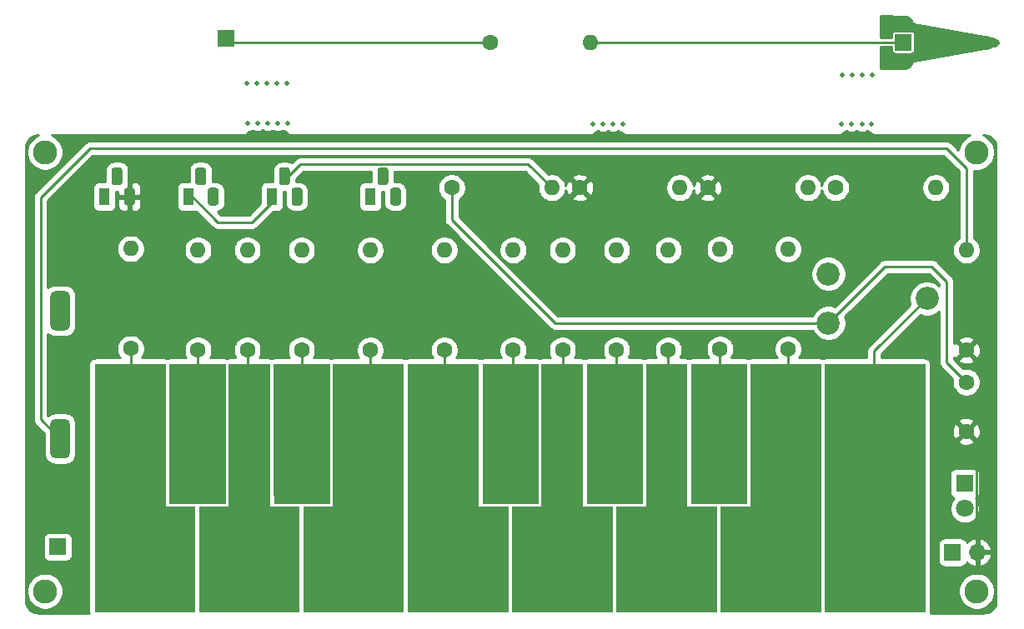
<source format=gbr>
%TF.GenerationSoftware,KiCad,Pcbnew,5.1.8*%
%TF.CreationDate,2020-11-27T20:44:41+01:00*%
%TF.ProjectId,SawToothOrganDIP,53617754-6f6f-4746-984f-7267616e4449,rev?*%
%TF.SameCoordinates,Original*%
%TF.FileFunction,Copper,L1,Top*%
%TF.FilePolarity,Positive*%
%FSLAX46Y46*%
G04 Gerber Fmt 4.6, Leading zero omitted, Abs format (unit mm)*
G04 Created by KiCad (PCBNEW 5.1.8) date 2020-11-27 20:44:41*
%MOMM*%
%LPD*%
G01*
G04 APERTURE LIST*
%TA.AperFunction,EtchedComponent*%
%ADD10C,0.010000*%
%TD*%
%TA.AperFunction,ComponentPad*%
%ADD11C,0.495127*%
%TD*%
%TA.AperFunction,ComponentPad*%
%ADD12R,1.700000X1.700000*%
%TD*%
%TA.AperFunction,ComponentPad*%
%ADD13O,1.600000X1.600000*%
%TD*%
%TA.AperFunction,ComponentPad*%
%ADD14C,1.600000*%
%TD*%
%TA.AperFunction,SMDPad,CuDef*%
%ADD15R,4.000000X10.000000*%
%TD*%
%TA.AperFunction,SMDPad,CuDef*%
%ADD16R,3.500000X10.000000*%
%TD*%
%TA.AperFunction,ComponentPad*%
%ADD17C,2.455530*%
%TD*%
%TA.AperFunction,ComponentPad*%
%ADD18C,2.340000*%
%TD*%
%TA.AperFunction,ComponentPad*%
%ADD19R,1.100000X1.800000*%
%TD*%
%TA.AperFunction,ComponentPad*%
%ADD20C,1.800000*%
%TD*%
%TA.AperFunction,ComponentPad*%
%ADD21R,1.800000X1.800000*%
%TD*%
%TA.AperFunction,ComponentPad*%
%ADD22O,1.700000X1.700000*%
%TD*%
%TA.AperFunction,Conductor*%
%ADD23C,0.250000*%
%TD*%
%TA.AperFunction,Conductor*%
%ADD24C,0.254000*%
%TD*%
%TA.AperFunction,Conductor*%
%ADD25C,0.100000*%
%TD*%
%TA.AperFunction,NonConductor*%
%ADD26C,0.254000*%
%TD*%
%TA.AperFunction,NonConductor*%
%ADD27C,0.100000*%
%TD*%
G04 APERTURE END LIST*
D10*
%TO.C,U1*%
G36*
X213195334Y-146558667D02*
G01*
X210408389Y-146558667D01*
X209930241Y-146558249D01*
X209477170Y-146557043D01*
X209056256Y-146555119D01*
X208674580Y-146552549D01*
X208339221Y-146549404D01*
X208057259Y-146545754D01*
X207835773Y-146541671D01*
X207681844Y-146537225D01*
X207602550Y-146532488D01*
X207593222Y-146530445D01*
X207590154Y-146485739D01*
X207587179Y-146360784D01*
X207584315Y-146159999D01*
X207581579Y-145887801D01*
X207578989Y-145548609D01*
X207576562Y-145146841D01*
X207574317Y-144686914D01*
X207572271Y-144173246D01*
X207570442Y-143610256D01*
X207568846Y-143002362D01*
X207567503Y-142353982D01*
X207566429Y-141669533D01*
X207565642Y-140953434D01*
X207565160Y-140210103D01*
X207565000Y-139460778D01*
X207565000Y-132419334D01*
X213195334Y-132419334D01*
X213195334Y-146558667D01*
G37*
X213195334Y-146558667D02*
X210408389Y-146558667D01*
X209930241Y-146558249D01*
X209477170Y-146557043D01*
X209056256Y-146555119D01*
X208674580Y-146552549D01*
X208339221Y-146549404D01*
X208057259Y-146545754D01*
X207835773Y-146541671D01*
X207681844Y-146537225D01*
X207602550Y-146532488D01*
X207593222Y-146530445D01*
X207590154Y-146485739D01*
X207587179Y-146360784D01*
X207584315Y-146159999D01*
X207581579Y-145887801D01*
X207578989Y-145548609D01*
X207576562Y-145146841D01*
X207574317Y-144686914D01*
X207572271Y-144173246D01*
X207570442Y-143610256D01*
X207568846Y-143002362D01*
X207567503Y-142353982D01*
X207566429Y-141669533D01*
X207565642Y-140953434D01*
X207565160Y-140210103D01*
X207565000Y-139460778D01*
X207565000Y-132419334D01*
X213195334Y-132419334D01*
X213195334Y-146558667D01*
G36*
X202590834Y-146537500D02*
G01*
X199786250Y-146548386D01*
X196981667Y-146559271D01*
X196981667Y-132419334D01*
X202612248Y-132419334D01*
X202590834Y-146537500D01*
G37*
X202590834Y-146537500D02*
X199786250Y-146548386D01*
X196981667Y-146559271D01*
X196981667Y-132419334D01*
X202612248Y-132419334D01*
X202590834Y-146537500D01*
G36*
X192018208Y-139478417D02*
G01*
X192007500Y-146537500D01*
X189202917Y-146548386D01*
X186398334Y-146559271D01*
X186398334Y-132419334D01*
X192028915Y-132419334D01*
X192018208Y-139478417D01*
G37*
X192018208Y-139478417D02*
X192007500Y-146537500D01*
X189202917Y-146548386D01*
X186398334Y-146559271D01*
X186398334Y-132419334D01*
X192028915Y-132419334D01*
X192018208Y-139478417D01*
G36*
X170819667Y-146558667D02*
G01*
X168032722Y-146558667D01*
X167554574Y-146558249D01*
X167101503Y-146557043D01*
X166680590Y-146555119D01*
X166298914Y-146552549D01*
X165963554Y-146549404D01*
X165681592Y-146545754D01*
X165460106Y-146541671D01*
X165306177Y-146537225D01*
X165226884Y-146532488D01*
X165217556Y-146530445D01*
X165214487Y-146485739D01*
X165211512Y-146360784D01*
X165208648Y-146159999D01*
X165205912Y-145887801D01*
X165203322Y-145548609D01*
X165200896Y-145146841D01*
X165198651Y-144686914D01*
X165196605Y-144173246D01*
X165194775Y-143610256D01*
X165193180Y-143002362D01*
X165191836Y-142353982D01*
X165190762Y-141669533D01*
X165189975Y-140953434D01*
X165189493Y-140210103D01*
X165189334Y-139460778D01*
X165189334Y-132419334D01*
X170819667Y-132419334D01*
X170819667Y-146558667D01*
G37*
X170819667Y-146558667D02*
X168032722Y-146558667D01*
X167554574Y-146558249D01*
X167101503Y-146557043D01*
X166680590Y-146555119D01*
X166298914Y-146552549D01*
X165963554Y-146549404D01*
X165681592Y-146545754D01*
X165460106Y-146541671D01*
X165306177Y-146537225D01*
X165226884Y-146532488D01*
X165217556Y-146530445D01*
X165214487Y-146485739D01*
X165211512Y-146360784D01*
X165208648Y-146159999D01*
X165205912Y-145887801D01*
X165203322Y-145548609D01*
X165200896Y-145146841D01*
X165198651Y-144686914D01*
X165196605Y-144173246D01*
X165194775Y-143610256D01*
X165193180Y-143002362D01*
X165191836Y-142353982D01*
X165190762Y-141669533D01*
X165189975Y-140953434D01*
X165189493Y-140210103D01*
X165189334Y-139460778D01*
X165189334Y-132419334D01*
X170819667Y-132419334D01*
X170819667Y-146558667D01*
G36*
X160225874Y-139478417D02*
G01*
X160215167Y-146537500D01*
X157410584Y-146548386D01*
X154606000Y-146559271D01*
X154606000Y-132419334D01*
X160236582Y-132419334D01*
X160225874Y-139478417D01*
G37*
X160225874Y-139478417D02*
X160215167Y-146537500D01*
X157410584Y-146548386D01*
X154606000Y-146559271D01*
X154606000Y-132419334D01*
X160236582Y-132419334D01*
X160225874Y-139478417D01*
G36*
X231271667Y-157523000D02*
G01*
X221154000Y-157523000D01*
X221154000Y-132419334D01*
X231271667Y-132419334D01*
X231271667Y-157523000D01*
G37*
X231271667Y-157523000D02*
X221154000Y-157523000D01*
X221154000Y-132419334D01*
X231271667Y-132419334D01*
X231271667Y-157523000D01*
G36*
X220688334Y-157523000D02*
G01*
X210570667Y-157523000D01*
X210570667Y-146897334D01*
X213576334Y-146897334D01*
X213576334Y-132419334D01*
X220688334Y-132419334D01*
X220688334Y-157523000D01*
G37*
X220688334Y-157523000D02*
X210570667Y-157523000D01*
X210570667Y-146897334D01*
X213576334Y-146897334D01*
X213576334Y-132419334D01*
X220688334Y-132419334D01*
X220688334Y-157523000D01*
G36*
X207099334Y-146897334D02*
G01*
X210105000Y-146897334D01*
X210105000Y-157523000D01*
X199987334Y-157523000D01*
X199987334Y-146897334D01*
X202993000Y-146897334D01*
X202993000Y-132419334D01*
X207099334Y-132419334D01*
X207099334Y-146897334D01*
G37*
X207099334Y-146897334D02*
X210105000Y-146897334D01*
X210105000Y-157523000D01*
X199987334Y-157523000D01*
X199987334Y-146897334D01*
X202993000Y-146897334D01*
X202993000Y-132419334D01*
X207099334Y-132419334D01*
X207099334Y-146897334D01*
G36*
X196516000Y-146897334D02*
G01*
X199521667Y-146897334D01*
X199521667Y-157523000D01*
X189361667Y-157523000D01*
X189361667Y-146897334D01*
X192367334Y-146897334D01*
X192367334Y-132419334D01*
X196516000Y-132419334D01*
X196516000Y-146897334D01*
G37*
X196516000Y-146897334D02*
X199521667Y-146897334D01*
X199521667Y-157523000D01*
X189361667Y-157523000D01*
X189361667Y-146897334D01*
X192367334Y-146897334D01*
X192367334Y-132419334D01*
X196516000Y-132419334D01*
X196516000Y-146897334D01*
G36*
X185932667Y-146897334D02*
G01*
X188938334Y-146897334D01*
X188938334Y-157523000D01*
X178778334Y-157523000D01*
X178778334Y-132419334D01*
X185932667Y-132419334D01*
X185932667Y-146897334D01*
G37*
X185932667Y-146897334D02*
X188938334Y-146897334D01*
X188938334Y-157523000D01*
X178778334Y-157523000D01*
X178778334Y-132419334D01*
X185932667Y-132419334D01*
X185932667Y-146897334D01*
G36*
X178312667Y-157523000D02*
G01*
X168195000Y-157523000D01*
X168195000Y-146897334D01*
X171200667Y-146897334D01*
X171200667Y-132419334D01*
X178312667Y-132419334D01*
X178312667Y-157523000D01*
G37*
X178312667Y-157523000D02*
X168195000Y-157523000D01*
X168195000Y-146897334D01*
X171200667Y-146897334D01*
X171200667Y-132419334D01*
X178312667Y-132419334D01*
X178312667Y-157523000D01*
G36*
X164723667Y-146897334D02*
G01*
X167729334Y-146897334D01*
X167729334Y-157523000D01*
X157611667Y-157523000D01*
X157611667Y-146897334D01*
X160617334Y-146897334D01*
X160617334Y-132419334D01*
X164723667Y-132419334D01*
X164723667Y-146897334D01*
G37*
X164723667Y-146897334D02*
X167729334Y-146897334D01*
X167729334Y-157523000D01*
X157611667Y-157523000D01*
X157611667Y-146897334D01*
X160617334Y-146897334D01*
X160617334Y-132419334D01*
X164723667Y-132419334D01*
X164723667Y-146897334D01*
G36*
X154140334Y-146897334D02*
G01*
X157146000Y-146897334D01*
X157146000Y-157523000D01*
X147028334Y-157523000D01*
X147028334Y-132419334D01*
X154140334Y-132419334D01*
X154140334Y-146897334D01*
G37*
X154140334Y-146897334D02*
X157146000Y-146897334D01*
X157146000Y-157523000D01*
X147028334Y-157523000D01*
X147028334Y-132419334D01*
X154140334Y-132419334D01*
X154140334Y-146897334D01*
%TD*%
D11*
%TO.P,Ref\u002A\u002A,2*%
%TO.N,N/C*%
X225939952Y-103010029D03*
%TO.P,Ref\u002A\u002A,1*%
X224939952Y-103010029D03*
%TD*%
%TO.P,Ref\u002A\u002A,2*%
%TO.N,N/C*%
X223889952Y-103010029D03*
%TO.P,Ref\u002A\u002A,1*%
X222889952Y-103010029D03*
%TD*%
%TO.P,Ref\u002A\u002A,2*%
%TO.N,N/C*%
X225909952Y-108000029D03*
%TO.P,Ref\u002A\u002A,1*%
X224909952Y-108000029D03*
%TD*%
%TO.P,Ref\u002A\u002A,2*%
%TO.N,N/C*%
X223859952Y-108000029D03*
%TO.P,Ref\u002A\u002A,1*%
X222859952Y-108000029D03*
%TD*%
D12*
%TO.P,J2,1*%
%TO.N,Net-(J2-Pad1)*%
X160350000Y-99300000D03*
%TD*%
D13*
%TO.P,R6,2*%
%TO.N,Net-(LS1-Pad1)*%
X235500000Y-120840000D03*
D14*
%TO.P,R6,1*%
%TO.N,GND*%
X235500000Y-131000000D03*
%TD*%
D11*
%TO.P,Ref\u002A\u002A,2*%
%TO.N,N/C*%
X163549952Y-107950029D03*
%TO.P,Ref\u002A\u002A,1*%
X162549952Y-107950029D03*
%TD*%
%TO.P,Ref\u002A\u002A,2*%
%TO.N,N/C*%
X165599952Y-107950029D03*
%TO.P,Ref\u002A\u002A,1*%
X164599952Y-107950029D03*
%TD*%
%TO.P,Ref\u002A\u002A,1*%
%TO.N,N/C*%
X166599952Y-107950029D03*
%TD*%
%TO.P,Ref\u002A\u002A,1*%
%TO.N,N/C*%
X166499952Y-103850029D03*
%TD*%
%TO.P,Ref\u002A\u002A,1*%
%TO.N,N/C*%
X164499952Y-103850029D03*
%TO.P,Ref\u002A\u002A,2*%
X165499952Y-103850029D03*
%TD*%
%TO.P,Ref\u002A\u002A,1*%
%TO.N,N/C*%
X162449952Y-103850029D03*
%TO.P,Ref\u002A\u002A,2*%
X163449952Y-103850029D03*
%TD*%
%TO.P,Ref\u002A\u002A,2*%
%TO.N,N/C*%
X200649952Y-108000029D03*
%TO.P,Ref\u002A\u002A,1*%
X199649952Y-108000029D03*
%TD*%
%TO.P,Ref\u002A\u002A,2*%
%TO.N,N/C*%
X198599952Y-108000029D03*
%TO.P,Ref\u002A\u002A,1*%
X197599952Y-108000029D03*
%TD*%
D15*
%TO.P,U1,13*%
%TO.N,Net-(RK12-Pad2)*%
X226150000Y-137450000D03*
%TO.P,U1,12*%
%TO.N,Net-(RK11-Pad2)*%
X217400000Y-137450000D03*
%TO.P,U1,11*%
%TO.N,Net-(RK10-Pad2)*%
X210400000Y-137450000D03*
D16*
%TO.P,U1,10*%
%TO.N,Net-(RK10-Pad1)*%
X205100000Y-137450000D03*
D15*
%TO.P,U1,9*%
%TO.N,Net-(RK8-Pad2)*%
X199900000Y-137450000D03*
%TO.P,U1,8*%
%TO.N,Net-(RK7-Pad2)*%
X194400000Y-137450000D03*
%TO.P,U1,7*%
%TO.N,Net-(RK6-Pad2)*%
X189400000Y-137450000D03*
%TO.P,U1,6*%
%TO.N,Net-(RK5-Pad2)*%
X182400000Y-137450000D03*
%TO.P,U1,5*%
%TO.N,Net-(RK4-Pad2)*%
X174900000Y-137450000D03*
D16*
%TO.P,U1,3*%
%TO.N,Net-(RK2-Pad2)*%
X162650000Y-137450000D03*
D15*
%TO.P,U1,4*%
%TO.N,Net-(RK3-Pad2)*%
X168150000Y-137450000D03*
%TO.P,U1,1*%
%TO.N,Net-(RK1-Pad1)*%
X150650000Y-137450000D03*
%TO.P,U1,2*%
%TO.N,Net-(RK1-Pad2)*%
X157400000Y-137450000D03*
%TD*%
%TO.P,LS1,2*%
%TO.N,Net-(LS1-Pad2)*%
%TA.AperFunction,ComponentPad*%
G36*
G01*
X144000000Y-129000000D02*
X143000000Y-129000000D01*
G75*
G02*
X142500000Y-128500000I0J500000D01*
G01*
X142500000Y-125500000D01*
G75*
G02*
X143000000Y-125000000I500000J0D01*
G01*
X144000000Y-125000000D01*
G75*
G02*
X144500000Y-125500000I0J-500000D01*
G01*
X144500000Y-128500000D01*
G75*
G02*
X144000000Y-129000000I-500000J0D01*
G01*
G37*
%TD.AperFunction*%
%TO.P,LS1,1*%
%TO.N,Net-(LS1-Pad1)*%
%TA.AperFunction,ComponentPad*%
G36*
G01*
X144000000Y-142000000D02*
X143000000Y-142000000D01*
G75*
G02*
X142500000Y-141500000I0J500000D01*
G01*
X142500000Y-138500000D01*
G75*
G02*
X143000000Y-138000000I500000J0D01*
G01*
X144000000Y-138000000D01*
G75*
G02*
X144500000Y-138500000I0J-500000D01*
G01*
X144500000Y-141500000D01*
G75*
G02*
X144000000Y-142000000I-500000J0D01*
G01*
G37*
%TD.AperFunction*%
%TD*%
D12*
%TO.P,J3,1*%
%TO.N,Net-(J3-Pad1)*%
X229100000Y-99700000D03*
%TD*%
%TO.P,J1,1*%
%TO.N,VS*%
X143250000Y-151000000D03*
%TD*%
D14*
%TO.P,C1,2*%
%TO.N,GND*%
X235500000Y-139250000D03*
%TO.P,C1,1*%
%TO.N,Net-(C1-Pad1)*%
X235500000Y-134250000D03*
%TD*%
D17*
%TO.P,Ref\u002A\u002A,4*%
%TO.N,N/C*%
X236550000Y-110900000D03*
%TO.P,Ref\u002A\u002A,3*%
X236550000Y-155492001D03*
%TO.P,Ref\u002A\u002A,2*%
X141957999Y-155492001D03*
%TO.P,Ref\u002A\u002A,1*%
X141957999Y-110900000D03*
%TD*%
D18*
%TO.P,RV6,1*%
%TO.N,Net-(C1-Pad1)*%
X221500000Y-128250000D03*
%TO.P,RV6,2*%
%TO.N,Net-(RK12-Pad2)*%
X231500000Y-125750000D03*
%TO.P,RV6,3*%
%TO.N,Net-(RV6-Pad3)*%
X221500000Y-123250000D03*
%TD*%
D13*
%TO.P,RK12,2*%
%TO.N,Net-(RK12-Pad2)*%
X217400000Y-120740000D03*
D14*
%TO.P,RK12,1*%
%TO.N,Net-(RK11-Pad2)*%
X217400000Y-130900000D03*
%TD*%
D13*
%TO.P,RK11,2*%
%TO.N,Net-(RK11-Pad2)*%
X210500000Y-120740000D03*
D14*
%TO.P,RK11,1*%
%TO.N,Net-(RK10-Pad2)*%
X210500000Y-130900000D03*
%TD*%
D13*
%TO.P,RK10,2*%
%TO.N,Net-(RK10-Pad2)*%
X205250000Y-120840000D03*
D14*
%TO.P,RK10,1*%
%TO.N,Net-(RK10-Pad1)*%
X205250000Y-131000000D03*
%TD*%
D13*
%TO.P,RK9,2*%
%TO.N,Net-(RK10-Pad1)*%
X200000000Y-120840000D03*
D14*
%TO.P,RK9,1*%
%TO.N,Net-(RK8-Pad2)*%
X200000000Y-131000000D03*
%TD*%
D13*
%TO.P,RK8,2*%
%TO.N,Net-(RK8-Pad2)*%
X194500000Y-120840000D03*
D14*
%TO.P,RK8,1*%
%TO.N,Net-(RK7-Pad2)*%
X194500000Y-131000000D03*
%TD*%
D13*
%TO.P,RK7,2*%
%TO.N,Net-(RK7-Pad2)*%
X189500000Y-120840000D03*
D14*
%TO.P,RK7,1*%
%TO.N,Net-(RK6-Pad2)*%
X189500000Y-131000000D03*
%TD*%
D13*
%TO.P,RK6,2*%
%TO.N,Net-(RK6-Pad2)*%
X182500000Y-120840000D03*
D14*
%TO.P,RK6,1*%
%TO.N,Net-(RK5-Pad2)*%
X182500000Y-131000000D03*
%TD*%
D13*
%TO.P,RK5,2*%
%TO.N,Net-(RK5-Pad2)*%
X175000000Y-120840000D03*
D14*
%TO.P,RK5,1*%
%TO.N,Net-(RK4-Pad2)*%
X175000000Y-131000000D03*
%TD*%
D13*
%TO.P,RK4,2*%
%TO.N,Net-(RK4-Pad2)*%
X168000000Y-120840000D03*
D14*
%TO.P,RK4,1*%
%TO.N,Net-(RK3-Pad2)*%
X168000000Y-131000000D03*
%TD*%
D13*
%TO.P,RK3,2*%
%TO.N,Net-(RK3-Pad2)*%
X162500000Y-120840000D03*
D14*
%TO.P,RK3,1*%
%TO.N,Net-(RK2-Pad2)*%
X162500000Y-131000000D03*
%TD*%
D13*
%TO.P,RK2,2*%
%TO.N,Net-(RK2-Pad2)*%
X157500000Y-120840000D03*
D14*
%TO.P,RK2,1*%
%TO.N,Net-(RK1-Pad2)*%
X157500000Y-131000000D03*
%TD*%
D13*
%TO.P,RK1,2*%
%TO.N,Net-(RK1-Pad2)*%
X150650000Y-120690000D03*
D14*
%TO.P,RK1,1*%
%TO.N,Net-(RK1-Pad1)*%
X150650000Y-130850000D03*
%TD*%
D13*
%TO.P,R5,2*%
%TO.N,Net-(Q3-Pad2)*%
X193410000Y-114500000D03*
D14*
%TO.P,R5,1*%
%TO.N,Net-(C1-Pad1)*%
X183250000Y-114500000D03*
%TD*%
D13*
%TO.P,R4,2*%
%TO.N,Net-(Q1-Pad2)*%
X206410000Y-114500000D03*
D14*
%TO.P,R4,1*%
%TO.N,GND*%
X196250000Y-114500000D03*
%TD*%
D13*
%TO.P,R3,2*%
%TO.N,Net-(J3-Pad1)*%
X197360000Y-99700000D03*
D14*
%TO.P,R3,1*%
%TO.N,Net-(J2-Pad1)*%
X187200000Y-99700000D03*
%TD*%
D13*
%TO.P,R2,2*%
%TO.N,Net-(D1-Pad1)*%
X232410000Y-114500000D03*
D14*
%TO.P,R2,1*%
%TO.N,Net-(Q1-Pad1)*%
X222250000Y-114500000D03*
%TD*%
D13*
%TO.P,R1,2*%
%TO.N,Net-(Q1-Pad1)*%
X219410000Y-114500000D03*
D14*
%TO.P,R1,1*%
%TO.N,GND*%
X209250000Y-114500000D03*
%TD*%
D19*
%TO.P,Q3,1*%
%TO.N,VS*%
X165000000Y-115400000D03*
%TO.P,Q3,3*%
%TO.N,Net-(Q2-Pad2)*%
%TA.AperFunction,ComponentPad*%
G36*
G01*
X166990000Y-116025000D02*
X166990000Y-114775000D01*
G75*
G02*
X167265000Y-114500000I275000J0D01*
G01*
X167815000Y-114500000D01*
G75*
G02*
X168090000Y-114775000I0J-275000D01*
G01*
X168090000Y-116025000D01*
G75*
G02*
X167815000Y-116300000I-275000J0D01*
G01*
X167265000Y-116300000D01*
G75*
G02*
X166990000Y-116025000I0J275000D01*
G01*
G37*
%TD.AperFunction*%
%TO.P,Q3,2*%
%TO.N,Net-(Q3-Pad2)*%
%TA.AperFunction,ComponentPad*%
G36*
G01*
X165720000Y-113955000D02*
X165720000Y-112705000D01*
G75*
G02*
X165995000Y-112430000I275000J0D01*
G01*
X166545000Y-112430000D01*
G75*
G02*
X166820000Y-112705000I0J-275000D01*
G01*
X166820000Y-113955000D01*
G75*
G02*
X166545000Y-114230000I-275000J0D01*
G01*
X165995000Y-114230000D01*
G75*
G02*
X165720000Y-113955000I0J275000D01*
G01*
G37*
%TD.AperFunction*%
%TD*%
%TO.P,Q2,1*%
%TO.N,VS*%
X156500000Y-115400000D03*
%TO.P,Q2,3*%
%TO.N,Net-(LS1-Pad2)*%
%TA.AperFunction,ComponentPad*%
G36*
G01*
X158490000Y-116025000D02*
X158490000Y-114775000D01*
G75*
G02*
X158765000Y-114500000I275000J0D01*
G01*
X159315000Y-114500000D01*
G75*
G02*
X159590000Y-114775000I0J-275000D01*
G01*
X159590000Y-116025000D01*
G75*
G02*
X159315000Y-116300000I-275000J0D01*
G01*
X158765000Y-116300000D01*
G75*
G02*
X158490000Y-116025000I0J275000D01*
G01*
G37*
%TD.AperFunction*%
%TO.P,Q2,2*%
%TO.N,Net-(Q2-Pad2)*%
%TA.AperFunction,ComponentPad*%
G36*
G01*
X157220000Y-113955000D02*
X157220000Y-112705000D01*
G75*
G02*
X157495000Y-112430000I275000J0D01*
G01*
X158045000Y-112430000D01*
G75*
G02*
X158320000Y-112705000I0J-275000D01*
G01*
X158320000Y-113955000D01*
G75*
G02*
X158045000Y-114230000I-275000J0D01*
G01*
X157495000Y-114230000D01*
G75*
G02*
X157220000Y-113955000I0J275000D01*
G01*
G37*
%TD.AperFunction*%
%TD*%
%TO.P,Q4,1*%
%TO.N,Net-(Q1-Pad2)*%
X175000000Y-115400000D03*
%TO.P,Q4,3*%
%TO.N,Net-(C1-Pad1)*%
%TA.AperFunction,ComponentPad*%
G36*
G01*
X176990000Y-116025000D02*
X176990000Y-114775000D01*
G75*
G02*
X177265000Y-114500000I275000J0D01*
G01*
X177815000Y-114500000D01*
G75*
G02*
X178090000Y-114775000I0J-275000D01*
G01*
X178090000Y-116025000D01*
G75*
G02*
X177815000Y-116300000I-275000J0D01*
G01*
X177265000Y-116300000D01*
G75*
G02*
X176990000Y-116025000I0J275000D01*
G01*
G37*
%TD.AperFunction*%
%TO.P,Q4,2*%
%TO.N,Net-(Q1-Pad1)*%
%TA.AperFunction,ComponentPad*%
G36*
G01*
X175720000Y-113955000D02*
X175720000Y-112705000D01*
G75*
G02*
X175995000Y-112430000I275000J0D01*
G01*
X176545000Y-112430000D01*
G75*
G02*
X176820000Y-112705000I0J-275000D01*
G01*
X176820000Y-113955000D01*
G75*
G02*
X176545000Y-114230000I-275000J0D01*
G01*
X175995000Y-114230000D01*
G75*
G02*
X175720000Y-113955000I0J275000D01*
G01*
G37*
%TD.AperFunction*%
%TD*%
%TO.P,Q1,1*%
%TO.N,Net-(Q1-Pad1)*%
X148000000Y-115400000D03*
%TO.P,Q1,3*%
%TO.N,GND*%
%TA.AperFunction,ComponentPad*%
G36*
G01*
X149990000Y-116025000D02*
X149990000Y-114775000D01*
G75*
G02*
X150265000Y-114500000I275000J0D01*
G01*
X150815000Y-114500000D01*
G75*
G02*
X151090000Y-114775000I0J-275000D01*
G01*
X151090000Y-116025000D01*
G75*
G02*
X150815000Y-116300000I-275000J0D01*
G01*
X150265000Y-116300000D01*
G75*
G02*
X149990000Y-116025000I0J275000D01*
G01*
G37*
%TD.AperFunction*%
%TO.P,Q1,2*%
%TO.N,Net-(Q1-Pad2)*%
%TA.AperFunction,ComponentPad*%
G36*
G01*
X148720000Y-113955000D02*
X148720000Y-112705000D01*
G75*
G02*
X148995000Y-112430000I275000J0D01*
G01*
X149545000Y-112430000D01*
G75*
G02*
X149820000Y-112705000I0J-275000D01*
G01*
X149820000Y-113955000D01*
G75*
G02*
X149545000Y-114230000I-275000J0D01*
G01*
X148995000Y-114230000D01*
G75*
G02*
X148720000Y-113955000I0J275000D01*
G01*
G37*
%TD.AperFunction*%
%TD*%
D20*
%TO.P,D1,2*%
%TO.N,VS*%
X235350000Y-147090000D03*
D21*
%TO.P,D1,1*%
%TO.N,Net-(D1-Pad1)*%
X235350000Y-144550000D03*
%TD*%
D22*
%TO.P,BT1,2*%
%TO.N,GND*%
X236640000Y-151550000D03*
D12*
%TO.P,BT1,1*%
%TO.N,+9V*%
X234100000Y-151550000D03*
%TD*%
D23*
%TO.N,GND*%
X236575001Y-151485001D02*
X236640000Y-151550000D01*
X236575001Y-140325001D02*
X236575001Y-151485001D01*
X235500000Y-139250000D02*
X236575001Y-140325001D01*
X235500000Y-139250000D02*
X237500000Y-137250000D01*
X237500000Y-133000000D02*
X235500000Y-131000000D01*
X237500000Y-137250000D02*
X237500000Y-133000000D01*
%TO.N,Net-(C1-Pad1)*%
X193750000Y-128250000D02*
X183250000Y-117750000D01*
X221500000Y-128250000D02*
X193750000Y-128250000D01*
X183250000Y-117750000D02*
X183250000Y-114500000D01*
X227250000Y-122500000D02*
X221500000Y-128250000D01*
X233500000Y-124000000D02*
X232000000Y-122500000D01*
X233500000Y-132250000D02*
X233500000Y-124000000D01*
X232000000Y-122500000D02*
X227250000Y-122500000D01*
X235500000Y-134250000D02*
X233500000Y-132250000D01*
%TO.N,VS*%
X165000000Y-115000000D02*
X165000000Y-116000000D01*
X165000000Y-116000000D02*
X163000000Y-118000000D01*
X159500000Y-118000000D02*
X156500000Y-115000000D01*
X163000000Y-118000000D02*
X159500000Y-118000000D01*
%TO.N,Net-(RK1-Pad2)*%
X157500000Y-137350000D02*
X157400000Y-137450000D01*
X157500000Y-131000000D02*
X157500000Y-137350000D01*
%TO.N,Net-(RK1-Pad1)*%
X150650000Y-130850000D02*
X150650000Y-137450000D01*
%TO.N,Net-(RK2-Pad2)*%
X162500000Y-137300000D02*
X162650000Y-137450000D01*
X162500000Y-131000000D02*
X162500000Y-137300000D01*
%TO.N,Net-(RK3-Pad2)*%
X168000000Y-137300000D02*
X168150000Y-137450000D01*
X168000000Y-131000000D02*
X168000000Y-137300000D01*
%TO.N,Net-(RK4-Pad2)*%
X175000000Y-137350000D02*
X174900000Y-137450000D01*
X175000000Y-131000000D02*
X175000000Y-137350000D01*
%TO.N,Net-(RK5-Pad2)*%
X182500000Y-137350000D02*
X182400000Y-137450000D01*
X182500000Y-131000000D02*
X182500000Y-137350000D01*
%TO.N,Net-(RK6-Pad2)*%
X189500000Y-137350000D02*
X189400000Y-137450000D01*
X189500000Y-131000000D02*
X189500000Y-137350000D01*
%TO.N,Net-(RK7-Pad2)*%
X194500000Y-137350000D02*
X194400000Y-137450000D01*
X194500000Y-131000000D02*
X194500000Y-137350000D01*
%TO.N,Net-(RK8-Pad2)*%
X200000000Y-137350000D02*
X199900000Y-137450000D01*
X200000000Y-131000000D02*
X200000000Y-137350000D01*
%TO.N,Net-(RK10-Pad1)*%
X205250000Y-137300000D02*
X205100000Y-137450000D01*
X205250000Y-131000000D02*
X205250000Y-137300000D01*
%TO.N,Net-(RK10-Pad2)*%
X210500000Y-137350000D02*
X210400000Y-137450000D01*
X210500000Y-130900000D02*
X210500000Y-137350000D01*
%TO.N,Net-(RK11-Pad2)*%
X217400000Y-130900000D02*
X217400000Y-137450000D01*
%TO.N,Net-(RK12-Pad2)*%
X226150000Y-131100000D02*
X231500000Y-125750000D01*
X226150000Y-137450000D02*
X226150000Y-131100000D01*
%TO.N,Net-(J2-Pad1)*%
X160750000Y-99700000D02*
X160350000Y-99300000D01*
X187200000Y-99700000D02*
X160750000Y-99700000D01*
%TO.N,Net-(J3-Pad1)*%
X229100000Y-99700000D02*
X197360000Y-99700000D01*
%TO.N,Net-(Q3-Pad2)*%
X167895010Y-112104990D02*
X166270000Y-113730000D01*
X191014990Y-112104990D02*
X167895010Y-112104990D01*
X193410000Y-114500000D02*
X191014990Y-112104990D01*
%TO.N,Net-(LS1-Pad1)*%
X235500000Y-120840000D02*
X235500000Y-112500000D01*
X235500000Y-112500000D02*
X233500000Y-110500000D01*
X141500000Y-138000000D02*
X143500000Y-140000000D01*
X141500000Y-115500000D02*
X141500000Y-138000000D01*
X145656094Y-111343906D02*
X146500000Y-110500000D01*
X141500000Y-115500000D02*
X145656094Y-111343906D01*
X233500000Y-110500000D02*
X146500000Y-110500000D01*
%TD*%
D24*
%TO.N,GND*%
X164181902Y-108732146D02*
X164342518Y-108798675D01*
X164513027Y-108832592D01*
X164686877Y-108832592D01*
X164857386Y-108798675D01*
X165018002Y-108732146D01*
X165099952Y-108677389D01*
X165181902Y-108732146D01*
X165342518Y-108798675D01*
X165513027Y-108832592D01*
X165686877Y-108832592D01*
X165857386Y-108798675D01*
X166018002Y-108732146D01*
X166099952Y-108677389D01*
X166181902Y-108732146D01*
X166342518Y-108798675D01*
X166401321Y-108810372D01*
X166415107Y-108836163D01*
X166506956Y-108948081D01*
X166604312Y-109027979D01*
X166618874Y-109039930D01*
X166746561Y-109108180D01*
X166885109Y-109150208D01*
X167029194Y-109164399D01*
X167065299Y-109160843D01*
X197188149Y-109160843D01*
X197224254Y-109164399D01*
X197260359Y-109160843D01*
X197368339Y-109150208D01*
X197506887Y-109108180D01*
X197634574Y-109039930D01*
X197746492Y-108948081D01*
X197822354Y-108855643D01*
X197857386Y-108848675D01*
X198018002Y-108782146D01*
X198099952Y-108727389D01*
X198181902Y-108782146D01*
X198342518Y-108848675D01*
X198513027Y-108882592D01*
X198686877Y-108882592D01*
X198857386Y-108848675D01*
X199018002Y-108782146D01*
X199124952Y-108710684D01*
X199231902Y-108782146D01*
X199392518Y-108848675D01*
X199563027Y-108882592D01*
X199736877Y-108882592D01*
X199907386Y-108848675D01*
X200068002Y-108782146D01*
X200149952Y-108727389D01*
X200231902Y-108782146D01*
X200392518Y-108848675D01*
X200515154Y-108873069D01*
X200576715Y-108948081D01*
X200674071Y-109027979D01*
X200688633Y-109039930D01*
X200816320Y-109108180D01*
X200954868Y-109150208D01*
X201098953Y-109164399D01*
X201135058Y-109160843D01*
X222421237Y-109160843D01*
X222457342Y-109164399D01*
X222493447Y-109160843D01*
X222601427Y-109150208D01*
X222739975Y-109108180D01*
X222867662Y-109039930D01*
X222979580Y-108948081D01*
X223050191Y-108862041D01*
X223117386Y-108848675D01*
X223278002Y-108782146D01*
X223359952Y-108727389D01*
X223441902Y-108782146D01*
X223602518Y-108848675D01*
X223773027Y-108882592D01*
X223946877Y-108882592D01*
X224117386Y-108848675D01*
X224278002Y-108782146D01*
X224384952Y-108710684D01*
X224491902Y-108782146D01*
X224652518Y-108848675D01*
X224823027Y-108882592D01*
X224996877Y-108882592D01*
X225167386Y-108848675D01*
X225328002Y-108782146D01*
X225409952Y-108727389D01*
X225491902Y-108782146D01*
X225652518Y-108848675D01*
X225756579Y-108869374D01*
X225821172Y-108948081D01*
X225918528Y-109027979D01*
X225933090Y-109039930D01*
X226060777Y-109108180D01*
X226199325Y-109150208D01*
X226343410Y-109164399D01*
X226379515Y-109160843D01*
X235881057Y-109160843D01*
X235667650Y-109249239D01*
X235362557Y-109453096D01*
X235103096Y-109712557D01*
X234899239Y-110017650D01*
X234758820Y-110356652D01*
X234704506Y-110629705D01*
X234063804Y-109989003D01*
X234040001Y-109959999D01*
X233924276Y-109865026D01*
X233792247Y-109794454D01*
X233648986Y-109750997D01*
X233537333Y-109740000D01*
X233537322Y-109740000D01*
X233500000Y-109736324D01*
X233462678Y-109740000D01*
X146537322Y-109740000D01*
X146499999Y-109736324D01*
X146462676Y-109740000D01*
X146462667Y-109740000D01*
X146351014Y-109750997D01*
X146207753Y-109794454D01*
X146075724Y-109865026D01*
X145959999Y-109959999D01*
X145936201Y-109988997D01*
X145145096Y-110780103D01*
X145145091Y-110780107D01*
X140989003Y-114936196D01*
X140959999Y-114959999D01*
X140904871Y-115027174D01*
X140865026Y-115075724D01*
X140843342Y-115116292D01*
X140794454Y-115207754D01*
X140750997Y-115351015D01*
X140740000Y-115462668D01*
X140740000Y-115462678D01*
X140736324Y-115500000D01*
X140740000Y-115537322D01*
X140740001Y-137962667D01*
X140736324Y-138000000D01*
X140750998Y-138148985D01*
X140794454Y-138292246D01*
X140865026Y-138424276D01*
X140927172Y-138500000D01*
X140960000Y-138540001D01*
X140988998Y-138563799D01*
X141861928Y-139436729D01*
X141861928Y-141500000D01*
X141883796Y-141722027D01*
X141948559Y-141935521D01*
X142053728Y-142132279D01*
X142195262Y-142304738D01*
X142367721Y-142446272D01*
X142564479Y-142551441D01*
X142777973Y-142616204D01*
X143000000Y-142638072D01*
X144000000Y-142638072D01*
X144222027Y-142616204D01*
X144435521Y-142551441D01*
X144632279Y-142446272D01*
X144804738Y-142304738D01*
X144946272Y-142132279D01*
X145051441Y-141935521D01*
X145116204Y-141722027D01*
X145138072Y-141500000D01*
X145138072Y-138500000D01*
X145116204Y-138277973D01*
X145051441Y-138064479D01*
X144946272Y-137867721D01*
X144804738Y-137695262D01*
X144632279Y-137553728D01*
X144435521Y-137448559D01*
X144222027Y-137383796D01*
X144000000Y-137361928D01*
X143000000Y-137361928D01*
X142777973Y-137383796D01*
X142564479Y-137448559D01*
X142367721Y-137553728D01*
X142260000Y-137642133D01*
X142260000Y-129357867D01*
X142367721Y-129446272D01*
X142564479Y-129551441D01*
X142777973Y-129616204D01*
X143000000Y-129638072D01*
X144000000Y-129638072D01*
X144222027Y-129616204D01*
X144435521Y-129551441D01*
X144632279Y-129446272D01*
X144804738Y-129304738D01*
X144946272Y-129132279D01*
X145051441Y-128935521D01*
X145116204Y-128722027D01*
X145138072Y-128500000D01*
X145138072Y-125500000D01*
X145116204Y-125277973D01*
X145051441Y-125064479D01*
X144946272Y-124867721D01*
X144804738Y-124695262D01*
X144632279Y-124553728D01*
X144435521Y-124448559D01*
X144222027Y-124383796D01*
X144000000Y-124361928D01*
X143000000Y-124361928D01*
X142777973Y-124383796D01*
X142564479Y-124448559D01*
X142367721Y-124553728D01*
X142260000Y-124642133D01*
X142260000Y-120548665D01*
X149215000Y-120548665D01*
X149215000Y-120831335D01*
X149270147Y-121108574D01*
X149378320Y-121369727D01*
X149535363Y-121604759D01*
X149735241Y-121804637D01*
X149970273Y-121961680D01*
X150231426Y-122069853D01*
X150508665Y-122125000D01*
X150791335Y-122125000D01*
X151068574Y-122069853D01*
X151329727Y-121961680D01*
X151564759Y-121804637D01*
X151764637Y-121604759D01*
X151921680Y-121369727D01*
X152029853Y-121108574D01*
X152085000Y-120831335D01*
X152085000Y-120698665D01*
X156065000Y-120698665D01*
X156065000Y-120981335D01*
X156120147Y-121258574D01*
X156228320Y-121519727D01*
X156385363Y-121754759D01*
X156585241Y-121954637D01*
X156820273Y-122111680D01*
X157081426Y-122219853D01*
X157358665Y-122275000D01*
X157641335Y-122275000D01*
X157918574Y-122219853D01*
X158179727Y-122111680D01*
X158414759Y-121954637D01*
X158614637Y-121754759D01*
X158771680Y-121519727D01*
X158879853Y-121258574D01*
X158935000Y-120981335D01*
X158935000Y-120698665D01*
X161065000Y-120698665D01*
X161065000Y-120981335D01*
X161120147Y-121258574D01*
X161228320Y-121519727D01*
X161385363Y-121754759D01*
X161585241Y-121954637D01*
X161820273Y-122111680D01*
X162081426Y-122219853D01*
X162358665Y-122275000D01*
X162641335Y-122275000D01*
X162918574Y-122219853D01*
X163179727Y-122111680D01*
X163414759Y-121954637D01*
X163614637Y-121754759D01*
X163771680Y-121519727D01*
X163879853Y-121258574D01*
X163935000Y-120981335D01*
X163935000Y-120698665D01*
X166565000Y-120698665D01*
X166565000Y-120981335D01*
X166620147Y-121258574D01*
X166728320Y-121519727D01*
X166885363Y-121754759D01*
X167085241Y-121954637D01*
X167320273Y-122111680D01*
X167581426Y-122219853D01*
X167858665Y-122275000D01*
X168141335Y-122275000D01*
X168418574Y-122219853D01*
X168679727Y-122111680D01*
X168914759Y-121954637D01*
X169114637Y-121754759D01*
X169271680Y-121519727D01*
X169379853Y-121258574D01*
X169435000Y-120981335D01*
X169435000Y-120698665D01*
X173565000Y-120698665D01*
X173565000Y-120981335D01*
X173620147Y-121258574D01*
X173728320Y-121519727D01*
X173885363Y-121754759D01*
X174085241Y-121954637D01*
X174320273Y-122111680D01*
X174581426Y-122219853D01*
X174858665Y-122275000D01*
X175141335Y-122275000D01*
X175418574Y-122219853D01*
X175679727Y-122111680D01*
X175914759Y-121954637D01*
X176114637Y-121754759D01*
X176271680Y-121519727D01*
X176379853Y-121258574D01*
X176435000Y-120981335D01*
X176435000Y-120698665D01*
X181065000Y-120698665D01*
X181065000Y-120981335D01*
X181120147Y-121258574D01*
X181228320Y-121519727D01*
X181385363Y-121754759D01*
X181585241Y-121954637D01*
X181820273Y-122111680D01*
X182081426Y-122219853D01*
X182358665Y-122275000D01*
X182641335Y-122275000D01*
X182918574Y-122219853D01*
X183179727Y-122111680D01*
X183414759Y-121954637D01*
X183614637Y-121754759D01*
X183771680Y-121519727D01*
X183879853Y-121258574D01*
X183935000Y-120981335D01*
X183935000Y-120698665D01*
X183879853Y-120421426D01*
X183771680Y-120160273D01*
X183614637Y-119925241D01*
X183414759Y-119725363D01*
X183179727Y-119568320D01*
X182918574Y-119460147D01*
X182641335Y-119405000D01*
X182358665Y-119405000D01*
X182081426Y-119460147D01*
X181820273Y-119568320D01*
X181585241Y-119725363D01*
X181385363Y-119925241D01*
X181228320Y-120160273D01*
X181120147Y-120421426D01*
X181065000Y-120698665D01*
X176435000Y-120698665D01*
X176379853Y-120421426D01*
X176271680Y-120160273D01*
X176114637Y-119925241D01*
X175914759Y-119725363D01*
X175679727Y-119568320D01*
X175418574Y-119460147D01*
X175141335Y-119405000D01*
X174858665Y-119405000D01*
X174581426Y-119460147D01*
X174320273Y-119568320D01*
X174085241Y-119725363D01*
X173885363Y-119925241D01*
X173728320Y-120160273D01*
X173620147Y-120421426D01*
X173565000Y-120698665D01*
X169435000Y-120698665D01*
X169379853Y-120421426D01*
X169271680Y-120160273D01*
X169114637Y-119925241D01*
X168914759Y-119725363D01*
X168679727Y-119568320D01*
X168418574Y-119460147D01*
X168141335Y-119405000D01*
X167858665Y-119405000D01*
X167581426Y-119460147D01*
X167320273Y-119568320D01*
X167085241Y-119725363D01*
X166885363Y-119925241D01*
X166728320Y-120160273D01*
X166620147Y-120421426D01*
X166565000Y-120698665D01*
X163935000Y-120698665D01*
X163879853Y-120421426D01*
X163771680Y-120160273D01*
X163614637Y-119925241D01*
X163414759Y-119725363D01*
X163179727Y-119568320D01*
X162918574Y-119460147D01*
X162641335Y-119405000D01*
X162358665Y-119405000D01*
X162081426Y-119460147D01*
X161820273Y-119568320D01*
X161585241Y-119725363D01*
X161385363Y-119925241D01*
X161228320Y-120160273D01*
X161120147Y-120421426D01*
X161065000Y-120698665D01*
X158935000Y-120698665D01*
X158879853Y-120421426D01*
X158771680Y-120160273D01*
X158614637Y-119925241D01*
X158414759Y-119725363D01*
X158179727Y-119568320D01*
X157918574Y-119460147D01*
X157641335Y-119405000D01*
X157358665Y-119405000D01*
X157081426Y-119460147D01*
X156820273Y-119568320D01*
X156585241Y-119725363D01*
X156385363Y-119925241D01*
X156228320Y-120160273D01*
X156120147Y-120421426D01*
X156065000Y-120698665D01*
X152085000Y-120698665D01*
X152085000Y-120548665D01*
X152029853Y-120271426D01*
X151921680Y-120010273D01*
X151764637Y-119775241D01*
X151564759Y-119575363D01*
X151329727Y-119418320D01*
X151068574Y-119310147D01*
X150791335Y-119255000D01*
X150508665Y-119255000D01*
X150231426Y-119310147D01*
X149970273Y-119418320D01*
X149735241Y-119575363D01*
X149535363Y-119775241D01*
X149378320Y-120010273D01*
X149270147Y-120271426D01*
X149215000Y-120548665D01*
X142260000Y-120548665D01*
X142260000Y-115814801D01*
X143574801Y-114500000D01*
X146811928Y-114500000D01*
X146811928Y-116300000D01*
X146824188Y-116424482D01*
X146860498Y-116544180D01*
X146919463Y-116654494D01*
X146998815Y-116751185D01*
X147095506Y-116830537D01*
X147205820Y-116889502D01*
X147325518Y-116925812D01*
X147450000Y-116938072D01*
X148550000Y-116938072D01*
X148674482Y-116925812D01*
X148794180Y-116889502D01*
X148904494Y-116830537D01*
X149001185Y-116751185D01*
X149080537Y-116654494D01*
X149139502Y-116544180D01*
X149175812Y-116424482D01*
X149188072Y-116300000D01*
X149351928Y-116300000D01*
X149364188Y-116424482D01*
X149400498Y-116544180D01*
X149459463Y-116654494D01*
X149538815Y-116751185D01*
X149635506Y-116830537D01*
X149745820Y-116889502D01*
X149865518Y-116925812D01*
X149990000Y-116938072D01*
X150254250Y-116935000D01*
X150413000Y-116776250D01*
X150413000Y-115527000D01*
X150667000Y-115527000D01*
X150667000Y-116776250D01*
X150825750Y-116935000D01*
X151090000Y-116938072D01*
X151214482Y-116925812D01*
X151334180Y-116889502D01*
X151444494Y-116830537D01*
X151541185Y-116751185D01*
X151620537Y-116654494D01*
X151679502Y-116544180D01*
X151715812Y-116424482D01*
X151728072Y-116300000D01*
X151725000Y-115685750D01*
X151566250Y-115527000D01*
X150667000Y-115527000D01*
X150413000Y-115527000D01*
X149513750Y-115527000D01*
X149355000Y-115685750D01*
X149351928Y-116300000D01*
X149188072Y-116300000D01*
X149188072Y-114868072D01*
X149353769Y-114868072D01*
X149355000Y-115114250D01*
X149513750Y-115273000D01*
X150413000Y-115273000D01*
X150413000Y-114223880D01*
X150440528Y-114133132D01*
X150451300Y-114023750D01*
X150667000Y-114023750D01*
X150667000Y-115273000D01*
X151566250Y-115273000D01*
X151725000Y-115114250D01*
X151728072Y-114500000D01*
X155311928Y-114500000D01*
X155311928Y-116300000D01*
X155324188Y-116424482D01*
X155360498Y-116544180D01*
X155419463Y-116654494D01*
X155498815Y-116751185D01*
X155595506Y-116830537D01*
X155705820Y-116889502D01*
X155825518Y-116925812D01*
X155950000Y-116938072D01*
X157050000Y-116938072D01*
X157174482Y-116925812D01*
X157294180Y-116889502D01*
X157307553Y-116882354D01*
X158936201Y-118511003D01*
X158959999Y-118540001D01*
X159075724Y-118634974D01*
X159207753Y-118705546D01*
X159351014Y-118749003D01*
X159462667Y-118760000D01*
X159462675Y-118760000D01*
X159500000Y-118763676D01*
X159537325Y-118760000D01*
X162962678Y-118760000D01*
X163000000Y-118763676D01*
X163037322Y-118760000D01*
X163037333Y-118760000D01*
X163148986Y-118749003D01*
X163292247Y-118705546D01*
X163424276Y-118634974D01*
X163540001Y-118540001D01*
X163563804Y-118510997D01*
X165136730Y-116938072D01*
X165550000Y-116938072D01*
X165674482Y-116925812D01*
X165794180Y-116889502D01*
X165904494Y-116830537D01*
X166001185Y-116751185D01*
X166080537Y-116654494D01*
X166139502Y-116544180D01*
X166175812Y-116424482D01*
X166188072Y-116300000D01*
X166188072Y-114868072D01*
X166351928Y-114868072D01*
X166351928Y-116025000D01*
X166369472Y-116203132D01*
X166421431Y-116374418D01*
X166505808Y-116532276D01*
X166619361Y-116670639D01*
X166757724Y-116784192D01*
X166915582Y-116868569D01*
X167086868Y-116920528D01*
X167265000Y-116938072D01*
X167815000Y-116938072D01*
X167993132Y-116920528D01*
X168164418Y-116868569D01*
X168322276Y-116784192D01*
X168460639Y-116670639D01*
X168574192Y-116532276D01*
X168658569Y-116374418D01*
X168710528Y-116203132D01*
X168728072Y-116025000D01*
X168728072Y-114775000D01*
X168710528Y-114596868D01*
X168658569Y-114425582D01*
X168574192Y-114267724D01*
X168460639Y-114129361D01*
X168322276Y-114015808D01*
X168164418Y-113931431D01*
X167993132Y-113879472D01*
X167815000Y-113861928D01*
X167458072Y-113861928D01*
X167458072Y-113616729D01*
X168209812Y-112864990D01*
X175081928Y-112864990D01*
X175081928Y-113861928D01*
X174450000Y-113861928D01*
X174325518Y-113874188D01*
X174205820Y-113910498D01*
X174095506Y-113969463D01*
X173998815Y-114048815D01*
X173919463Y-114145506D01*
X173860498Y-114255820D01*
X173824188Y-114375518D01*
X173811928Y-114500000D01*
X173811928Y-116300000D01*
X173824188Y-116424482D01*
X173860498Y-116544180D01*
X173919463Y-116654494D01*
X173998815Y-116751185D01*
X174095506Y-116830537D01*
X174205820Y-116889502D01*
X174325518Y-116925812D01*
X174450000Y-116938072D01*
X175550000Y-116938072D01*
X175674482Y-116925812D01*
X175794180Y-116889502D01*
X175904494Y-116830537D01*
X176001185Y-116751185D01*
X176080537Y-116654494D01*
X176139502Y-116544180D01*
X176175812Y-116424482D01*
X176188072Y-116300000D01*
X176188072Y-114868072D01*
X176351928Y-114868072D01*
X176351928Y-116025000D01*
X176369472Y-116203132D01*
X176421431Y-116374418D01*
X176505808Y-116532276D01*
X176619361Y-116670639D01*
X176757724Y-116784192D01*
X176915582Y-116868569D01*
X177086868Y-116920528D01*
X177265000Y-116938072D01*
X177815000Y-116938072D01*
X177993132Y-116920528D01*
X178164418Y-116868569D01*
X178322276Y-116784192D01*
X178460639Y-116670639D01*
X178574192Y-116532276D01*
X178658569Y-116374418D01*
X178710528Y-116203132D01*
X178728072Y-116025000D01*
X178728072Y-114775000D01*
X178710528Y-114596868D01*
X178658569Y-114425582D01*
X178574192Y-114267724D01*
X178460639Y-114129361D01*
X178322276Y-114015808D01*
X178164418Y-113931431D01*
X177993132Y-113879472D01*
X177815000Y-113861928D01*
X177458072Y-113861928D01*
X177458072Y-112864990D01*
X190700189Y-112864990D01*
X192011312Y-114176114D01*
X191975000Y-114358665D01*
X191975000Y-114641335D01*
X192030147Y-114918574D01*
X192138320Y-115179727D01*
X192295363Y-115414759D01*
X192495241Y-115614637D01*
X192730273Y-115771680D01*
X192991426Y-115879853D01*
X193268665Y-115935000D01*
X193551335Y-115935000D01*
X193828574Y-115879853D01*
X194089727Y-115771680D01*
X194324759Y-115614637D01*
X194446694Y-115492702D01*
X195436903Y-115492702D01*
X195508486Y-115736671D01*
X195763996Y-115857571D01*
X196038184Y-115926300D01*
X196320512Y-115940217D01*
X196600130Y-115898787D01*
X196866292Y-115803603D01*
X196991514Y-115736671D01*
X197063097Y-115492702D01*
X196250000Y-114679605D01*
X195436903Y-115492702D01*
X194446694Y-115492702D01*
X194524637Y-115414759D01*
X194681680Y-115179727D01*
X194789853Y-114918574D01*
X194830831Y-114712567D01*
X194851213Y-114850130D01*
X194946397Y-115116292D01*
X195013329Y-115241514D01*
X195257298Y-115313097D01*
X196070395Y-114500000D01*
X196429605Y-114500000D01*
X197242702Y-115313097D01*
X197486671Y-115241514D01*
X197607571Y-114986004D01*
X197676300Y-114711816D01*
X197690217Y-114429488D01*
X197679724Y-114358665D01*
X204975000Y-114358665D01*
X204975000Y-114641335D01*
X205030147Y-114918574D01*
X205138320Y-115179727D01*
X205295363Y-115414759D01*
X205495241Y-115614637D01*
X205730273Y-115771680D01*
X205991426Y-115879853D01*
X206268665Y-115935000D01*
X206551335Y-115935000D01*
X206828574Y-115879853D01*
X207089727Y-115771680D01*
X207324759Y-115614637D01*
X207446694Y-115492702D01*
X208436903Y-115492702D01*
X208508486Y-115736671D01*
X208763996Y-115857571D01*
X209038184Y-115926300D01*
X209320512Y-115940217D01*
X209600130Y-115898787D01*
X209866292Y-115803603D01*
X209991514Y-115736671D01*
X210063097Y-115492702D01*
X209250000Y-114679605D01*
X208436903Y-115492702D01*
X207446694Y-115492702D01*
X207524637Y-115414759D01*
X207681680Y-115179727D01*
X207789853Y-114918574D01*
X207830831Y-114712567D01*
X207851213Y-114850130D01*
X207946397Y-115116292D01*
X208013329Y-115241514D01*
X208257298Y-115313097D01*
X209070395Y-114500000D01*
X209429605Y-114500000D01*
X210242702Y-115313097D01*
X210486671Y-115241514D01*
X210607571Y-114986004D01*
X210676300Y-114711816D01*
X210690217Y-114429488D01*
X210679724Y-114358665D01*
X217975000Y-114358665D01*
X217975000Y-114641335D01*
X218030147Y-114918574D01*
X218138320Y-115179727D01*
X218295363Y-115414759D01*
X218495241Y-115614637D01*
X218730273Y-115771680D01*
X218991426Y-115879853D01*
X219268665Y-115935000D01*
X219551335Y-115935000D01*
X219828574Y-115879853D01*
X220089727Y-115771680D01*
X220324759Y-115614637D01*
X220524637Y-115414759D01*
X220681680Y-115179727D01*
X220789853Y-114918574D01*
X220830000Y-114716744D01*
X220870147Y-114918574D01*
X220978320Y-115179727D01*
X221135363Y-115414759D01*
X221335241Y-115614637D01*
X221570273Y-115771680D01*
X221831426Y-115879853D01*
X222108665Y-115935000D01*
X222391335Y-115935000D01*
X222668574Y-115879853D01*
X222929727Y-115771680D01*
X223164759Y-115614637D01*
X223364637Y-115414759D01*
X223521680Y-115179727D01*
X223629853Y-114918574D01*
X223685000Y-114641335D01*
X223685000Y-114358665D01*
X230975000Y-114358665D01*
X230975000Y-114641335D01*
X231030147Y-114918574D01*
X231138320Y-115179727D01*
X231295363Y-115414759D01*
X231495241Y-115614637D01*
X231730273Y-115771680D01*
X231991426Y-115879853D01*
X232268665Y-115935000D01*
X232551335Y-115935000D01*
X232828574Y-115879853D01*
X233089727Y-115771680D01*
X233324759Y-115614637D01*
X233524637Y-115414759D01*
X233681680Y-115179727D01*
X233789853Y-114918574D01*
X233845000Y-114641335D01*
X233845000Y-114358665D01*
X233789853Y-114081426D01*
X233681680Y-113820273D01*
X233524637Y-113585241D01*
X233324759Y-113385363D01*
X233089727Y-113228320D01*
X232828574Y-113120147D01*
X232551335Y-113065000D01*
X232268665Y-113065000D01*
X231991426Y-113120147D01*
X231730273Y-113228320D01*
X231495241Y-113385363D01*
X231295363Y-113585241D01*
X231138320Y-113820273D01*
X231030147Y-114081426D01*
X230975000Y-114358665D01*
X223685000Y-114358665D01*
X223629853Y-114081426D01*
X223521680Y-113820273D01*
X223364637Y-113585241D01*
X223164759Y-113385363D01*
X222929727Y-113228320D01*
X222668574Y-113120147D01*
X222391335Y-113065000D01*
X222108665Y-113065000D01*
X221831426Y-113120147D01*
X221570273Y-113228320D01*
X221335241Y-113385363D01*
X221135363Y-113585241D01*
X220978320Y-113820273D01*
X220870147Y-114081426D01*
X220830000Y-114283256D01*
X220789853Y-114081426D01*
X220681680Y-113820273D01*
X220524637Y-113585241D01*
X220324759Y-113385363D01*
X220089727Y-113228320D01*
X219828574Y-113120147D01*
X219551335Y-113065000D01*
X219268665Y-113065000D01*
X218991426Y-113120147D01*
X218730273Y-113228320D01*
X218495241Y-113385363D01*
X218295363Y-113585241D01*
X218138320Y-113820273D01*
X218030147Y-114081426D01*
X217975000Y-114358665D01*
X210679724Y-114358665D01*
X210648787Y-114149870D01*
X210553603Y-113883708D01*
X210486671Y-113758486D01*
X210242702Y-113686903D01*
X209429605Y-114500000D01*
X209070395Y-114500000D01*
X208257298Y-113686903D01*
X208013329Y-113758486D01*
X207892429Y-114013996D01*
X207827759Y-114271990D01*
X207789853Y-114081426D01*
X207681680Y-113820273D01*
X207524637Y-113585241D01*
X207446694Y-113507298D01*
X208436903Y-113507298D01*
X209250000Y-114320395D01*
X210063097Y-113507298D01*
X209991514Y-113263329D01*
X209736004Y-113142429D01*
X209461816Y-113073700D01*
X209179488Y-113059783D01*
X208899870Y-113101213D01*
X208633708Y-113196397D01*
X208508486Y-113263329D01*
X208436903Y-113507298D01*
X207446694Y-113507298D01*
X207324759Y-113385363D01*
X207089727Y-113228320D01*
X206828574Y-113120147D01*
X206551335Y-113065000D01*
X206268665Y-113065000D01*
X205991426Y-113120147D01*
X205730273Y-113228320D01*
X205495241Y-113385363D01*
X205295363Y-113585241D01*
X205138320Y-113820273D01*
X205030147Y-114081426D01*
X204975000Y-114358665D01*
X197679724Y-114358665D01*
X197648787Y-114149870D01*
X197553603Y-113883708D01*
X197486671Y-113758486D01*
X197242702Y-113686903D01*
X196429605Y-114500000D01*
X196070395Y-114500000D01*
X195257298Y-113686903D01*
X195013329Y-113758486D01*
X194892429Y-114013996D01*
X194827759Y-114271990D01*
X194789853Y-114081426D01*
X194681680Y-113820273D01*
X194524637Y-113585241D01*
X194446694Y-113507298D01*
X195436903Y-113507298D01*
X196250000Y-114320395D01*
X197063097Y-113507298D01*
X196991514Y-113263329D01*
X196736004Y-113142429D01*
X196461816Y-113073700D01*
X196179488Y-113059783D01*
X195899870Y-113101213D01*
X195633708Y-113196397D01*
X195508486Y-113263329D01*
X195436903Y-113507298D01*
X194446694Y-113507298D01*
X194324759Y-113385363D01*
X194089727Y-113228320D01*
X193828574Y-113120147D01*
X193551335Y-113065000D01*
X193268665Y-113065000D01*
X193086114Y-113101312D01*
X191578794Y-111593993D01*
X191554991Y-111564989D01*
X191439266Y-111470016D01*
X191307237Y-111399444D01*
X191163976Y-111355987D01*
X191052323Y-111344990D01*
X191052312Y-111344990D01*
X191014990Y-111341314D01*
X190977668Y-111344990D01*
X167932332Y-111344990D01*
X167895009Y-111341314D01*
X167857686Y-111344990D01*
X167857677Y-111344990D01*
X167746024Y-111355987D01*
X167602763Y-111399444D01*
X167470734Y-111470016D01*
X167355009Y-111564989D01*
X167331211Y-111593987D01*
X167004778Y-111920420D01*
X166894418Y-111861431D01*
X166723132Y-111809472D01*
X166545000Y-111791928D01*
X165995000Y-111791928D01*
X165816868Y-111809472D01*
X165645582Y-111861431D01*
X165487724Y-111945808D01*
X165349361Y-112059361D01*
X165235808Y-112197724D01*
X165151431Y-112355582D01*
X165099472Y-112526868D01*
X165081928Y-112705000D01*
X165081928Y-113861928D01*
X164450000Y-113861928D01*
X164325518Y-113874188D01*
X164205820Y-113910498D01*
X164095506Y-113969463D01*
X163998815Y-114048815D01*
X163919463Y-114145506D01*
X163860498Y-114255820D01*
X163824188Y-114375518D01*
X163811928Y-114500000D01*
X163811928Y-116113270D01*
X162685199Y-117240000D01*
X159814802Y-117240000D01*
X159494818Y-116920016D01*
X159664418Y-116868569D01*
X159822276Y-116784192D01*
X159960639Y-116670639D01*
X160074192Y-116532276D01*
X160158569Y-116374418D01*
X160210528Y-116203132D01*
X160228072Y-116025000D01*
X160228072Y-114775000D01*
X160210528Y-114596868D01*
X160158569Y-114425582D01*
X160074192Y-114267724D01*
X159960639Y-114129361D01*
X159822276Y-114015808D01*
X159664418Y-113931431D01*
X159493132Y-113879472D01*
X159315000Y-113861928D01*
X158958072Y-113861928D01*
X158958072Y-112705000D01*
X158940528Y-112526868D01*
X158888569Y-112355582D01*
X158804192Y-112197724D01*
X158690639Y-112059361D01*
X158552276Y-111945808D01*
X158394418Y-111861431D01*
X158223132Y-111809472D01*
X158045000Y-111791928D01*
X157495000Y-111791928D01*
X157316868Y-111809472D01*
X157145582Y-111861431D01*
X156987724Y-111945808D01*
X156849361Y-112059361D01*
X156735808Y-112197724D01*
X156651431Y-112355582D01*
X156599472Y-112526868D01*
X156581928Y-112705000D01*
X156581928Y-113861928D01*
X155950000Y-113861928D01*
X155825518Y-113874188D01*
X155705820Y-113910498D01*
X155595506Y-113969463D01*
X155498815Y-114048815D01*
X155419463Y-114145506D01*
X155360498Y-114255820D01*
X155324188Y-114375518D01*
X155311928Y-114500000D01*
X151728072Y-114500000D01*
X151715812Y-114375518D01*
X151679502Y-114255820D01*
X151620537Y-114145506D01*
X151541185Y-114048815D01*
X151444494Y-113969463D01*
X151334180Y-113910498D01*
X151214482Y-113874188D01*
X151090000Y-113861928D01*
X150825750Y-113865000D01*
X150667000Y-114023750D01*
X150451300Y-114023750D01*
X150458072Y-113955000D01*
X150458072Y-112705000D01*
X150440528Y-112526868D01*
X150388569Y-112355582D01*
X150304192Y-112197724D01*
X150190639Y-112059361D01*
X150052276Y-111945808D01*
X149894418Y-111861431D01*
X149723132Y-111809472D01*
X149545000Y-111791928D01*
X148995000Y-111791928D01*
X148816868Y-111809472D01*
X148645582Y-111861431D01*
X148487724Y-111945808D01*
X148349361Y-112059361D01*
X148235808Y-112197724D01*
X148151431Y-112355582D01*
X148099472Y-112526868D01*
X148081928Y-112705000D01*
X148081928Y-113861928D01*
X147450000Y-113861928D01*
X147325518Y-113874188D01*
X147205820Y-113910498D01*
X147095506Y-113969463D01*
X146998815Y-114048815D01*
X146919463Y-114145506D01*
X146860498Y-114255820D01*
X146824188Y-114375518D01*
X146811928Y-114500000D01*
X143574801Y-114500000D01*
X146219893Y-111854909D01*
X146219897Y-111854904D01*
X146814802Y-111260000D01*
X233185199Y-111260000D01*
X234740001Y-112814803D01*
X234740000Y-119621956D01*
X234585241Y-119725363D01*
X234385363Y-119925241D01*
X234228320Y-120160273D01*
X234120147Y-120421426D01*
X234065000Y-120698665D01*
X234065000Y-120981335D01*
X234120147Y-121258574D01*
X234228320Y-121519727D01*
X234385363Y-121754759D01*
X234585241Y-121954637D01*
X234820273Y-122111680D01*
X235081426Y-122219853D01*
X235358665Y-122275000D01*
X235641335Y-122275000D01*
X235918574Y-122219853D01*
X236179727Y-122111680D01*
X236414759Y-121954637D01*
X236614637Y-121754759D01*
X236771680Y-121519727D01*
X236879853Y-121258574D01*
X236935000Y-120981335D01*
X236935000Y-120698665D01*
X236879853Y-120421426D01*
X236771680Y-120160273D01*
X236614637Y-119925241D01*
X236414759Y-119725363D01*
X236260000Y-119621957D01*
X236260000Y-112741574D01*
X236366534Y-112762765D01*
X236733466Y-112762765D01*
X237093348Y-112691180D01*
X237432350Y-112550761D01*
X237737443Y-112346904D01*
X237996904Y-112087443D01*
X238200761Y-111782350D01*
X238341180Y-111443348D01*
X238412765Y-111083466D01*
X238412765Y-110716534D01*
X238341180Y-110356652D01*
X238200761Y-110017650D01*
X237996904Y-109712557D01*
X237737443Y-109453096D01*
X237432350Y-109249239D01*
X237218943Y-109160843D01*
X237241636Y-109160843D01*
X237391375Y-109168354D01*
X237508489Y-109186128D01*
X237696915Y-109239336D01*
X237864044Y-109314612D01*
X238017274Y-109412633D01*
X238154428Y-109531355D01*
X238273145Y-109668503D01*
X238371162Y-109821728D01*
X238446442Y-109988867D01*
X238499650Y-110177291D01*
X238517424Y-110294403D01*
X238524937Y-110444170D01*
X238524936Y-156407591D01*
X238517424Y-156557335D01*
X238499650Y-156674451D01*
X238446442Y-156862874D01*
X238371164Y-157030008D01*
X238273145Y-157183236D01*
X238154428Y-157320384D01*
X238017274Y-157439106D01*
X237864044Y-157537127D01*
X237696915Y-157612403D01*
X237508489Y-157665611D01*
X237391376Y-157683385D01*
X237241630Y-157690897D01*
X231886631Y-157690897D01*
X231897681Y-157656063D01*
X231897931Y-157653835D01*
X231898595Y-157651690D01*
X231904887Y-157591823D01*
X231911605Y-157531936D01*
X231911635Y-157527621D01*
X231911651Y-157527468D01*
X231911637Y-157527315D01*
X231911667Y-157523000D01*
X231911667Y-155308535D01*
X234687235Y-155308535D01*
X234687235Y-155675467D01*
X234758820Y-156035349D01*
X234899239Y-156374351D01*
X235103096Y-156679444D01*
X235362557Y-156938905D01*
X235667650Y-157142762D01*
X236006652Y-157283181D01*
X236366534Y-157354766D01*
X236733466Y-157354766D01*
X237093348Y-157283181D01*
X237432350Y-157142762D01*
X237737443Y-156938905D01*
X237996904Y-156679444D01*
X238200761Y-156374351D01*
X238341180Y-156035349D01*
X238412765Y-155675467D01*
X238412765Y-155308535D01*
X238341180Y-154948653D01*
X238200761Y-154609651D01*
X237996904Y-154304558D01*
X237737443Y-154045097D01*
X237432350Y-153841240D01*
X237093348Y-153700821D01*
X236733466Y-153629236D01*
X236366534Y-153629236D01*
X236006652Y-153700821D01*
X235667650Y-153841240D01*
X235362557Y-154045097D01*
X235103096Y-154304558D01*
X234899239Y-154609651D01*
X234758820Y-154948653D01*
X234687235Y-155308535D01*
X231911667Y-155308535D01*
X231911667Y-150700000D01*
X232611928Y-150700000D01*
X232611928Y-152400000D01*
X232624188Y-152524482D01*
X232660498Y-152644180D01*
X232719463Y-152754494D01*
X232798815Y-152851185D01*
X232895506Y-152930537D01*
X233005820Y-152989502D01*
X233125518Y-153025812D01*
X233250000Y-153038072D01*
X234950000Y-153038072D01*
X235074482Y-153025812D01*
X235194180Y-152989502D01*
X235304494Y-152930537D01*
X235401185Y-152851185D01*
X235480537Y-152754494D01*
X235539502Y-152644180D01*
X235563966Y-152563534D01*
X235639731Y-152647588D01*
X235873080Y-152821641D01*
X236135901Y-152946825D01*
X236283110Y-152991476D01*
X236513000Y-152870155D01*
X236513000Y-151677000D01*
X236767000Y-151677000D01*
X236767000Y-152870155D01*
X236996890Y-152991476D01*
X237144099Y-152946825D01*
X237406920Y-152821641D01*
X237640269Y-152647588D01*
X237835178Y-152431355D01*
X237984157Y-152181252D01*
X238081481Y-151906891D01*
X237960814Y-151677000D01*
X236767000Y-151677000D01*
X236513000Y-151677000D01*
X236493000Y-151677000D01*
X236493000Y-151423000D01*
X236513000Y-151423000D01*
X236513000Y-150229845D01*
X236767000Y-150229845D01*
X236767000Y-151423000D01*
X237960814Y-151423000D01*
X238081481Y-151193109D01*
X237984157Y-150918748D01*
X237835178Y-150668645D01*
X237640269Y-150452412D01*
X237406920Y-150278359D01*
X237144099Y-150153175D01*
X236996890Y-150108524D01*
X236767000Y-150229845D01*
X236513000Y-150229845D01*
X236283110Y-150108524D01*
X236135901Y-150153175D01*
X235873080Y-150278359D01*
X235639731Y-150452412D01*
X235563966Y-150536466D01*
X235539502Y-150455820D01*
X235480537Y-150345506D01*
X235401185Y-150248815D01*
X235304494Y-150169463D01*
X235194180Y-150110498D01*
X235074482Y-150074188D01*
X234950000Y-150061928D01*
X233250000Y-150061928D01*
X233125518Y-150074188D01*
X233005820Y-150110498D01*
X232895506Y-150169463D01*
X232798815Y-150248815D01*
X232719463Y-150345506D01*
X232660498Y-150455820D01*
X232624188Y-150575518D01*
X232611928Y-150700000D01*
X231911667Y-150700000D01*
X231911667Y-143650000D01*
X233811928Y-143650000D01*
X233811928Y-145450000D01*
X233824188Y-145574482D01*
X233860498Y-145694180D01*
X233919463Y-145804494D01*
X233998815Y-145901185D01*
X234095506Y-145980537D01*
X234205820Y-146039502D01*
X234224127Y-146045056D01*
X234157688Y-146111495D01*
X233989701Y-146362905D01*
X233873989Y-146642257D01*
X233815000Y-146938816D01*
X233815000Y-147241184D01*
X233873989Y-147537743D01*
X233989701Y-147817095D01*
X234157688Y-148068505D01*
X234371495Y-148282312D01*
X234622905Y-148450299D01*
X234902257Y-148566011D01*
X235198816Y-148625000D01*
X235501184Y-148625000D01*
X235797743Y-148566011D01*
X236077095Y-148450299D01*
X236328505Y-148282312D01*
X236542312Y-148068505D01*
X236710299Y-147817095D01*
X236826011Y-147537743D01*
X236885000Y-147241184D01*
X236885000Y-146938816D01*
X236826011Y-146642257D01*
X236710299Y-146362905D01*
X236542312Y-146111495D01*
X236475873Y-146045056D01*
X236494180Y-146039502D01*
X236604494Y-145980537D01*
X236701185Y-145901185D01*
X236780537Y-145804494D01*
X236839502Y-145694180D01*
X236875812Y-145574482D01*
X236888072Y-145450000D01*
X236888072Y-143650000D01*
X236875812Y-143525518D01*
X236839502Y-143405820D01*
X236780537Y-143295506D01*
X236701185Y-143198815D01*
X236604494Y-143119463D01*
X236494180Y-143060498D01*
X236374482Y-143024188D01*
X236250000Y-143011928D01*
X234450000Y-143011928D01*
X234325518Y-143024188D01*
X234205820Y-143060498D01*
X234095506Y-143119463D01*
X233998815Y-143198815D01*
X233919463Y-143295506D01*
X233860498Y-143405820D01*
X233824188Y-143525518D01*
X233811928Y-143650000D01*
X231911667Y-143650000D01*
X231911667Y-140242702D01*
X234686903Y-140242702D01*
X234758486Y-140486671D01*
X235013996Y-140607571D01*
X235288184Y-140676300D01*
X235570512Y-140690217D01*
X235850130Y-140648787D01*
X236116292Y-140553603D01*
X236241514Y-140486671D01*
X236313097Y-140242702D01*
X235500000Y-139429605D01*
X234686903Y-140242702D01*
X231911667Y-140242702D01*
X231911667Y-139320512D01*
X234059783Y-139320512D01*
X234101213Y-139600130D01*
X234196397Y-139866292D01*
X234263329Y-139991514D01*
X234507298Y-140063097D01*
X235320395Y-139250000D01*
X235679605Y-139250000D01*
X236492702Y-140063097D01*
X236736671Y-139991514D01*
X236857571Y-139736004D01*
X236926300Y-139461816D01*
X236940217Y-139179488D01*
X236898787Y-138899870D01*
X236803603Y-138633708D01*
X236736671Y-138508486D01*
X236492702Y-138436903D01*
X235679605Y-139250000D01*
X235320395Y-139250000D01*
X234507298Y-138436903D01*
X234263329Y-138508486D01*
X234142429Y-138763996D01*
X234073700Y-139038184D01*
X234059783Y-139320512D01*
X231911667Y-139320512D01*
X231911667Y-138257298D01*
X234686903Y-138257298D01*
X235500000Y-139070395D01*
X236313097Y-138257298D01*
X236241514Y-138013329D01*
X235986004Y-137892429D01*
X235711816Y-137823700D01*
X235429488Y-137809783D01*
X235149870Y-137851213D01*
X234883708Y-137946397D01*
X234758486Y-138013329D01*
X234686903Y-138257298D01*
X231911667Y-138257298D01*
X231911667Y-132419334D01*
X231905790Y-132359396D01*
X231900331Y-132299410D01*
X231899697Y-132297255D01*
X231899478Y-132295024D01*
X231882093Y-132237443D01*
X231865065Y-132179586D01*
X231864024Y-132177594D01*
X231863376Y-132175449D01*
X231835091Y-132122252D01*
X231807196Y-132068894D01*
X231805793Y-132067149D01*
X231804737Y-132065163D01*
X231766662Y-132018480D01*
X231728930Y-131971549D01*
X231727208Y-131970104D01*
X231725792Y-131968368D01*
X231679463Y-131930041D01*
X231633246Y-131891261D01*
X231631276Y-131890178D01*
X231629550Y-131888750D01*
X231576658Y-131860151D01*
X231523790Y-131831087D01*
X231521647Y-131830407D01*
X231519677Y-131829342D01*
X231462162Y-131811538D01*
X231404730Y-131793320D01*
X231402502Y-131793070D01*
X231400357Y-131792406D01*
X231340490Y-131786114D01*
X231280603Y-131779396D01*
X231276288Y-131779366D01*
X231276135Y-131779350D01*
X231275982Y-131779364D01*
X231271667Y-131779334D01*
X226910000Y-131779334D01*
X226910000Y-131414801D01*
X230878512Y-127446290D01*
X230973501Y-127485635D01*
X231322223Y-127555000D01*
X231677777Y-127555000D01*
X232026499Y-127485635D01*
X232354988Y-127349571D01*
X232650621Y-127152035D01*
X232740001Y-127062655D01*
X232740000Y-132212678D01*
X232736324Y-132250000D01*
X232740000Y-132287322D01*
X232740000Y-132287332D01*
X232750997Y-132398985D01*
X232793548Y-132539258D01*
X232794454Y-132542246D01*
X232865026Y-132674276D01*
X232904871Y-132722826D01*
X232959999Y-132790001D01*
X232989003Y-132813804D01*
X234101312Y-133926114D01*
X234065000Y-134108665D01*
X234065000Y-134391335D01*
X234120147Y-134668574D01*
X234228320Y-134929727D01*
X234385363Y-135164759D01*
X234585241Y-135364637D01*
X234820273Y-135521680D01*
X235081426Y-135629853D01*
X235358665Y-135685000D01*
X235641335Y-135685000D01*
X235918574Y-135629853D01*
X236179727Y-135521680D01*
X236414759Y-135364637D01*
X236614637Y-135164759D01*
X236771680Y-134929727D01*
X236879853Y-134668574D01*
X236935000Y-134391335D01*
X236935000Y-134108665D01*
X236879853Y-133831426D01*
X236771680Y-133570273D01*
X236614637Y-133335241D01*
X236414759Y-133135363D01*
X236179727Y-132978320D01*
X235918574Y-132870147D01*
X235641335Y-132815000D01*
X235358665Y-132815000D01*
X235176114Y-132851312D01*
X234317504Y-131992702D01*
X234686903Y-131992702D01*
X234758486Y-132236671D01*
X235013996Y-132357571D01*
X235288184Y-132426300D01*
X235570512Y-132440217D01*
X235850130Y-132398787D01*
X236116292Y-132303603D01*
X236241514Y-132236671D01*
X236313097Y-131992702D01*
X235500000Y-131179605D01*
X234686903Y-131992702D01*
X234317504Y-131992702D01*
X234260000Y-131935199D01*
X234260000Y-131735286D01*
X234263329Y-131741514D01*
X234507298Y-131813097D01*
X235320395Y-131000000D01*
X235679605Y-131000000D01*
X236492702Y-131813097D01*
X236736671Y-131741514D01*
X236857571Y-131486004D01*
X236926300Y-131211816D01*
X236940217Y-130929488D01*
X236898787Y-130649870D01*
X236803603Y-130383708D01*
X236736671Y-130258486D01*
X236492702Y-130186903D01*
X235679605Y-131000000D01*
X235320395Y-131000000D01*
X234507298Y-130186903D01*
X234263329Y-130258486D01*
X234260000Y-130265522D01*
X234260000Y-130007298D01*
X234686903Y-130007298D01*
X235500000Y-130820395D01*
X236313097Y-130007298D01*
X236241514Y-129763329D01*
X235986004Y-129642429D01*
X235711816Y-129573700D01*
X235429488Y-129559783D01*
X235149870Y-129601213D01*
X234883708Y-129696397D01*
X234758486Y-129763329D01*
X234686903Y-130007298D01*
X234260000Y-130007298D01*
X234260000Y-124037322D01*
X234263676Y-123999999D01*
X234260000Y-123962676D01*
X234260000Y-123962667D01*
X234249003Y-123851014D01*
X234205546Y-123707753D01*
X234134974Y-123575724D01*
X234040001Y-123459999D01*
X234011003Y-123436201D01*
X232563804Y-121989003D01*
X232540001Y-121959999D01*
X232424276Y-121865026D01*
X232292247Y-121794454D01*
X232148986Y-121750997D01*
X232037333Y-121740000D01*
X232037322Y-121740000D01*
X232000000Y-121736324D01*
X231962678Y-121740000D01*
X227287322Y-121740000D01*
X227250000Y-121736324D01*
X227212677Y-121740000D01*
X227212667Y-121740000D01*
X227101014Y-121750997D01*
X226957753Y-121794454D01*
X226825723Y-121865026D01*
X226742083Y-121933668D01*
X226709999Y-121959999D01*
X226686201Y-121988997D01*
X222121488Y-126553711D01*
X222026499Y-126514365D01*
X221677777Y-126445000D01*
X221322223Y-126445000D01*
X220973501Y-126514365D01*
X220645012Y-126650429D01*
X220349379Y-126847965D01*
X220097965Y-127099379D01*
X219900429Y-127395012D01*
X219861084Y-127490000D01*
X194064803Y-127490000D01*
X189647026Y-123072223D01*
X219695000Y-123072223D01*
X219695000Y-123427777D01*
X219764365Y-123776499D01*
X219900429Y-124104988D01*
X220097965Y-124400621D01*
X220349379Y-124652035D01*
X220645012Y-124849571D01*
X220973501Y-124985635D01*
X221322223Y-125055000D01*
X221677777Y-125055000D01*
X222026499Y-124985635D01*
X222354988Y-124849571D01*
X222650621Y-124652035D01*
X222902035Y-124400621D01*
X223099571Y-124104988D01*
X223235635Y-123776499D01*
X223305000Y-123427777D01*
X223305000Y-123072223D01*
X223235635Y-122723501D01*
X223099571Y-122395012D01*
X222902035Y-122099379D01*
X222650621Y-121847965D01*
X222354988Y-121650429D01*
X222026499Y-121514365D01*
X221677777Y-121445000D01*
X221322223Y-121445000D01*
X220973501Y-121514365D01*
X220645012Y-121650429D01*
X220349379Y-121847965D01*
X220097965Y-122099379D01*
X219900429Y-122395012D01*
X219764365Y-122723501D01*
X219695000Y-123072223D01*
X189647026Y-123072223D01*
X187273467Y-120698665D01*
X188065000Y-120698665D01*
X188065000Y-120981335D01*
X188120147Y-121258574D01*
X188228320Y-121519727D01*
X188385363Y-121754759D01*
X188585241Y-121954637D01*
X188820273Y-122111680D01*
X189081426Y-122219853D01*
X189358665Y-122275000D01*
X189641335Y-122275000D01*
X189918574Y-122219853D01*
X190179727Y-122111680D01*
X190414759Y-121954637D01*
X190614637Y-121754759D01*
X190771680Y-121519727D01*
X190879853Y-121258574D01*
X190935000Y-120981335D01*
X190935000Y-120698665D01*
X193065000Y-120698665D01*
X193065000Y-120981335D01*
X193120147Y-121258574D01*
X193228320Y-121519727D01*
X193385363Y-121754759D01*
X193585241Y-121954637D01*
X193820273Y-122111680D01*
X194081426Y-122219853D01*
X194358665Y-122275000D01*
X194641335Y-122275000D01*
X194918574Y-122219853D01*
X195179727Y-122111680D01*
X195414759Y-121954637D01*
X195614637Y-121754759D01*
X195771680Y-121519727D01*
X195879853Y-121258574D01*
X195935000Y-120981335D01*
X195935000Y-120698665D01*
X198565000Y-120698665D01*
X198565000Y-120981335D01*
X198620147Y-121258574D01*
X198728320Y-121519727D01*
X198885363Y-121754759D01*
X199085241Y-121954637D01*
X199320273Y-122111680D01*
X199581426Y-122219853D01*
X199858665Y-122275000D01*
X200141335Y-122275000D01*
X200418574Y-122219853D01*
X200679727Y-122111680D01*
X200914759Y-121954637D01*
X201114637Y-121754759D01*
X201271680Y-121519727D01*
X201379853Y-121258574D01*
X201435000Y-120981335D01*
X201435000Y-120698665D01*
X203815000Y-120698665D01*
X203815000Y-120981335D01*
X203870147Y-121258574D01*
X203978320Y-121519727D01*
X204135363Y-121754759D01*
X204335241Y-121954637D01*
X204570273Y-122111680D01*
X204831426Y-122219853D01*
X205108665Y-122275000D01*
X205391335Y-122275000D01*
X205668574Y-122219853D01*
X205929727Y-122111680D01*
X206164759Y-121954637D01*
X206364637Y-121754759D01*
X206521680Y-121519727D01*
X206629853Y-121258574D01*
X206685000Y-120981335D01*
X206685000Y-120698665D01*
X206665109Y-120598665D01*
X209065000Y-120598665D01*
X209065000Y-120881335D01*
X209120147Y-121158574D01*
X209228320Y-121419727D01*
X209385363Y-121654759D01*
X209585241Y-121854637D01*
X209820273Y-122011680D01*
X210081426Y-122119853D01*
X210358665Y-122175000D01*
X210641335Y-122175000D01*
X210918574Y-122119853D01*
X211179727Y-122011680D01*
X211414759Y-121854637D01*
X211614637Y-121654759D01*
X211771680Y-121419727D01*
X211879853Y-121158574D01*
X211935000Y-120881335D01*
X211935000Y-120598665D01*
X215965000Y-120598665D01*
X215965000Y-120881335D01*
X216020147Y-121158574D01*
X216128320Y-121419727D01*
X216285363Y-121654759D01*
X216485241Y-121854637D01*
X216720273Y-122011680D01*
X216981426Y-122119853D01*
X217258665Y-122175000D01*
X217541335Y-122175000D01*
X217818574Y-122119853D01*
X218079727Y-122011680D01*
X218314759Y-121854637D01*
X218514637Y-121654759D01*
X218671680Y-121419727D01*
X218779853Y-121158574D01*
X218835000Y-120881335D01*
X218835000Y-120598665D01*
X218779853Y-120321426D01*
X218671680Y-120060273D01*
X218514637Y-119825241D01*
X218314759Y-119625363D01*
X218079727Y-119468320D01*
X217818574Y-119360147D01*
X217541335Y-119305000D01*
X217258665Y-119305000D01*
X216981426Y-119360147D01*
X216720273Y-119468320D01*
X216485241Y-119625363D01*
X216285363Y-119825241D01*
X216128320Y-120060273D01*
X216020147Y-120321426D01*
X215965000Y-120598665D01*
X211935000Y-120598665D01*
X211879853Y-120321426D01*
X211771680Y-120060273D01*
X211614637Y-119825241D01*
X211414759Y-119625363D01*
X211179727Y-119468320D01*
X210918574Y-119360147D01*
X210641335Y-119305000D01*
X210358665Y-119305000D01*
X210081426Y-119360147D01*
X209820273Y-119468320D01*
X209585241Y-119625363D01*
X209385363Y-119825241D01*
X209228320Y-120060273D01*
X209120147Y-120321426D01*
X209065000Y-120598665D01*
X206665109Y-120598665D01*
X206629853Y-120421426D01*
X206521680Y-120160273D01*
X206364637Y-119925241D01*
X206164759Y-119725363D01*
X205929727Y-119568320D01*
X205668574Y-119460147D01*
X205391335Y-119405000D01*
X205108665Y-119405000D01*
X204831426Y-119460147D01*
X204570273Y-119568320D01*
X204335241Y-119725363D01*
X204135363Y-119925241D01*
X203978320Y-120160273D01*
X203870147Y-120421426D01*
X203815000Y-120698665D01*
X201435000Y-120698665D01*
X201379853Y-120421426D01*
X201271680Y-120160273D01*
X201114637Y-119925241D01*
X200914759Y-119725363D01*
X200679727Y-119568320D01*
X200418574Y-119460147D01*
X200141335Y-119405000D01*
X199858665Y-119405000D01*
X199581426Y-119460147D01*
X199320273Y-119568320D01*
X199085241Y-119725363D01*
X198885363Y-119925241D01*
X198728320Y-120160273D01*
X198620147Y-120421426D01*
X198565000Y-120698665D01*
X195935000Y-120698665D01*
X195879853Y-120421426D01*
X195771680Y-120160273D01*
X195614637Y-119925241D01*
X195414759Y-119725363D01*
X195179727Y-119568320D01*
X194918574Y-119460147D01*
X194641335Y-119405000D01*
X194358665Y-119405000D01*
X194081426Y-119460147D01*
X193820273Y-119568320D01*
X193585241Y-119725363D01*
X193385363Y-119925241D01*
X193228320Y-120160273D01*
X193120147Y-120421426D01*
X193065000Y-120698665D01*
X190935000Y-120698665D01*
X190879853Y-120421426D01*
X190771680Y-120160273D01*
X190614637Y-119925241D01*
X190414759Y-119725363D01*
X190179727Y-119568320D01*
X189918574Y-119460147D01*
X189641335Y-119405000D01*
X189358665Y-119405000D01*
X189081426Y-119460147D01*
X188820273Y-119568320D01*
X188585241Y-119725363D01*
X188385363Y-119925241D01*
X188228320Y-120160273D01*
X188120147Y-120421426D01*
X188065000Y-120698665D01*
X187273467Y-120698665D01*
X184010000Y-117435199D01*
X184010000Y-115718043D01*
X184164759Y-115614637D01*
X184364637Y-115414759D01*
X184521680Y-115179727D01*
X184629853Y-114918574D01*
X184685000Y-114641335D01*
X184685000Y-114358665D01*
X184629853Y-114081426D01*
X184521680Y-113820273D01*
X184364637Y-113585241D01*
X184164759Y-113385363D01*
X183929727Y-113228320D01*
X183668574Y-113120147D01*
X183391335Y-113065000D01*
X183108665Y-113065000D01*
X182831426Y-113120147D01*
X182570273Y-113228320D01*
X182335241Y-113385363D01*
X182135363Y-113585241D01*
X181978320Y-113820273D01*
X181870147Y-114081426D01*
X181815000Y-114358665D01*
X181815000Y-114641335D01*
X181870147Y-114918574D01*
X181978320Y-115179727D01*
X182135363Y-115414759D01*
X182335241Y-115614637D01*
X182490001Y-115718044D01*
X182490000Y-117712677D01*
X182486324Y-117750000D01*
X182490000Y-117787322D01*
X182490000Y-117787332D01*
X182500997Y-117898985D01*
X182531639Y-118000000D01*
X182544454Y-118042246D01*
X182615026Y-118174276D01*
X182654871Y-118222826D01*
X182709999Y-118290001D01*
X182739003Y-118313804D01*
X193186205Y-128761008D01*
X193209999Y-128790001D01*
X193238992Y-128813795D01*
X193238996Y-128813799D01*
X193309685Y-128871811D01*
X193325724Y-128884974D01*
X193457753Y-128955546D01*
X193601014Y-128999003D01*
X193712667Y-129010000D01*
X193712676Y-129010000D01*
X193749999Y-129013676D01*
X193787322Y-129010000D01*
X219861084Y-129010000D01*
X219900429Y-129104988D01*
X220097965Y-129400621D01*
X220349379Y-129652035D01*
X220645012Y-129849571D01*
X220973501Y-129985635D01*
X221322223Y-130055000D01*
X221677777Y-130055000D01*
X222026499Y-129985635D01*
X222354988Y-129849571D01*
X222650621Y-129652035D01*
X222902035Y-129400621D01*
X223099571Y-129104988D01*
X223235635Y-128776499D01*
X223305000Y-128427777D01*
X223305000Y-128072223D01*
X223235635Y-127723501D01*
X223196289Y-127628512D01*
X227564802Y-123260000D01*
X231685199Y-123260000D01*
X232740001Y-124314803D01*
X232740001Y-124437345D01*
X232650621Y-124347965D01*
X232354988Y-124150429D01*
X232026499Y-124014365D01*
X231677777Y-123945000D01*
X231322223Y-123945000D01*
X230973501Y-124014365D01*
X230645012Y-124150429D01*
X230349379Y-124347965D01*
X230097965Y-124599379D01*
X229900429Y-124895012D01*
X229764365Y-125223501D01*
X229695000Y-125572223D01*
X229695000Y-125927777D01*
X229764365Y-126276499D01*
X229803710Y-126371488D01*
X225638998Y-130536201D01*
X225610000Y-130559999D01*
X225586202Y-130588997D01*
X225586201Y-130588998D01*
X225515026Y-130675724D01*
X225444454Y-130807754D01*
X225400998Y-130951015D01*
X225386324Y-131100000D01*
X225390001Y-131137332D01*
X225390001Y-131779334D01*
X221154000Y-131779334D01*
X221094062Y-131785211D01*
X221034076Y-131790670D01*
X221031921Y-131791304D01*
X221029690Y-131791523D01*
X220972109Y-131808908D01*
X220919936Y-131824263D01*
X220878829Y-131811538D01*
X220821397Y-131793320D01*
X220819169Y-131793070D01*
X220817024Y-131792406D01*
X220757157Y-131786114D01*
X220697270Y-131779396D01*
X220692955Y-131779366D01*
X220692802Y-131779350D01*
X220692649Y-131779364D01*
X220688334Y-131779334D01*
X218538307Y-131779334D01*
X218671680Y-131579727D01*
X218779853Y-131318574D01*
X218835000Y-131041335D01*
X218835000Y-130758665D01*
X218779853Y-130481426D01*
X218671680Y-130220273D01*
X218514637Y-129985241D01*
X218314759Y-129785363D01*
X218079727Y-129628320D01*
X217818574Y-129520147D01*
X217541335Y-129465000D01*
X217258665Y-129465000D01*
X216981426Y-129520147D01*
X216720273Y-129628320D01*
X216485241Y-129785363D01*
X216285363Y-129985241D01*
X216128320Y-130220273D01*
X216020147Y-130481426D01*
X215965000Y-130758665D01*
X215965000Y-131041335D01*
X216020147Y-131318574D01*
X216128320Y-131579727D01*
X216261693Y-131779334D01*
X213576334Y-131779334D01*
X213516396Y-131785211D01*
X213456410Y-131790670D01*
X213454255Y-131791304D01*
X213452024Y-131791523D01*
X213394443Y-131808908D01*
X213385674Y-131811489D01*
X213328397Y-131793320D01*
X213326169Y-131793070D01*
X213324024Y-131792406D01*
X213264157Y-131786114D01*
X213204270Y-131779396D01*
X213199955Y-131779366D01*
X213199802Y-131779350D01*
X213199649Y-131779364D01*
X213195334Y-131779334D01*
X211638307Y-131779334D01*
X211771680Y-131579727D01*
X211879853Y-131318574D01*
X211935000Y-131041335D01*
X211935000Y-130758665D01*
X211879853Y-130481426D01*
X211771680Y-130220273D01*
X211614637Y-129985241D01*
X211414759Y-129785363D01*
X211179727Y-129628320D01*
X210918574Y-129520147D01*
X210641335Y-129465000D01*
X210358665Y-129465000D01*
X210081426Y-129520147D01*
X209820273Y-129628320D01*
X209585241Y-129785363D01*
X209385363Y-129985241D01*
X209228320Y-130220273D01*
X209120147Y-130481426D01*
X209065000Y-130758665D01*
X209065000Y-131041335D01*
X209120147Y-131318574D01*
X209228320Y-131579727D01*
X209361693Y-131779334D01*
X207565000Y-131779334D01*
X207505062Y-131785211D01*
X207445076Y-131790670D01*
X207442921Y-131791304D01*
X207440690Y-131791523D01*
X207383109Y-131808908D01*
X207330936Y-131824263D01*
X207289829Y-131811538D01*
X207232397Y-131793320D01*
X207230169Y-131793070D01*
X207228024Y-131792406D01*
X207168157Y-131786114D01*
X207108270Y-131779396D01*
X207103955Y-131779366D01*
X207103802Y-131779350D01*
X207103649Y-131779364D01*
X207099334Y-131779334D01*
X206455125Y-131779334D01*
X206521680Y-131679727D01*
X206629853Y-131418574D01*
X206685000Y-131141335D01*
X206685000Y-130858665D01*
X206629853Y-130581426D01*
X206521680Y-130320273D01*
X206364637Y-130085241D01*
X206164759Y-129885363D01*
X205929727Y-129728320D01*
X205668574Y-129620147D01*
X205391335Y-129565000D01*
X205108665Y-129565000D01*
X204831426Y-129620147D01*
X204570273Y-129728320D01*
X204335241Y-129885363D01*
X204135363Y-130085241D01*
X203978320Y-130320273D01*
X203870147Y-130581426D01*
X203815000Y-130858665D01*
X203815000Y-131141335D01*
X203870147Y-131418574D01*
X203978320Y-131679727D01*
X204044875Y-131779334D01*
X202993000Y-131779334D01*
X202933062Y-131785211D01*
X202873076Y-131790670D01*
X202870921Y-131791304D01*
X202868690Y-131791523D01*
X202811109Y-131808908D01*
X202802468Y-131811451D01*
X202745311Y-131793320D01*
X202743568Y-131793124D01*
X202741889Y-131792602D01*
X202681605Y-131786174D01*
X202621184Y-131779396D01*
X202617825Y-131779373D01*
X202617687Y-131779358D01*
X202617545Y-131779371D01*
X202612248Y-131779334D01*
X201205125Y-131779334D01*
X201271680Y-131679727D01*
X201379853Y-131418574D01*
X201435000Y-131141335D01*
X201435000Y-130858665D01*
X201379853Y-130581426D01*
X201271680Y-130320273D01*
X201114637Y-130085241D01*
X200914759Y-129885363D01*
X200679727Y-129728320D01*
X200418574Y-129620147D01*
X200141335Y-129565000D01*
X199858665Y-129565000D01*
X199581426Y-129620147D01*
X199320273Y-129728320D01*
X199085241Y-129885363D01*
X198885363Y-130085241D01*
X198728320Y-130320273D01*
X198620147Y-130581426D01*
X198565000Y-130858665D01*
X198565000Y-131141335D01*
X198620147Y-131418574D01*
X198728320Y-131679727D01*
X198794875Y-131779334D01*
X196981667Y-131779334D01*
X196921729Y-131785211D01*
X196861743Y-131790670D01*
X196859588Y-131791304D01*
X196857357Y-131791523D01*
X196799776Y-131808908D01*
X196747603Y-131824263D01*
X196706495Y-131811538D01*
X196649063Y-131793320D01*
X196646835Y-131793070D01*
X196644690Y-131792406D01*
X196584823Y-131786114D01*
X196524936Y-131779396D01*
X196520621Y-131779366D01*
X196520468Y-131779350D01*
X196520315Y-131779364D01*
X196516000Y-131779334D01*
X195705125Y-131779334D01*
X195771680Y-131679727D01*
X195879853Y-131418574D01*
X195935000Y-131141335D01*
X195935000Y-130858665D01*
X195879853Y-130581426D01*
X195771680Y-130320273D01*
X195614637Y-130085241D01*
X195414759Y-129885363D01*
X195179727Y-129728320D01*
X194918574Y-129620147D01*
X194641335Y-129565000D01*
X194358665Y-129565000D01*
X194081426Y-129620147D01*
X193820273Y-129728320D01*
X193585241Y-129885363D01*
X193385363Y-130085241D01*
X193228320Y-130320273D01*
X193120147Y-130581426D01*
X193065000Y-130858665D01*
X193065000Y-131141335D01*
X193120147Y-131418574D01*
X193228320Y-131679727D01*
X193294875Y-131779334D01*
X192367334Y-131779334D01*
X192307396Y-131785211D01*
X192247410Y-131790670D01*
X192245255Y-131791304D01*
X192243024Y-131791523D01*
X192198598Y-131804936D01*
X192161978Y-131793320D01*
X192160235Y-131793124D01*
X192158556Y-131792602D01*
X192098272Y-131786174D01*
X192037851Y-131779396D01*
X192034492Y-131779373D01*
X192034354Y-131779358D01*
X192034212Y-131779371D01*
X192028915Y-131779334D01*
X190705125Y-131779334D01*
X190771680Y-131679727D01*
X190879853Y-131418574D01*
X190935000Y-131141335D01*
X190935000Y-130858665D01*
X190879853Y-130581426D01*
X190771680Y-130320273D01*
X190614637Y-130085241D01*
X190414759Y-129885363D01*
X190179727Y-129728320D01*
X189918574Y-129620147D01*
X189641335Y-129565000D01*
X189358665Y-129565000D01*
X189081426Y-129620147D01*
X188820273Y-129728320D01*
X188585241Y-129885363D01*
X188385363Y-130085241D01*
X188228320Y-130320273D01*
X188120147Y-130581426D01*
X188065000Y-130858665D01*
X188065000Y-131141335D01*
X188120147Y-131418574D01*
X188228320Y-131679727D01*
X188294875Y-131779334D01*
X186398334Y-131779334D01*
X186338396Y-131785211D01*
X186278410Y-131790670D01*
X186276255Y-131791304D01*
X186274024Y-131791523D01*
X186216443Y-131808908D01*
X186164270Y-131824263D01*
X186123162Y-131811538D01*
X186065730Y-131793320D01*
X186063502Y-131793070D01*
X186061357Y-131792406D01*
X186001490Y-131786114D01*
X185941603Y-131779396D01*
X185937288Y-131779366D01*
X185937135Y-131779350D01*
X185936982Y-131779364D01*
X185932667Y-131779334D01*
X183705125Y-131779334D01*
X183771680Y-131679727D01*
X183879853Y-131418574D01*
X183935000Y-131141335D01*
X183935000Y-130858665D01*
X183879853Y-130581426D01*
X183771680Y-130320273D01*
X183614637Y-130085241D01*
X183414759Y-129885363D01*
X183179727Y-129728320D01*
X182918574Y-129620147D01*
X182641335Y-129565000D01*
X182358665Y-129565000D01*
X182081426Y-129620147D01*
X181820273Y-129728320D01*
X181585241Y-129885363D01*
X181385363Y-130085241D01*
X181228320Y-130320273D01*
X181120147Y-130581426D01*
X181065000Y-130858665D01*
X181065000Y-131141335D01*
X181120147Y-131418574D01*
X181228320Y-131679727D01*
X181294875Y-131779334D01*
X178778334Y-131779334D01*
X178718396Y-131785211D01*
X178658410Y-131790670D01*
X178656255Y-131791304D01*
X178654024Y-131791523D01*
X178596443Y-131808908D01*
X178544270Y-131824263D01*
X178503162Y-131811538D01*
X178445730Y-131793320D01*
X178443502Y-131793070D01*
X178441357Y-131792406D01*
X178381490Y-131786114D01*
X178321603Y-131779396D01*
X178317288Y-131779366D01*
X178317135Y-131779350D01*
X178316982Y-131779364D01*
X178312667Y-131779334D01*
X176205125Y-131779334D01*
X176271680Y-131679727D01*
X176379853Y-131418574D01*
X176435000Y-131141335D01*
X176435000Y-130858665D01*
X176379853Y-130581426D01*
X176271680Y-130320273D01*
X176114637Y-130085241D01*
X175914759Y-129885363D01*
X175679727Y-129728320D01*
X175418574Y-129620147D01*
X175141335Y-129565000D01*
X174858665Y-129565000D01*
X174581426Y-129620147D01*
X174320273Y-129728320D01*
X174085241Y-129885363D01*
X173885363Y-130085241D01*
X173728320Y-130320273D01*
X173620147Y-130581426D01*
X173565000Y-130858665D01*
X173565000Y-131141335D01*
X173620147Y-131418574D01*
X173728320Y-131679727D01*
X173794875Y-131779334D01*
X171200667Y-131779334D01*
X171140729Y-131785211D01*
X171080743Y-131790670D01*
X171078588Y-131791304D01*
X171076357Y-131791523D01*
X171018776Y-131808908D01*
X171010007Y-131811489D01*
X170952730Y-131793320D01*
X170950502Y-131793070D01*
X170948357Y-131792406D01*
X170888490Y-131786114D01*
X170828603Y-131779396D01*
X170824288Y-131779366D01*
X170824135Y-131779350D01*
X170823982Y-131779364D01*
X170819667Y-131779334D01*
X169205125Y-131779334D01*
X169271680Y-131679727D01*
X169379853Y-131418574D01*
X169435000Y-131141335D01*
X169435000Y-130858665D01*
X169379853Y-130581426D01*
X169271680Y-130320273D01*
X169114637Y-130085241D01*
X168914759Y-129885363D01*
X168679727Y-129728320D01*
X168418574Y-129620147D01*
X168141335Y-129565000D01*
X167858665Y-129565000D01*
X167581426Y-129620147D01*
X167320273Y-129728320D01*
X167085241Y-129885363D01*
X166885363Y-130085241D01*
X166728320Y-130320273D01*
X166620147Y-130581426D01*
X166565000Y-130858665D01*
X166565000Y-131141335D01*
X166620147Y-131418574D01*
X166728320Y-131679727D01*
X166794875Y-131779334D01*
X165189334Y-131779334D01*
X165129396Y-131785211D01*
X165069410Y-131790670D01*
X165067255Y-131791304D01*
X165065024Y-131791523D01*
X165007443Y-131808908D01*
X164955270Y-131824263D01*
X164914162Y-131811538D01*
X164856730Y-131793320D01*
X164854502Y-131793070D01*
X164852357Y-131792406D01*
X164792490Y-131786114D01*
X164732603Y-131779396D01*
X164728288Y-131779366D01*
X164728135Y-131779350D01*
X164727982Y-131779364D01*
X164723667Y-131779334D01*
X163705125Y-131779334D01*
X163771680Y-131679727D01*
X163879853Y-131418574D01*
X163935000Y-131141335D01*
X163935000Y-130858665D01*
X163879853Y-130581426D01*
X163771680Y-130320273D01*
X163614637Y-130085241D01*
X163414759Y-129885363D01*
X163179727Y-129728320D01*
X162918574Y-129620147D01*
X162641335Y-129565000D01*
X162358665Y-129565000D01*
X162081426Y-129620147D01*
X161820273Y-129728320D01*
X161585241Y-129885363D01*
X161385363Y-130085241D01*
X161228320Y-130320273D01*
X161120147Y-130581426D01*
X161065000Y-130858665D01*
X161065000Y-131141335D01*
X161120147Y-131418574D01*
X161228320Y-131679727D01*
X161294875Y-131779334D01*
X160617334Y-131779334D01*
X160557396Y-131785211D01*
X160497410Y-131790670D01*
X160495255Y-131791304D01*
X160493024Y-131791523D01*
X160435443Y-131808908D01*
X160426802Y-131811451D01*
X160369645Y-131793320D01*
X160367902Y-131793124D01*
X160366223Y-131792602D01*
X160305939Y-131786174D01*
X160245518Y-131779396D01*
X160242159Y-131779373D01*
X160242021Y-131779358D01*
X160241879Y-131779371D01*
X160236582Y-131779334D01*
X158705125Y-131779334D01*
X158771680Y-131679727D01*
X158879853Y-131418574D01*
X158935000Y-131141335D01*
X158935000Y-130858665D01*
X158879853Y-130581426D01*
X158771680Y-130320273D01*
X158614637Y-130085241D01*
X158414759Y-129885363D01*
X158179727Y-129728320D01*
X157918574Y-129620147D01*
X157641335Y-129565000D01*
X157358665Y-129565000D01*
X157081426Y-129620147D01*
X156820273Y-129728320D01*
X156585241Y-129885363D01*
X156385363Y-130085241D01*
X156228320Y-130320273D01*
X156120147Y-130581426D01*
X156065000Y-130858665D01*
X156065000Y-131141335D01*
X156120147Y-131418574D01*
X156228320Y-131679727D01*
X156294875Y-131779334D01*
X154606000Y-131779334D01*
X154546062Y-131785211D01*
X154486076Y-131790670D01*
X154483921Y-131791304D01*
X154481690Y-131791523D01*
X154424109Y-131808908D01*
X154371936Y-131824263D01*
X154330829Y-131811538D01*
X154273397Y-131793320D01*
X154271169Y-131793070D01*
X154269024Y-131792406D01*
X154209157Y-131786114D01*
X154149270Y-131779396D01*
X154144955Y-131779366D01*
X154144802Y-131779350D01*
X154144649Y-131779364D01*
X154140334Y-131779334D01*
X151750062Y-131779334D01*
X151764637Y-131764759D01*
X151921680Y-131529727D01*
X152029853Y-131268574D01*
X152085000Y-130991335D01*
X152085000Y-130708665D01*
X152029853Y-130431426D01*
X151921680Y-130170273D01*
X151764637Y-129935241D01*
X151564759Y-129735363D01*
X151329727Y-129578320D01*
X151068574Y-129470147D01*
X150791335Y-129415000D01*
X150508665Y-129415000D01*
X150231426Y-129470147D01*
X149970273Y-129578320D01*
X149735241Y-129735363D01*
X149535363Y-129935241D01*
X149378320Y-130170273D01*
X149270147Y-130431426D01*
X149215000Y-130708665D01*
X149215000Y-130991335D01*
X149270147Y-131268574D01*
X149378320Y-131529727D01*
X149535363Y-131764759D01*
X149549938Y-131779334D01*
X147028334Y-131779334D01*
X146968396Y-131785211D01*
X146908410Y-131790670D01*
X146906255Y-131791304D01*
X146904024Y-131791523D01*
X146846443Y-131808908D01*
X146788586Y-131825936D01*
X146786594Y-131826977D01*
X146784449Y-131827625D01*
X146731252Y-131855910D01*
X146677894Y-131883805D01*
X146676149Y-131885208D01*
X146674163Y-131886264D01*
X146627480Y-131924339D01*
X146580549Y-131962071D01*
X146579104Y-131963793D01*
X146577368Y-131965209D01*
X146539041Y-132011538D01*
X146500261Y-132057755D01*
X146499178Y-132059725D01*
X146497750Y-132061451D01*
X146469151Y-132114343D01*
X146440087Y-132167211D01*
X146439407Y-132169354D01*
X146438342Y-132171324D01*
X146420538Y-132228839D01*
X146402320Y-132286271D01*
X146402070Y-132288499D01*
X146401406Y-132290644D01*
X146395114Y-132350511D01*
X146388396Y-132410398D01*
X146388366Y-132414713D01*
X146388350Y-132414866D01*
X146388364Y-132415019D01*
X146388334Y-132419334D01*
X146388334Y-157523000D01*
X146394211Y-157582938D01*
X146399670Y-157642924D01*
X146400304Y-157645079D01*
X146400523Y-157647310D01*
X146413683Y-157690897D01*
X141279167Y-157690897D01*
X141129418Y-157683385D01*
X141012260Y-157665606D01*
X140823784Y-157612391D01*
X140656562Y-157537090D01*
X140503253Y-157439046D01*
X140366020Y-157320295D01*
X140247234Y-157183118D01*
X140149171Y-157029888D01*
X140073864Y-156862769D01*
X140020638Y-156674376D01*
X140002859Y-156557294D01*
X139995345Y-156407584D01*
X139995345Y-155308535D01*
X140095234Y-155308535D01*
X140095234Y-155675467D01*
X140166819Y-156035349D01*
X140307238Y-156374351D01*
X140511095Y-156679444D01*
X140770556Y-156938905D01*
X141075649Y-157142762D01*
X141414651Y-157283181D01*
X141774533Y-157354766D01*
X142141465Y-157354766D01*
X142501347Y-157283181D01*
X142840349Y-157142762D01*
X143145442Y-156938905D01*
X143404903Y-156679444D01*
X143608760Y-156374351D01*
X143749179Y-156035349D01*
X143820764Y-155675467D01*
X143820764Y-155308535D01*
X143749179Y-154948653D01*
X143608760Y-154609651D01*
X143404903Y-154304558D01*
X143145442Y-154045097D01*
X142840349Y-153841240D01*
X142501347Y-153700821D01*
X142141465Y-153629236D01*
X141774533Y-153629236D01*
X141414651Y-153700821D01*
X141075649Y-153841240D01*
X140770556Y-154045097D01*
X140511095Y-154304558D01*
X140307238Y-154609651D01*
X140166819Y-154948653D01*
X140095234Y-155308535D01*
X139995345Y-155308535D01*
X139995345Y-150150000D01*
X141761928Y-150150000D01*
X141761928Y-151850000D01*
X141774188Y-151974482D01*
X141810498Y-152094180D01*
X141869463Y-152204494D01*
X141948815Y-152301185D01*
X142045506Y-152380537D01*
X142155820Y-152439502D01*
X142275518Y-152475812D01*
X142400000Y-152488072D01*
X144100000Y-152488072D01*
X144224482Y-152475812D01*
X144344180Y-152439502D01*
X144454494Y-152380537D01*
X144551185Y-152301185D01*
X144630537Y-152204494D01*
X144689502Y-152094180D01*
X144725812Y-151974482D01*
X144738072Y-151850000D01*
X144738072Y-150150000D01*
X144725812Y-150025518D01*
X144689502Y-149905820D01*
X144630537Y-149795506D01*
X144551185Y-149698815D01*
X144454494Y-149619463D01*
X144344180Y-149560498D01*
X144224482Y-149524188D01*
X144100000Y-149511928D01*
X142400000Y-149511928D01*
X142275518Y-149524188D01*
X142155820Y-149560498D01*
X142045506Y-149619463D01*
X141948815Y-149698815D01*
X141869463Y-149795506D01*
X141810498Y-149905820D01*
X141774188Y-150025518D01*
X141761928Y-150150000D01*
X139995345Y-150150000D01*
X139995345Y-110444157D01*
X140002859Y-110294445D01*
X140020637Y-110177365D01*
X140073864Y-109988973D01*
X140149173Y-109821847D01*
X140247234Y-109668621D01*
X140366020Y-109531444D01*
X140503253Y-109412693D01*
X140656562Y-109314649D01*
X140823784Y-109239348D01*
X141012260Y-109186133D01*
X141129418Y-109168354D01*
X141279161Y-109160843D01*
X141289056Y-109160843D01*
X141075649Y-109249239D01*
X140770556Y-109453096D01*
X140511095Y-109712557D01*
X140307238Y-110017650D01*
X140166819Y-110356652D01*
X140095234Y-110716534D01*
X140095234Y-111083466D01*
X140166819Y-111443348D01*
X140307238Y-111782350D01*
X140511095Y-112087443D01*
X140770556Y-112346904D01*
X141075649Y-112550761D01*
X141414651Y-112691180D01*
X141774533Y-112762765D01*
X142141465Y-112762765D01*
X142501347Y-112691180D01*
X142840349Y-112550761D01*
X143145442Y-112346904D01*
X143404903Y-112087443D01*
X143608760Y-111782350D01*
X143749179Y-111443348D01*
X143820764Y-111083466D01*
X143820764Y-110716534D01*
X143749179Y-110356652D01*
X143608760Y-110017650D01*
X143404903Y-109712557D01*
X143145442Y-109453096D01*
X142840349Y-109249239D01*
X142626942Y-109160843D01*
X161992879Y-109160843D01*
X162028984Y-109164399D01*
X162065089Y-109160843D01*
X162173069Y-109150208D01*
X162311617Y-109108180D01*
X162439304Y-109039930D01*
X162551222Y-108948081D01*
X162643071Y-108836163D01*
X162645944Y-108830788D01*
X162807386Y-108798675D01*
X162968002Y-108732146D01*
X163049952Y-108677389D01*
X163131902Y-108732146D01*
X163292518Y-108798675D01*
X163463027Y-108832592D01*
X163636877Y-108832592D01*
X163807386Y-108798675D01*
X163968002Y-108732146D01*
X164074952Y-108660684D01*
X164181902Y-108732146D01*
%TA.AperFunction,Conductor*%
D25*
G36*
X164181902Y-108732146D02*
G01*
X164342518Y-108798675D01*
X164513027Y-108832592D01*
X164686877Y-108832592D01*
X164857386Y-108798675D01*
X165018002Y-108732146D01*
X165099952Y-108677389D01*
X165181902Y-108732146D01*
X165342518Y-108798675D01*
X165513027Y-108832592D01*
X165686877Y-108832592D01*
X165857386Y-108798675D01*
X166018002Y-108732146D01*
X166099952Y-108677389D01*
X166181902Y-108732146D01*
X166342518Y-108798675D01*
X166401321Y-108810372D01*
X166415107Y-108836163D01*
X166506956Y-108948081D01*
X166604312Y-109027979D01*
X166618874Y-109039930D01*
X166746561Y-109108180D01*
X166885109Y-109150208D01*
X167029194Y-109164399D01*
X167065299Y-109160843D01*
X197188149Y-109160843D01*
X197224254Y-109164399D01*
X197260359Y-109160843D01*
X197368339Y-109150208D01*
X197506887Y-109108180D01*
X197634574Y-109039930D01*
X197746492Y-108948081D01*
X197822354Y-108855643D01*
X197857386Y-108848675D01*
X198018002Y-108782146D01*
X198099952Y-108727389D01*
X198181902Y-108782146D01*
X198342518Y-108848675D01*
X198513027Y-108882592D01*
X198686877Y-108882592D01*
X198857386Y-108848675D01*
X199018002Y-108782146D01*
X199124952Y-108710684D01*
X199231902Y-108782146D01*
X199392518Y-108848675D01*
X199563027Y-108882592D01*
X199736877Y-108882592D01*
X199907386Y-108848675D01*
X200068002Y-108782146D01*
X200149952Y-108727389D01*
X200231902Y-108782146D01*
X200392518Y-108848675D01*
X200515154Y-108873069D01*
X200576715Y-108948081D01*
X200674071Y-109027979D01*
X200688633Y-109039930D01*
X200816320Y-109108180D01*
X200954868Y-109150208D01*
X201098953Y-109164399D01*
X201135058Y-109160843D01*
X222421237Y-109160843D01*
X222457342Y-109164399D01*
X222493447Y-109160843D01*
X222601427Y-109150208D01*
X222739975Y-109108180D01*
X222867662Y-109039930D01*
X222979580Y-108948081D01*
X223050191Y-108862041D01*
X223117386Y-108848675D01*
X223278002Y-108782146D01*
X223359952Y-108727389D01*
X223441902Y-108782146D01*
X223602518Y-108848675D01*
X223773027Y-108882592D01*
X223946877Y-108882592D01*
X224117386Y-108848675D01*
X224278002Y-108782146D01*
X224384952Y-108710684D01*
X224491902Y-108782146D01*
X224652518Y-108848675D01*
X224823027Y-108882592D01*
X224996877Y-108882592D01*
X225167386Y-108848675D01*
X225328002Y-108782146D01*
X225409952Y-108727389D01*
X225491902Y-108782146D01*
X225652518Y-108848675D01*
X225756579Y-108869374D01*
X225821172Y-108948081D01*
X225918528Y-109027979D01*
X225933090Y-109039930D01*
X226060777Y-109108180D01*
X226199325Y-109150208D01*
X226343410Y-109164399D01*
X226379515Y-109160843D01*
X235881057Y-109160843D01*
X235667650Y-109249239D01*
X235362557Y-109453096D01*
X235103096Y-109712557D01*
X234899239Y-110017650D01*
X234758820Y-110356652D01*
X234704506Y-110629705D01*
X234063804Y-109989003D01*
X234040001Y-109959999D01*
X233924276Y-109865026D01*
X233792247Y-109794454D01*
X233648986Y-109750997D01*
X233537333Y-109740000D01*
X233537322Y-109740000D01*
X233500000Y-109736324D01*
X233462678Y-109740000D01*
X146537322Y-109740000D01*
X146499999Y-109736324D01*
X146462676Y-109740000D01*
X146462667Y-109740000D01*
X146351014Y-109750997D01*
X146207753Y-109794454D01*
X146075724Y-109865026D01*
X145959999Y-109959999D01*
X145936201Y-109988997D01*
X145145096Y-110780103D01*
X145145091Y-110780107D01*
X140989003Y-114936196D01*
X140959999Y-114959999D01*
X140904871Y-115027174D01*
X140865026Y-115075724D01*
X140843342Y-115116292D01*
X140794454Y-115207754D01*
X140750997Y-115351015D01*
X140740000Y-115462668D01*
X140740000Y-115462678D01*
X140736324Y-115500000D01*
X140740000Y-115537322D01*
X140740001Y-137962667D01*
X140736324Y-138000000D01*
X140750998Y-138148985D01*
X140794454Y-138292246D01*
X140865026Y-138424276D01*
X140927172Y-138500000D01*
X140960000Y-138540001D01*
X140988998Y-138563799D01*
X141861928Y-139436729D01*
X141861928Y-141500000D01*
X141883796Y-141722027D01*
X141948559Y-141935521D01*
X142053728Y-142132279D01*
X142195262Y-142304738D01*
X142367721Y-142446272D01*
X142564479Y-142551441D01*
X142777973Y-142616204D01*
X143000000Y-142638072D01*
X144000000Y-142638072D01*
X144222027Y-142616204D01*
X144435521Y-142551441D01*
X144632279Y-142446272D01*
X144804738Y-142304738D01*
X144946272Y-142132279D01*
X145051441Y-141935521D01*
X145116204Y-141722027D01*
X145138072Y-141500000D01*
X145138072Y-138500000D01*
X145116204Y-138277973D01*
X145051441Y-138064479D01*
X144946272Y-137867721D01*
X144804738Y-137695262D01*
X144632279Y-137553728D01*
X144435521Y-137448559D01*
X144222027Y-137383796D01*
X144000000Y-137361928D01*
X143000000Y-137361928D01*
X142777973Y-137383796D01*
X142564479Y-137448559D01*
X142367721Y-137553728D01*
X142260000Y-137642133D01*
X142260000Y-129357867D01*
X142367721Y-129446272D01*
X142564479Y-129551441D01*
X142777973Y-129616204D01*
X143000000Y-129638072D01*
X144000000Y-129638072D01*
X144222027Y-129616204D01*
X144435521Y-129551441D01*
X144632279Y-129446272D01*
X144804738Y-129304738D01*
X144946272Y-129132279D01*
X145051441Y-128935521D01*
X145116204Y-128722027D01*
X145138072Y-128500000D01*
X145138072Y-125500000D01*
X145116204Y-125277973D01*
X145051441Y-125064479D01*
X144946272Y-124867721D01*
X144804738Y-124695262D01*
X144632279Y-124553728D01*
X144435521Y-124448559D01*
X144222027Y-124383796D01*
X144000000Y-124361928D01*
X143000000Y-124361928D01*
X142777973Y-124383796D01*
X142564479Y-124448559D01*
X142367721Y-124553728D01*
X142260000Y-124642133D01*
X142260000Y-120548665D01*
X149215000Y-120548665D01*
X149215000Y-120831335D01*
X149270147Y-121108574D01*
X149378320Y-121369727D01*
X149535363Y-121604759D01*
X149735241Y-121804637D01*
X149970273Y-121961680D01*
X150231426Y-122069853D01*
X150508665Y-122125000D01*
X150791335Y-122125000D01*
X151068574Y-122069853D01*
X151329727Y-121961680D01*
X151564759Y-121804637D01*
X151764637Y-121604759D01*
X151921680Y-121369727D01*
X152029853Y-121108574D01*
X152085000Y-120831335D01*
X152085000Y-120698665D01*
X156065000Y-120698665D01*
X156065000Y-120981335D01*
X156120147Y-121258574D01*
X156228320Y-121519727D01*
X156385363Y-121754759D01*
X156585241Y-121954637D01*
X156820273Y-122111680D01*
X157081426Y-122219853D01*
X157358665Y-122275000D01*
X157641335Y-122275000D01*
X157918574Y-122219853D01*
X158179727Y-122111680D01*
X158414759Y-121954637D01*
X158614637Y-121754759D01*
X158771680Y-121519727D01*
X158879853Y-121258574D01*
X158935000Y-120981335D01*
X158935000Y-120698665D01*
X161065000Y-120698665D01*
X161065000Y-120981335D01*
X161120147Y-121258574D01*
X161228320Y-121519727D01*
X161385363Y-121754759D01*
X161585241Y-121954637D01*
X161820273Y-122111680D01*
X162081426Y-122219853D01*
X162358665Y-122275000D01*
X162641335Y-122275000D01*
X162918574Y-122219853D01*
X163179727Y-122111680D01*
X163414759Y-121954637D01*
X163614637Y-121754759D01*
X163771680Y-121519727D01*
X163879853Y-121258574D01*
X163935000Y-120981335D01*
X163935000Y-120698665D01*
X166565000Y-120698665D01*
X166565000Y-120981335D01*
X166620147Y-121258574D01*
X166728320Y-121519727D01*
X166885363Y-121754759D01*
X167085241Y-121954637D01*
X167320273Y-122111680D01*
X167581426Y-122219853D01*
X167858665Y-122275000D01*
X168141335Y-122275000D01*
X168418574Y-122219853D01*
X168679727Y-122111680D01*
X168914759Y-121954637D01*
X169114637Y-121754759D01*
X169271680Y-121519727D01*
X169379853Y-121258574D01*
X169435000Y-120981335D01*
X169435000Y-120698665D01*
X173565000Y-120698665D01*
X173565000Y-120981335D01*
X173620147Y-121258574D01*
X173728320Y-121519727D01*
X173885363Y-121754759D01*
X174085241Y-121954637D01*
X174320273Y-122111680D01*
X174581426Y-122219853D01*
X174858665Y-122275000D01*
X175141335Y-122275000D01*
X175418574Y-122219853D01*
X175679727Y-122111680D01*
X175914759Y-121954637D01*
X176114637Y-121754759D01*
X176271680Y-121519727D01*
X176379853Y-121258574D01*
X176435000Y-120981335D01*
X176435000Y-120698665D01*
X181065000Y-120698665D01*
X181065000Y-120981335D01*
X181120147Y-121258574D01*
X181228320Y-121519727D01*
X181385363Y-121754759D01*
X181585241Y-121954637D01*
X181820273Y-122111680D01*
X182081426Y-122219853D01*
X182358665Y-122275000D01*
X182641335Y-122275000D01*
X182918574Y-122219853D01*
X183179727Y-122111680D01*
X183414759Y-121954637D01*
X183614637Y-121754759D01*
X183771680Y-121519727D01*
X183879853Y-121258574D01*
X183935000Y-120981335D01*
X183935000Y-120698665D01*
X183879853Y-120421426D01*
X183771680Y-120160273D01*
X183614637Y-119925241D01*
X183414759Y-119725363D01*
X183179727Y-119568320D01*
X182918574Y-119460147D01*
X182641335Y-119405000D01*
X182358665Y-119405000D01*
X182081426Y-119460147D01*
X181820273Y-119568320D01*
X181585241Y-119725363D01*
X181385363Y-119925241D01*
X181228320Y-120160273D01*
X181120147Y-120421426D01*
X181065000Y-120698665D01*
X176435000Y-120698665D01*
X176379853Y-120421426D01*
X176271680Y-120160273D01*
X176114637Y-119925241D01*
X175914759Y-119725363D01*
X175679727Y-119568320D01*
X175418574Y-119460147D01*
X175141335Y-119405000D01*
X174858665Y-119405000D01*
X174581426Y-119460147D01*
X174320273Y-119568320D01*
X174085241Y-119725363D01*
X173885363Y-119925241D01*
X173728320Y-120160273D01*
X173620147Y-120421426D01*
X173565000Y-120698665D01*
X169435000Y-120698665D01*
X169379853Y-120421426D01*
X169271680Y-120160273D01*
X169114637Y-119925241D01*
X168914759Y-119725363D01*
X168679727Y-119568320D01*
X168418574Y-119460147D01*
X168141335Y-119405000D01*
X167858665Y-119405000D01*
X167581426Y-119460147D01*
X167320273Y-119568320D01*
X167085241Y-119725363D01*
X166885363Y-119925241D01*
X166728320Y-120160273D01*
X166620147Y-120421426D01*
X166565000Y-120698665D01*
X163935000Y-120698665D01*
X163879853Y-120421426D01*
X163771680Y-120160273D01*
X163614637Y-119925241D01*
X163414759Y-119725363D01*
X163179727Y-119568320D01*
X162918574Y-119460147D01*
X162641335Y-119405000D01*
X162358665Y-119405000D01*
X162081426Y-119460147D01*
X161820273Y-119568320D01*
X161585241Y-119725363D01*
X161385363Y-119925241D01*
X161228320Y-120160273D01*
X161120147Y-120421426D01*
X161065000Y-120698665D01*
X158935000Y-120698665D01*
X158879853Y-120421426D01*
X158771680Y-120160273D01*
X158614637Y-119925241D01*
X158414759Y-119725363D01*
X158179727Y-119568320D01*
X157918574Y-119460147D01*
X157641335Y-119405000D01*
X157358665Y-119405000D01*
X157081426Y-119460147D01*
X156820273Y-119568320D01*
X156585241Y-119725363D01*
X156385363Y-119925241D01*
X156228320Y-120160273D01*
X156120147Y-120421426D01*
X156065000Y-120698665D01*
X152085000Y-120698665D01*
X152085000Y-120548665D01*
X152029853Y-120271426D01*
X151921680Y-120010273D01*
X151764637Y-119775241D01*
X151564759Y-119575363D01*
X151329727Y-119418320D01*
X151068574Y-119310147D01*
X150791335Y-119255000D01*
X150508665Y-119255000D01*
X150231426Y-119310147D01*
X149970273Y-119418320D01*
X149735241Y-119575363D01*
X149535363Y-119775241D01*
X149378320Y-120010273D01*
X149270147Y-120271426D01*
X149215000Y-120548665D01*
X142260000Y-120548665D01*
X142260000Y-115814801D01*
X143574801Y-114500000D01*
X146811928Y-114500000D01*
X146811928Y-116300000D01*
X146824188Y-116424482D01*
X146860498Y-116544180D01*
X146919463Y-116654494D01*
X146998815Y-116751185D01*
X147095506Y-116830537D01*
X147205820Y-116889502D01*
X147325518Y-116925812D01*
X147450000Y-116938072D01*
X148550000Y-116938072D01*
X148674482Y-116925812D01*
X148794180Y-116889502D01*
X148904494Y-116830537D01*
X149001185Y-116751185D01*
X149080537Y-116654494D01*
X149139502Y-116544180D01*
X149175812Y-116424482D01*
X149188072Y-116300000D01*
X149351928Y-116300000D01*
X149364188Y-116424482D01*
X149400498Y-116544180D01*
X149459463Y-116654494D01*
X149538815Y-116751185D01*
X149635506Y-116830537D01*
X149745820Y-116889502D01*
X149865518Y-116925812D01*
X149990000Y-116938072D01*
X150254250Y-116935000D01*
X150413000Y-116776250D01*
X150413000Y-115527000D01*
X150667000Y-115527000D01*
X150667000Y-116776250D01*
X150825750Y-116935000D01*
X151090000Y-116938072D01*
X151214482Y-116925812D01*
X151334180Y-116889502D01*
X151444494Y-116830537D01*
X151541185Y-116751185D01*
X151620537Y-116654494D01*
X151679502Y-116544180D01*
X151715812Y-116424482D01*
X151728072Y-116300000D01*
X151725000Y-115685750D01*
X151566250Y-115527000D01*
X150667000Y-115527000D01*
X150413000Y-115527000D01*
X149513750Y-115527000D01*
X149355000Y-115685750D01*
X149351928Y-116300000D01*
X149188072Y-116300000D01*
X149188072Y-114868072D01*
X149353769Y-114868072D01*
X149355000Y-115114250D01*
X149513750Y-115273000D01*
X150413000Y-115273000D01*
X150413000Y-114223880D01*
X150440528Y-114133132D01*
X150451300Y-114023750D01*
X150667000Y-114023750D01*
X150667000Y-115273000D01*
X151566250Y-115273000D01*
X151725000Y-115114250D01*
X151728072Y-114500000D01*
X155311928Y-114500000D01*
X155311928Y-116300000D01*
X155324188Y-116424482D01*
X155360498Y-116544180D01*
X155419463Y-116654494D01*
X155498815Y-116751185D01*
X155595506Y-116830537D01*
X155705820Y-116889502D01*
X155825518Y-116925812D01*
X155950000Y-116938072D01*
X157050000Y-116938072D01*
X157174482Y-116925812D01*
X157294180Y-116889502D01*
X157307553Y-116882354D01*
X158936201Y-118511003D01*
X158959999Y-118540001D01*
X159075724Y-118634974D01*
X159207753Y-118705546D01*
X159351014Y-118749003D01*
X159462667Y-118760000D01*
X159462675Y-118760000D01*
X159500000Y-118763676D01*
X159537325Y-118760000D01*
X162962678Y-118760000D01*
X163000000Y-118763676D01*
X163037322Y-118760000D01*
X163037333Y-118760000D01*
X163148986Y-118749003D01*
X163292247Y-118705546D01*
X163424276Y-118634974D01*
X163540001Y-118540001D01*
X163563804Y-118510997D01*
X165136730Y-116938072D01*
X165550000Y-116938072D01*
X165674482Y-116925812D01*
X165794180Y-116889502D01*
X165904494Y-116830537D01*
X166001185Y-116751185D01*
X166080537Y-116654494D01*
X166139502Y-116544180D01*
X166175812Y-116424482D01*
X166188072Y-116300000D01*
X166188072Y-114868072D01*
X166351928Y-114868072D01*
X166351928Y-116025000D01*
X166369472Y-116203132D01*
X166421431Y-116374418D01*
X166505808Y-116532276D01*
X166619361Y-116670639D01*
X166757724Y-116784192D01*
X166915582Y-116868569D01*
X167086868Y-116920528D01*
X167265000Y-116938072D01*
X167815000Y-116938072D01*
X167993132Y-116920528D01*
X168164418Y-116868569D01*
X168322276Y-116784192D01*
X168460639Y-116670639D01*
X168574192Y-116532276D01*
X168658569Y-116374418D01*
X168710528Y-116203132D01*
X168728072Y-116025000D01*
X168728072Y-114775000D01*
X168710528Y-114596868D01*
X168658569Y-114425582D01*
X168574192Y-114267724D01*
X168460639Y-114129361D01*
X168322276Y-114015808D01*
X168164418Y-113931431D01*
X167993132Y-113879472D01*
X167815000Y-113861928D01*
X167458072Y-113861928D01*
X167458072Y-113616729D01*
X168209812Y-112864990D01*
X175081928Y-112864990D01*
X175081928Y-113861928D01*
X174450000Y-113861928D01*
X174325518Y-113874188D01*
X174205820Y-113910498D01*
X174095506Y-113969463D01*
X173998815Y-114048815D01*
X173919463Y-114145506D01*
X173860498Y-114255820D01*
X173824188Y-114375518D01*
X173811928Y-114500000D01*
X173811928Y-116300000D01*
X173824188Y-116424482D01*
X173860498Y-116544180D01*
X173919463Y-116654494D01*
X173998815Y-116751185D01*
X174095506Y-116830537D01*
X174205820Y-116889502D01*
X174325518Y-116925812D01*
X174450000Y-116938072D01*
X175550000Y-116938072D01*
X175674482Y-116925812D01*
X175794180Y-116889502D01*
X175904494Y-116830537D01*
X176001185Y-116751185D01*
X176080537Y-116654494D01*
X176139502Y-116544180D01*
X176175812Y-116424482D01*
X176188072Y-116300000D01*
X176188072Y-114868072D01*
X176351928Y-114868072D01*
X176351928Y-116025000D01*
X176369472Y-116203132D01*
X176421431Y-116374418D01*
X176505808Y-116532276D01*
X176619361Y-116670639D01*
X176757724Y-116784192D01*
X176915582Y-116868569D01*
X177086868Y-116920528D01*
X177265000Y-116938072D01*
X177815000Y-116938072D01*
X177993132Y-116920528D01*
X178164418Y-116868569D01*
X178322276Y-116784192D01*
X178460639Y-116670639D01*
X178574192Y-116532276D01*
X178658569Y-116374418D01*
X178710528Y-116203132D01*
X178728072Y-116025000D01*
X178728072Y-114775000D01*
X178710528Y-114596868D01*
X178658569Y-114425582D01*
X178574192Y-114267724D01*
X178460639Y-114129361D01*
X178322276Y-114015808D01*
X178164418Y-113931431D01*
X177993132Y-113879472D01*
X177815000Y-113861928D01*
X177458072Y-113861928D01*
X177458072Y-112864990D01*
X190700189Y-112864990D01*
X192011312Y-114176114D01*
X191975000Y-114358665D01*
X191975000Y-114641335D01*
X192030147Y-114918574D01*
X192138320Y-115179727D01*
X192295363Y-115414759D01*
X192495241Y-115614637D01*
X192730273Y-115771680D01*
X192991426Y-115879853D01*
X193268665Y-115935000D01*
X193551335Y-115935000D01*
X193828574Y-115879853D01*
X194089727Y-115771680D01*
X194324759Y-115614637D01*
X194446694Y-115492702D01*
X195436903Y-115492702D01*
X195508486Y-115736671D01*
X195763996Y-115857571D01*
X196038184Y-115926300D01*
X196320512Y-115940217D01*
X196600130Y-115898787D01*
X196866292Y-115803603D01*
X196991514Y-115736671D01*
X197063097Y-115492702D01*
X196250000Y-114679605D01*
X195436903Y-115492702D01*
X194446694Y-115492702D01*
X194524637Y-115414759D01*
X194681680Y-115179727D01*
X194789853Y-114918574D01*
X194830831Y-114712567D01*
X194851213Y-114850130D01*
X194946397Y-115116292D01*
X195013329Y-115241514D01*
X195257298Y-115313097D01*
X196070395Y-114500000D01*
X196429605Y-114500000D01*
X197242702Y-115313097D01*
X197486671Y-115241514D01*
X197607571Y-114986004D01*
X197676300Y-114711816D01*
X197690217Y-114429488D01*
X197679724Y-114358665D01*
X204975000Y-114358665D01*
X204975000Y-114641335D01*
X205030147Y-114918574D01*
X205138320Y-115179727D01*
X205295363Y-115414759D01*
X205495241Y-115614637D01*
X205730273Y-115771680D01*
X205991426Y-115879853D01*
X206268665Y-115935000D01*
X206551335Y-115935000D01*
X206828574Y-115879853D01*
X207089727Y-115771680D01*
X207324759Y-115614637D01*
X207446694Y-115492702D01*
X208436903Y-115492702D01*
X208508486Y-115736671D01*
X208763996Y-115857571D01*
X209038184Y-115926300D01*
X209320512Y-115940217D01*
X209600130Y-115898787D01*
X209866292Y-115803603D01*
X209991514Y-115736671D01*
X210063097Y-115492702D01*
X209250000Y-114679605D01*
X208436903Y-115492702D01*
X207446694Y-115492702D01*
X207524637Y-115414759D01*
X207681680Y-115179727D01*
X207789853Y-114918574D01*
X207830831Y-114712567D01*
X207851213Y-114850130D01*
X207946397Y-115116292D01*
X208013329Y-115241514D01*
X208257298Y-115313097D01*
X209070395Y-114500000D01*
X209429605Y-114500000D01*
X210242702Y-115313097D01*
X210486671Y-115241514D01*
X210607571Y-114986004D01*
X210676300Y-114711816D01*
X210690217Y-114429488D01*
X210679724Y-114358665D01*
X217975000Y-114358665D01*
X217975000Y-114641335D01*
X218030147Y-114918574D01*
X218138320Y-115179727D01*
X218295363Y-115414759D01*
X218495241Y-115614637D01*
X218730273Y-115771680D01*
X218991426Y-115879853D01*
X219268665Y-115935000D01*
X219551335Y-115935000D01*
X219828574Y-115879853D01*
X220089727Y-115771680D01*
X220324759Y-115614637D01*
X220524637Y-115414759D01*
X220681680Y-115179727D01*
X220789853Y-114918574D01*
X220830000Y-114716744D01*
X220870147Y-114918574D01*
X220978320Y-115179727D01*
X221135363Y-115414759D01*
X221335241Y-115614637D01*
X221570273Y-115771680D01*
X221831426Y-115879853D01*
X222108665Y-115935000D01*
X222391335Y-115935000D01*
X222668574Y-115879853D01*
X222929727Y-115771680D01*
X223164759Y-115614637D01*
X223364637Y-115414759D01*
X223521680Y-115179727D01*
X223629853Y-114918574D01*
X223685000Y-114641335D01*
X223685000Y-114358665D01*
X230975000Y-114358665D01*
X230975000Y-114641335D01*
X231030147Y-114918574D01*
X231138320Y-115179727D01*
X231295363Y-115414759D01*
X231495241Y-115614637D01*
X231730273Y-115771680D01*
X231991426Y-115879853D01*
X232268665Y-115935000D01*
X232551335Y-115935000D01*
X232828574Y-115879853D01*
X233089727Y-115771680D01*
X233324759Y-115614637D01*
X233524637Y-115414759D01*
X233681680Y-115179727D01*
X233789853Y-114918574D01*
X233845000Y-114641335D01*
X233845000Y-114358665D01*
X233789853Y-114081426D01*
X233681680Y-113820273D01*
X233524637Y-113585241D01*
X233324759Y-113385363D01*
X233089727Y-113228320D01*
X232828574Y-113120147D01*
X232551335Y-113065000D01*
X232268665Y-113065000D01*
X231991426Y-113120147D01*
X231730273Y-113228320D01*
X231495241Y-113385363D01*
X231295363Y-113585241D01*
X231138320Y-113820273D01*
X231030147Y-114081426D01*
X230975000Y-114358665D01*
X223685000Y-114358665D01*
X223629853Y-114081426D01*
X223521680Y-113820273D01*
X223364637Y-113585241D01*
X223164759Y-113385363D01*
X222929727Y-113228320D01*
X222668574Y-113120147D01*
X222391335Y-113065000D01*
X222108665Y-113065000D01*
X221831426Y-113120147D01*
X221570273Y-113228320D01*
X221335241Y-113385363D01*
X221135363Y-113585241D01*
X220978320Y-113820273D01*
X220870147Y-114081426D01*
X220830000Y-114283256D01*
X220789853Y-114081426D01*
X220681680Y-113820273D01*
X220524637Y-113585241D01*
X220324759Y-113385363D01*
X220089727Y-113228320D01*
X219828574Y-113120147D01*
X219551335Y-113065000D01*
X219268665Y-113065000D01*
X218991426Y-113120147D01*
X218730273Y-113228320D01*
X218495241Y-113385363D01*
X218295363Y-113585241D01*
X218138320Y-113820273D01*
X218030147Y-114081426D01*
X217975000Y-114358665D01*
X210679724Y-114358665D01*
X210648787Y-114149870D01*
X210553603Y-113883708D01*
X210486671Y-113758486D01*
X210242702Y-113686903D01*
X209429605Y-114500000D01*
X209070395Y-114500000D01*
X208257298Y-113686903D01*
X208013329Y-113758486D01*
X207892429Y-114013996D01*
X207827759Y-114271990D01*
X207789853Y-114081426D01*
X207681680Y-113820273D01*
X207524637Y-113585241D01*
X207446694Y-113507298D01*
X208436903Y-113507298D01*
X209250000Y-114320395D01*
X210063097Y-113507298D01*
X209991514Y-113263329D01*
X209736004Y-113142429D01*
X209461816Y-113073700D01*
X209179488Y-113059783D01*
X208899870Y-113101213D01*
X208633708Y-113196397D01*
X208508486Y-113263329D01*
X208436903Y-113507298D01*
X207446694Y-113507298D01*
X207324759Y-113385363D01*
X207089727Y-113228320D01*
X206828574Y-113120147D01*
X206551335Y-113065000D01*
X206268665Y-113065000D01*
X205991426Y-113120147D01*
X205730273Y-113228320D01*
X205495241Y-113385363D01*
X205295363Y-113585241D01*
X205138320Y-113820273D01*
X205030147Y-114081426D01*
X204975000Y-114358665D01*
X197679724Y-114358665D01*
X197648787Y-114149870D01*
X197553603Y-113883708D01*
X197486671Y-113758486D01*
X197242702Y-113686903D01*
X196429605Y-114500000D01*
X196070395Y-114500000D01*
X195257298Y-113686903D01*
X195013329Y-113758486D01*
X194892429Y-114013996D01*
X194827759Y-114271990D01*
X194789853Y-114081426D01*
X194681680Y-113820273D01*
X194524637Y-113585241D01*
X194446694Y-113507298D01*
X195436903Y-113507298D01*
X196250000Y-114320395D01*
X197063097Y-113507298D01*
X196991514Y-113263329D01*
X196736004Y-113142429D01*
X196461816Y-113073700D01*
X196179488Y-113059783D01*
X195899870Y-113101213D01*
X195633708Y-113196397D01*
X195508486Y-113263329D01*
X195436903Y-113507298D01*
X194446694Y-113507298D01*
X194324759Y-113385363D01*
X194089727Y-113228320D01*
X193828574Y-113120147D01*
X193551335Y-113065000D01*
X193268665Y-113065000D01*
X193086114Y-113101312D01*
X191578794Y-111593993D01*
X191554991Y-111564989D01*
X191439266Y-111470016D01*
X191307237Y-111399444D01*
X191163976Y-111355987D01*
X191052323Y-111344990D01*
X191052312Y-111344990D01*
X191014990Y-111341314D01*
X190977668Y-111344990D01*
X167932332Y-111344990D01*
X167895009Y-111341314D01*
X167857686Y-111344990D01*
X167857677Y-111344990D01*
X167746024Y-111355987D01*
X167602763Y-111399444D01*
X167470734Y-111470016D01*
X167355009Y-111564989D01*
X167331211Y-111593987D01*
X167004778Y-111920420D01*
X166894418Y-111861431D01*
X166723132Y-111809472D01*
X166545000Y-111791928D01*
X165995000Y-111791928D01*
X165816868Y-111809472D01*
X165645582Y-111861431D01*
X165487724Y-111945808D01*
X165349361Y-112059361D01*
X165235808Y-112197724D01*
X165151431Y-112355582D01*
X165099472Y-112526868D01*
X165081928Y-112705000D01*
X165081928Y-113861928D01*
X164450000Y-113861928D01*
X164325518Y-113874188D01*
X164205820Y-113910498D01*
X164095506Y-113969463D01*
X163998815Y-114048815D01*
X163919463Y-114145506D01*
X163860498Y-114255820D01*
X163824188Y-114375518D01*
X163811928Y-114500000D01*
X163811928Y-116113270D01*
X162685199Y-117240000D01*
X159814802Y-117240000D01*
X159494818Y-116920016D01*
X159664418Y-116868569D01*
X159822276Y-116784192D01*
X159960639Y-116670639D01*
X160074192Y-116532276D01*
X160158569Y-116374418D01*
X160210528Y-116203132D01*
X160228072Y-116025000D01*
X160228072Y-114775000D01*
X160210528Y-114596868D01*
X160158569Y-114425582D01*
X160074192Y-114267724D01*
X159960639Y-114129361D01*
X159822276Y-114015808D01*
X159664418Y-113931431D01*
X159493132Y-113879472D01*
X159315000Y-113861928D01*
X158958072Y-113861928D01*
X158958072Y-112705000D01*
X158940528Y-112526868D01*
X158888569Y-112355582D01*
X158804192Y-112197724D01*
X158690639Y-112059361D01*
X158552276Y-111945808D01*
X158394418Y-111861431D01*
X158223132Y-111809472D01*
X158045000Y-111791928D01*
X157495000Y-111791928D01*
X157316868Y-111809472D01*
X157145582Y-111861431D01*
X156987724Y-111945808D01*
X156849361Y-112059361D01*
X156735808Y-112197724D01*
X156651431Y-112355582D01*
X156599472Y-112526868D01*
X156581928Y-112705000D01*
X156581928Y-113861928D01*
X155950000Y-113861928D01*
X155825518Y-113874188D01*
X155705820Y-113910498D01*
X155595506Y-113969463D01*
X155498815Y-114048815D01*
X155419463Y-114145506D01*
X155360498Y-114255820D01*
X155324188Y-114375518D01*
X155311928Y-114500000D01*
X151728072Y-114500000D01*
X151715812Y-114375518D01*
X151679502Y-114255820D01*
X151620537Y-114145506D01*
X151541185Y-114048815D01*
X151444494Y-113969463D01*
X151334180Y-113910498D01*
X151214482Y-113874188D01*
X151090000Y-113861928D01*
X150825750Y-113865000D01*
X150667000Y-114023750D01*
X150451300Y-114023750D01*
X150458072Y-113955000D01*
X150458072Y-112705000D01*
X150440528Y-112526868D01*
X150388569Y-112355582D01*
X150304192Y-112197724D01*
X150190639Y-112059361D01*
X150052276Y-111945808D01*
X149894418Y-111861431D01*
X149723132Y-111809472D01*
X149545000Y-111791928D01*
X148995000Y-111791928D01*
X148816868Y-111809472D01*
X148645582Y-111861431D01*
X148487724Y-111945808D01*
X148349361Y-112059361D01*
X148235808Y-112197724D01*
X148151431Y-112355582D01*
X148099472Y-112526868D01*
X148081928Y-112705000D01*
X148081928Y-113861928D01*
X147450000Y-113861928D01*
X147325518Y-113874188D01*
X147205820Y-113910498D01*
X147095506Y-113969463D01*
X146998815Y-114048815D01*
X146919463Y-114145506D01*
X146860498Y-114255820D01*
X146824188Y-114375518D01*
X146811928Y-114500000D01*
X143574801Y-114500000D01*
X146219893Y-111854909D01*
X146219897Y-111854904D01*
X146814802Y-111260000D01*
X233185199Y-111260000D01*
X234740001Y-112814803D01*
X234740000Y-119621956D01*
X234585241Y-119725363D01*
X234385363Y-119925241D01*
X234228320Y-120160273D01*
X234120147Y-120421426D01*
X234065000Y-120698665D01*
X234065000Y-120981335D01*
X234120147Y-121258574D01*
X234228320Y-121519727D01*
X234385363Y-121754759D01*
X234585241Y-121954637D01*
X234820273Y-122111680D01*
X235081426Y-122219853D01*
X235358665Y-122275000D01*
X235641335Y-122275000D01*
X235918574Y-122219853D01*
X236179727Y-122111680D01*
X236414759Y-121954637D01*
X236614637Y-121754759D01*
X236771680Y-121519727D01*
X236879853Y-121258574D01*
X236935000Y-120981335D01*
X236935000Y-120698665D01*
X236879853Y-120421426D01*
X236771680Y-120160273D01*
X236614637Y-119925241D01*
X236414759Y-119725363D01*
X236260000Y-119621957D01*
X236260000Y-112741574D01*
X236366534Y-112762765D01*
X236733466Y-112762765D01*
X237093348Y-112691180D01*
X237432350Y-112550761D01*
X237737443Y-112346904D01*
X237996904Y-112087443D01*
X238200761Y-111782350D01*
X238341180Y-111443348D01*
X238412765Y-111083466D01*
X238412765Y-110716534D01*
X238341180Y-110356652D01*
X238200761Y-110017650D01*
X237996904Y-109712557D01*
X237737443Y-109453096D01*
X237432350Y-109249239D01*
X237218943Y-109160843D01*
X237241636Y-109160843D01*
X237391375Y-109168354D01*
X237508489Y-109186128D01*
X237696915Y-109239336D01*
X237864044Y-109314612D01*
X238017274Y-109412633D01*
X238154428Y-109531355D01*
X238273145Y-109668503D01*
X238371162Y-109821728D01*
X238446442Y-109988867D01*
X238499650Y-110177291D01*
X238517424Y-110294403D01*
X238524937Y-110444170D01*
X238524936Y-156407591D01*
X238517424Y-156557335D01*
X238499650Y-156674451D01*
X238446442Y-156862874D01*
X238371164Y-157030008D01*
X238273145Y-157183236D01*
X238154428Y-157320384D01*
X238017274Y-157439106D01*
X237864044Y-157537127D01*
X237696915Y-157612403D01*
X237508489Y-157665611D01*
X237391376Y-157683385D01*
X237241630Y-157690897D01*
X231886631Y-157690897D01*
X231897681Y-157656063D01*
X231897931Y-157653835D01*
X231898595Y-157651690D01*
X231904887Y-157591823D01*
X231911605Y-157531936D01*
X231911635Y-157527621D01*
X231911651Y-157527468D01*
X231911637Y-157527315D01*
X231911667Y-157523000D01*
X231911667Y-155308535D01*
X234687235Y-155308535D01*
X234687235Y-155675467D01*
X234758820Y-156035349D01*
X234899239Y-156374351D01*
X235103096Y-156679444D01*
X235362557Y-156938905D01*
X235667650Y-157142762D01*
X236006652Y-157283181D01*
X236366534Y-157354766D01*
X236733466Y-157354766D01*
X237093348Y-157283181D01*
X237432350Y-157142762D01*
X237737443Y-156938905D01*
X237996904Y-156679444D01*
X238200761Y-156374351D01*
X238341180Y-156035349D01*
X238412765Y-155675467D01*
X238412765Y-155308535D01*
X238341180Y-154948653D01*
X238200761Y-154609651D01*
X237996904Y-154304558D01*
X237737443Y-154045097D01*
X237432350Y-153841240D01*
X237093348Y-153700821D01*
X236733466Y-153629236D01*
X236366534Y-153629236D01*
X236006652Y-153700821D01*
X235667650Y-153841240D01*
X235362557Y-154045097D01*
X235103096Y-154304558D01*
X234899239Y-154609651D01*
X234758820Y-154948653D01*
X234687235Y-155308535D01*
X231911667Y-155308535D01*
X231911667Y-150700000D01*
X232611928Y-150700000D01*
X232611928Y-152400000D01*
X232624188Y-152524482D01*
X232660498Y-152644180D01*
X232719463Y-152754494D01*
X232798815Y-152851185D01*
X232895506Y-152930537D01*
X233005820Y-152989502D01*
X233125518Y-153025812D01*
X233250000Y-153038072D01*
X234950000Y-153038072D01*
X235074482Y-153025812D01*
X235194180Y-152989502D01*
X235304494Y-152930537D01*
X235401185Y-152851185D01*
X235480537Y-152754494D01*
X235539502Y-152644180D01*
X235563966Y-152563534D01*
X235639731Y-152647588D01*
X235873080Y-152821641D01*
X236135901Y-152946825D01*
X236283110Y-152991476D01*
X236513000Y-152870155D01*
X236513000Y-151677000D01*
X236767000Y-151677000D01*
X236767000Y-152870155D01*
X236996890Y-152991476D01*
X237144099Y-152946825D01*
X237406920Y-152821641D01*
X237640269Y-152647588D01*
X237835178Y-152431355D01*
X237984157Y-152181252D01*
X238081481Y-151906891D01*
X237960814Y-151677000D01*
X236767000Y-151677000D01*
X236513000Y-151677000D01*
X236493000Y-151677000D01*
X236493000Y-151423000D01*
X236513000Y-151423000D01*
X236513000Y-150229845D01*
X236767000Y-150229845D01*
X236767000Y-151423000D01*
X237960814Y-151423000D01*
X238081481Y-151193109D01*
X237984157Y-150918748D01*
X237835178Y-150668645D01*
X237640269Y-150452412D01*
X237406920Y-150278359D01*
X237144099Y-150153175D01*
X236996890Y-150108524D01*
X236767000Y-150229845D01*
X236513000Y-150229845D01*
X236283110Y-150108524D01*
X236135901Y-150153175D01*
X235873080Y-150278359D01*
X235639731Y-150452412D01*
X235563966Y-150536466D01*
X235539502Y-150455820D01*
X235480537Y-150345506D01*
X235401185Y-150248815D01*
X235304494Y-150169463D01*
X235194180Y-150110498D01*
X235074482Y-150074188D01*
X234950000Y-150061928D01*
X233250000Y-150061928D01*
X233125518Y-150074188D01*
X233005820Y-150110498D01*
X232895506Y-150169463D01*
X232798815Y-150248815D01*
X232719463Y-150345506D01*
X232660498Y-150455820D01*
X232624188Y-150575518D01*
X232611928Y-150700000D01*
X231911667Y-150700000D01*
X231911667Y-143650000D01*
X233811928Y-143650000D01*
X233811928Y-145450000D01*
X233824188Y-145574482D01*
X233860498Y-145694180D01*
X233919463Y-145804494D01*
X233998815Y-145901185D01*
X234095506Y-145980537D01*
X234205820Y-146039502D01*
X234224127Y-146045056D01*
X234157688Y-146111495D01*
X233989701Y-146362905D01*
X233873989Y-146642257D01*
X233815000Y-146938816D01*
X233815000Y-147241184D01*
X233873989Y-147537743D01*
X233989701Y-147817095D01*
X234157688Y-148068505D01*
X234371495Y-148282312D01*
X234622905Y-148450299D01*
X234902257Y-148566011D01*
X235198816Y-148625000D01*
X235501184Y-148625000D01*
X235797743Y-148566011D01*
X236077095Y-148450299D01*
X236328505Y-148282312D01*
X236542312Y-148068505D01*
X236710299Y-147817095D01*
X236826011Y-147537743D01*
X236885000Y-147241184D01*
X236885000Y-146938816D01*
X236826011Y-146642257D01*
X236710299Y-146362905D01*
X236542312Y-146111495D01*
X236475873Y-146045056D01*
X236494180Y-146039502D01*
X236604494Y-145980537D01*
X236701185Y-145901185D01*
X236780537Y-145804494D01*
X236839502Y-145694180D01*
X236875812Y-145574482D01*
X236888072Y-145450000D01*
X236888072Y-143650000D01*
X236875812Y-143525518D01*
X236839502Y-143405820D01*
X236780537Y-143295506D01*
X236701185Y-143198815D01*
X236604494Y-143119463D01*
X236494180Y-143060498D01*
X236374482Y-143024188D01*
X236250000Y-143011928D01*
X234450000Y-143011928D01*
X234325518Y-143024188D01*
X234205820Y-143060498D01*
X234095506Y-143119463D01*
X233998815Y-143198815D01*
X233919463Y-143295506D01*
X233860498Y-143405820D01*
X233824188Y-143525518D01*
X233811928Y-143650000D01*
X231911667Y-143650000D01*
X231911667Y-140242702D01*
X234686903Y-140242702D01*
X234758486Y-140486671D01*
X235013996Y-140607571D01*
X235288184Y-140676300D01*
X235570512Y-140690217D01*
X235850130Y-140648787D01*
X236116292Y-140553603D01*
X236241514Y-140486671D01*
X236313097Y-140242702D01*
X235500000Y-139429605D01*
X234686903Y-140242702D01*
X231911667Y-140242702D01*
X231911667Y-139320512D01*
X234059783Y-139320512D01*
X234101213Y-139600130D01*
X234196397Y-139866292D01*
X234263329Y-139991514D01*
X234507298Y-140063097D01*
X235320395Y-139250000D01*
X235679605Y-139250000D01*
X236492702Y-140063097D01*
X236736671Y-139991514D01*
X236857571Y-139736004D01*
X236926300Y-139461816D01*
X236940217Y-139179488D01*
X236898787Y-138899870D01*
X236803603Y-138633708D01*
X236736671Y-138508486D01*
X236492702Y-138436903D01*
X235679605Y-139250000D01*
X235320395Y-139250000D01*
X234507298Y-138436903D01*
X234263329Y-138508486D01*
X234142429Y-138763996D01*
X234073700Y-139038184D01*
X234059783Y-139320512D01*
X231911667Y-139320512D01*
X231911667Y-138257298D01*
X234686903Y-138257298D01*
X235500000Y-139070395D01*
X236313097Y-138257298D01*
X236241514Y-138013329D01*
X235986004Y-137892429D01*
X235711816Y-137823700D01*
X235429488Y-137809783D01*
X235149870Y-137851213D01*
X234883708Y-137946397D01*
X234758486Y-138013329D01*
X234686903Y-138257298D01*
X231911667Y-138257298D01*
X231911667Y-132419334D01*
X231905790Y-132359396D01*
X231900331Y-132299410D01*
X231899697Y-132297255D01*
X231899478Y-132295024D01*
X231882093Y-132237443D01*
X231865065Y-132179586D01*
X231864024Y-132177594D01*
X231863376Y-132175449D01*
X231835091Y-132122252D01*
X231807196Y-132068894D01*
X231805793Y-132067149D01*
X231804737Y-132065163D01*
X231766662Y-132018480D01*
X231728930Y-131971549D01*
X231727208Y-131970104D01*
X231725792Y-131968368D01*
X231679463Y-131930041D01*
X231633246Y-131891261D01*
X231631276Y-131890178D01*
X231629550Y-131888750D01*
X231576658Y-131860151D01*
X231523790Y-131831087D01*
X231521647Y-131830407D01*
X231519677Y-131829342D01*
X231462162Y-131811538D01*
X231404730Y-131793320D01*
X231402502Y-131793070D01*
X231400357Y-131792406D01*
X231340490Y-131786114D01*
X231280603Y-131779396D01*
X231276288Y-131779366D01*
X231276135Y-131779350D01*
X231275982Y-131779364D01*
X231271667Y-131779334D01*
X226910000Y-131779334D01*
X226910000Y-131414801D01*
X230878512Y-127446290D01*
X230973501Y-127485635D01*
X231322223Y-127555000D01*
X231677777Y-127555000D01*
X232026499Y-127485635D01*
X232354988Y-127349571D01*
X232650621Y-127152035D01*
X232740001Y-127062655D01*
X232740000Y-132212678D01*
X232736324Y-132250000D01*
X232740000Y-132287322D01*
X232740000Y-132287332D01*
X232750997Y-132398985D01*
X232793548Y-132539258D01*
X232794454Y-132542246D01*
X232865026Y-132674276D01*
X232904871Y-132722826D01*
X232959999Y-132790001D01*
X232989003Y-132813804D01*
X234101312Y-133926114D01*
X234065000Y-134108665D01*
X234065000Y-134391335D01*
X234120147Y-134668574D01*
X234228320Y-134929727D01*
X234385363Y-135164759D01*
X234585241Y-135364637D01*
X234820273Y-135521680D01*
X235081426Y-135629853D01*
X235358665Y-135685000D01*
X235641335Y-135685000D01*
X235918574Y-135629853D01*
X236179727Y-135521680D01*
X236414759Y-135364637D01*
X236614637Y-135164759D01*
X236771680Y-134929727D01*
X236879853Y-134668574D01*
X236935000Y-134391335D01*
X236935000Y-134108665D01*
X236879853Y-133831426D01*
X236771680Y-133570273D01*
X236614637Y-133335241D01*
X236414759Y-133135363D01*
X236179727Y-132978320D01*
X235918574Y-132870147D01*
X235641335Y-132815000D01*
X235358665Y-132815000D01*
X235176114Y-132851312D01*
X234317504Y-131992702D01*
X234686903Y-131992702D01*
X234758486Y-132236671D01*
X235013996Y-132357571D01*
X235288184Y-132426300D01*
X235570512Y-132440217D01*
X235850130Y-132398787D01*
X236116292Y-132303603D01*
X236241514Y-132236671D01*
X236313097Y-131992702D01*
X235500000Y-131179605D01*
X234686903Y-131992702D01*
X234317504Y-131992702D01*
X234260000Y-131935199D01*
X234260000Y-131735286D01*
X234263329Y-131741514D01*
X234507298Y-131813097D01*
X235320395Y-131000000D01*
X235679605Y-131000000D01*
X236492702Y-131813097D01*
X236736671Y-131741514D01*
X236857571Y-131486004D01*
X236926300Y-131211816D01*
X236940217Y-130929488D01*
X236898787Y-130649870D01*
X236803603Y-130383708D01*
X236736671Y-130258486D01*
X236492702Y-130186903D01*
X235679605Y-131000000D01*
X235320395Y-131000000D01*
X234507298Y-130186903D01*
X234263329Y-130258486D01*
X234260000Y-130265522D01*
X234260000Y-130007298D01*
X234686903Y-130007298D01*
X235500000Y-130820395D01*
X236313097Y-130007298D01*
X236241514Y-129763329D01*
X235986004Y-129642429D01*
X235711816Y-129573700D01*
X235429488Y-129559783D01*
X235149870Y-129601213D01*
X234883708Y-129696397D01*
X234758486Y-129763329D01*
X234686903Y-130007298D01*
X234260000Y-130007298D01*
X234260000Y-124037322D01*
X234263676Y-123999999D01*
X234260000Y-123962676D01*
X234260000Y-123962667D01*
X234249003Y-123851014D01*
X234205546Y-123707753D01*
X234134974Y-123575724D01*
X234040001Y-123459999D01*
X234011003Y-123436201D01*
X232563804Y-121989003D01*
X232540001Y-121959999D01*
X232424276Y-121865026D01*
X232292247Y-121794454D01*
X232148986Y-121750997D01*
X232037333Y-121740000D01*
X232037322Y-121740000D01*
X232000000Y-121736324D01*
X231962678Y-121740000D01*
X227287322Y-121740000D01*
X227250000Y-121736324D01*
X227212677Y-121740000D01*
X227212667Y-121740000D01*
X227101014Y-121750997D01*
X226957753Y-121794454D01*
X226825723Y-121865026D01*
X226742083Y-121933668D01*
X226709999Y-121959999D01*
X226686201Y-121988997D01*
X222121488Y-126553711D01*
X222026499Y-126514365D01*
X221677777Y-126445000D01*
X221322223Y-126445000D01*
X220973501Y-126514365D01*
X220645012Y-126650429D01*
X220349379Y-126847965D01*
X220097965Y-127099379D01*
X219900429Y-127395012D01*
X219861084Y-127490000D01*
X194064803Y-127490000D01*
X189647026Y-123072223D01*
X219695000Y-123072223D01*
X219695000Y-123427777D01*
X219764365Y-123776499D01*
X219900429Y-124104988D01*
X220097965Y-124400621D01*
X220349379Y-124652035D01*
X220645012Y-124849571D01*
X220973501Y-124985635D01*
X221322223Y-125055000D01*
X221677777Y-125055000D01*
X222026499Y-124985635D01*
X222354988Y-124849571D01*
X222650621Y-124652035D01*
X222902035Y-124400621D01*
X223099571Y-124104988D01*
X223235635Y-123776499D01*
X223305000Y-123427777D01*
X223305000Y-123072223D01*
X223235635Y-122723501D01*
X223099571Y-122395012D01*
X222902035Y-122099379D01*
X222650621Y-121847965D01*
X222354988Y-121650429D01*
X222026499Y-121514365D01*
X221677777Y-121445000D01*
X221322223Y-121445000D01*
X220973501Y-121514365D01*
X220645012Y-121650429D01*
X220349379Y-121847965D01*
X220097965Y-122099379D01*
X219900429Y-122395012D01*
X219764365Y-122723501D01*
X219695000Y-123072223D01*
X189647026Y-123072223D01*
X187273467Y-120698665D01*
X188065000Y-120698665D01*
X188065000Y-120981335D01*
X188120147Y-121258574D01*
X188228320Y-121519727D01*
X188385363Y-121754759D01*
X188585241Y-121954637D01*
X188820273Y-122111680D01*
X189081426Y-122219853D01*
X189358665Y-122275000D01*
X189641335Y-122275000D01*
X189918574Y-122219853D01*
X190179727Y-122111680D01*
X190414759Y-121954637D01*
X190614637Y-121754759D01*
X190771680Y-121519727D01*
X190879853Y-121258574D01*
X190935000Y-120981335D01*
X190935000Y-120698665D01*
X193065000Y-120698665D01*
X193065000Y-120981335D01*
X193120147Y-121258574D01*
X193228320Y-121519727D01*
X193385363Y-121754759D01*
X193585241Y-121954637D01*
X193820273Y-122111680D01*
X194081426Y-122219853D01*
X194358665Y-122275000D01*
X194641335Y-122275000D01*
X194918574Y-122219853D01*
X195179727Y-122111680D01*
X195414759Y-121954637D01*
X195614637Y-121754759D01*
X195771680Y-121519727D01*
X195879853Y-121258574D01*
X195935000Y-120981335D01*
X195935000Y-120698665D01*
X198565000Y-120698665D01*
X198565000Y-120981335D01*
X198620147Y-121258574D01*
X198728320Y-121519727D01*
X198885363Y-121754759D01*
X199085241Y-121954637D01*
X199320273Y-122111680D01*
X199581426Y-122219853D01*
X199858665Y-122275000D01*
X200141335Y-122275000D01*
X200418574Y-122219853D01*
X200679727Y-122111680D01*
X200914759Y-121954637D01*
X201114637Y-121754759D01*
X201271680Y-121519727D01*
X201379853Y-121258574D01*
X201435000Y-120981335D01*
X201435000Y-120698665D01*
X203815000Y-120698665D01*
X203815000Y-120981335D01*
X203870147Y-121258574D01*
X203978320Y-121519727D01*
X204135363Y-121754759D01*
X204335241Y-121954637D01*
X204570273Y-122111680D01*
X204831426Y-122219853D01*
X205108665Y-122275000D01*
X205391335Y-122275000D01*
X205668574Y-122219853D01*
X205929727Y-122111680D01*
X206164759Y-121954637D01*
X206364637Y-121754759D01*
X206521680Y-121519727D01*
X206629853Y-121258574D01*
X206685000Y-120981335D01*
X206685000Y-120698665D01*
X206665109Y-120598665D01*
X209065000Y-120598665D01*
X209065000Y-120881335D01*
X209120147Y-121158574D01*
X209228320Y-121419727D01*
X209385363Y-121654759D01*
X209585241Y-121854637D01*
X209820273Y-122011680D01*
X210081426Y-122119853D01*
X210358665Y-122175000D01*
X210641335Y-122175000D01*
X210918574Y-122119853D01*
X211179727Y-122011680D01*
X211414759Y-121854637D01*
X211614637Y-121654759D01*
X211771680Y-121419727D01*
X211879853Y-121158574D01*
X211935000Y-120881335D01*
X211935000Y-120598665D01*
X215965000Y-120598665D01*
X215965000Y-120881335D01*
X216020147Y-121158574D01*
X216128320Y-121419727D01*
X216285363Y-121654759D01*
X216485241Y-121854637D01*
X216720273Y-122011680D01*
X216981426Y-122119853D01*
X217258665Y-122175000D01*
X217541335Y-122175000D01*
X217818574Y-122119853D01*
X218079727Y-122011680D01*
X218314759Y-121854637D01*
X218514637Y-121654759D01*
X218671680Y-121419727D01*
X218779853Y-121158574D01*
X218835000Y-120881335D01*
X218835000Y-120598665D01*
X218779853Y-120321426D01*
X218671680Y-120060273D01*
X218514637Y-119825241D01*
X218314759Y-119625363D01*
X218079727Y-119468320D01*
X217818574Y-119360147D01*
X217541335Y-119305000D01*
X217258665Y-119305000D01*
X216981426Y-119360147D01*
X216720273Y-119468320D01*
X216485241Y-119625363D01*
X216285363Y-119825241D01*
X216128320Y-120060273D01*
X216020147Y-120321426D01*
X215965000Y-120598665D01*
X211935000Y-120598665D01*
X211879853Y-120321426D01*
X211771680Y-120060273D01*
X211614637Y-119825241D01*
X211414759Y-119625363D01*
X211179727Y-119468320D01*
X210918574Y-119360147D01*
X210641335Y-119305000D01*
X210358665Y-119305000D01*
X210081426Y-119360147D01*
X209820273Y-119468320D01*
X209585241Y-119625363D01*
X209385363Y-119825241D01*
X209228320Y-120060273D01*
X209120147Y-120321426D01*
X209065000Y-120598665D01*
X206665109Y-120598665D01*
X206629853Y-120421426D01*
X206521680Y-120160273D01*
X206364637Y-119925241D01*
X206164759Y-119725363D01*
X205929727Y-119568320D01*
X205668574Y-119460147D01*
X205391335Y-119405000D01*
X205108665Y-119405000D01*
X204831426Y-119460147D01*
X204570273Y-119568320D01*
X204335241Y-119725363D01*
X204135363Y-119925241D01*
X203978320Y-120160273D01*
X203870147Y-120421426D01*
X203815000Y-120698665D01*
X201435000Y-120698665D01*
X201379853Y-120421426D01*
X201271680Y-120160273D01*
X201114637Y-119925241D01*
X200914759Y-119725363D01*
X200679727Y-119568320D01*
X200418574Y-119460147D01*
X200141335Y-119405000D01*
X199858665Y-119405000D01*
X199581426Y-119460147D01*
X199320273Y-119568320D01*
X199085241Y-119725363D01*
X198885363Y-119925241D01*
X198728320Y-120160273D01*
X198620147Y-120421426D01*
X198565000Y-120698665D01*
X195935000Y-120698665D01*
X195879853Y-120421426D01*
X195771680Y-120160273D01*
X195614637Y-119925241D01*
X195414759Y-119725363D01*
X195179727Y-119568320D01*
X194918574Y-119460147D01*
X194641335Y-119405000D01*
X194358665Y-119405000D01*
X194081426Y-119460147D01*
X193820273Y-119568320D01*
X193585241Y-119725363D01*
X193385363Y-119925241D01*
X193228320Y-120160273D01*
X193120147Y-120421426D01*
X193065000Y-120698665D01*
X190935000Y-120698665D01*
X190879853Y-120421426D01*
X190771680Y-120160273D01*
X190614637Y-119925241D01*
X190414759Y-119725363D01*
X190179727Y-119568320D01*
X189918574Y-119460147D01*
X189641335Y-119405000D01*
X189358665Y-119405000D01*
X189081426Y-119460147D01*
X188820273Y-119568320D01*
X188585241Y-119725363D01*
X188385363Y-119925241D01*
X188228320Y-120160273D01*
X188120147Y-120421426D01*
X188065000Y-120698665D01*
X187273467Y-120698665D01*
X184010000Y-117435199D01*
X184010000Y-115718043D01*
X184164759Y-115614637D01*
X184364637Y-115414759D01*
X184521680Y-115179727D01*
X184629853Y-114918574D01*
X184685000Y-114641335D01*
X184685000Y-114358665D01*
X184629853Y-114081426D01*
X184521680Y-113820273D01*
X184364637Y-113585241D01*
X184164759Y-113385363D01*
X183929727Y-113228320D01*
X183668574Y-113120147D01*
X183391335Y-113065000D01*
X183108665Y-113065000D01*
X182831426Y-113120147D01*
X182570273Y-113228320D01*
X182335241Y-113385363D01*
X182135363Y-113585241D01*
X181978320Y-113820273D01*
X181870147Y-114081426D01*
X181815000Y-114358665D01*
X181815000Y-114641335D01*
X181870147Y-114918574D01*
X181978320Y-115179727D01*
X182135363Y-115414759D01*
X182335241Y-115614637D01*
X182490001Y-115718044D01*
X182490000Y-117712677D01*
X182486324Y-117750000D01*
X182490000Y-117787322D01*
X182490000Y-117787332D01*
X182500997Y-117898985D01*
X182531639Y-118000000D01*
X182544454Y-118042246D01*
X182615026Y-118174276D01*
X182654871Y-118222826D01*
X182709999Y-118290001D01*
X182739003Y-118313804D01*
X193186205Y-128761008D01*
X193209999Y-128790001D01*
X193238992Y-128813795D01*
X193238996Y-128813799D01*
X193309685Y-128871811D01*
X193325724Y-128884974D01*
X193457753Y-128955546D01*
X193601014Y-128999003D01*
X193712667Y-129010000D01*
X193712676Y-129010000D01*
X193749999Y-129013676D01*
X193787322Y-129010000D01*
X219861084Y-129010000D01*
X219900429Y-129104988D01*
X220097965Y-129400621D01*
X220349379Y-129652035D01*
X220645012Y-129849571D01*
X220973501Y-129985635D01*
X221322223Y-130055000D01*
X221677777Y-130055000D01*
X222026499Y-129985635D01*
X222354988Y-129849571D01*
X222650621Y-129652035D01*
X222902035Y-129400621D01*
X223099571Y-129104988D01*
X223235635Y-128776499D01*
X223305000Y-128427777D01*
X223305000Y-128072223D01*
X223235635Y-127723501D01*
X223196289Y-127628512D01*
X227564802Y-123260000D01*
X231685199Y-123260000D01*
X232740001Y-124314803D01*
X232740001Y-124437345D01*
X232650621Y-124347965D01*
X232354988Y-124150429D01*
X232026499Y-124014365D01*
X231677777Y-123945000D01*
X231322223Y-123945000D01*
X230973501Y-124014365D01*
X230645012Y-124150429D01*
X230349379Y-124347965D01*
X230097965Y-124599379D01*
X229900429Y-124895012D01*
X229764365Y-125223501D01*
X229695000Y-125572223D01*
X229695000Y-125927777D01*
X229764365Y-126276499D01*
X229803710Y-126371488D01*
X225638998Y-130536201D01*
X225610000Y-130559999D01*
X225586202Y-130588997D01*
X225586201Y-130588998D01*
X225515026Y-130675724D01*
X225444454Y-130807754D01*
X225400998Y-130951015D01*
X225386324Y-131100000D01*
X225390001Y-131137332D01*
X225390001Y-131779334D01*
X221154000Y-131779334D01*
X221094062Y-131785211D01*
X221034076Y-131790670D01*
X221031921Y-131791304D01*
X221029690Y-131791523D01*
X220972109Y-131808908D01*
X220919936Y-131824263D01*
X220878829Y-131811538D01*
X220821397Y-131793320D01*
X220819169Y-131793070D01*
X220817024Y-131792406D01*
X220757157Y-131786114D01*
X220697270Y-131779396D01*
X220692955Y-131779366D01*
X220692802Y-131779350D01*
X220692649Y-131779364D01*
X220688334Y-131779334D01*
X218538307Y-131779334D01*
X218671680Y-131579727D01*
X218779853Y-131318574D01*
X218835000Y-131041335D01*
X218835000Y-130758665D01*
X218779853Y-130481426D01*
X218671680Y-130220273D01*
X218514637Y-129985241D01*
X218314759Y-129785363D01*
X218079727Y-129628320D01*
X217818574Y-129520147D01*
X217541335Y-129465000D01*
X217258665Y-129465000D01*
X216981426Y-129520147D01*
X216720273Y-129628320D01*
X216485241Y-129785363D01*
X216285363Y-129985241D01*
X216128320Y-130220273D01*
X216020147Y-130481426D01*
X215965000Y-130758665D01*
X215965000Y-131041335D01*
X216020147Y-131318574D01*
X216128320Y-131579727D01*
X216261693Y-131779334D01*
X213576334Y-131779334D01*
X213516396Y-131785211D01*
X213456410Y-131790670D01*
X213454255Y-131791304D01*
X213452024Y-131791523D01*
X213394443Y-131808908D01*
X213385674Y-131811489D01*
X213328397Y-131793320D01*
X213326169Y-131793070D01*
X213324024Y-131792406D01*
X213264157Y-131786114D01*
X213204270Y-131779396D01*
X213199955Y-131779366D01*
X213199802Y-131779350D01*
X213199649Y-131779364D01*
X213195334Y-131779334D01*
X211638307Y-131779334D01*
X211771680Y-131579727D01*
X211879853Y-131318574D01*
X211935000Y-131041335D01*
X211935000Y-130758665D01*
X211879853Y-130481426D01*
X211771680Y-130220273D01*
X211614637Y-129985241D01*
X211414759Y-129785363D01*
X211179727Y-129628320D01*
X210918574Y-129520147D01*
X210641335Y-129465000D01*
X210358665Y-129465000D01*
X210081426Y-129520147D01*
X209820273Y-129628320D01*
X209585241Y-129785363D01*
X209385363Y-129985241D01*
X209228320Y-130220273D01*
X209120147Y-130481426D01*
X209065000Y-130758665D01*
X209065000Y-131041335D01*
X209120147Y-131318574D01*
X209228320Y-131579727D01*
X209361693Y-131779334D01*
X207565000Y-131779334D01*
X207505062Y-131785211D01*
X207445076Y-131790670D01*
X207442921Y-131791304D01*
X207440690Y-131791523D01*
X207383109Y-131808908D01*
X207330936Y-131824263D01*
X207289829Y-131811538D01*
X207232397Y-131793320D01*
X207230169Y-131793070D01*
X207228024Y-131792406D01*
X207168157Y-131786114D01*
X207108270Y-131779396D01*
X207103955Y-131779366D01*
X207103802Y-131779350D01*
X207103649Y-131779364D01*
X207099334Y-131779334D01*
X206455125Y-131779334D01*
X206521680Y-131679727D01*
X206629853Y-131418574D01*
X206685000Y-131141335D01*
X206685000Y-130858665D01*
X206629853Y-130581426D01*
X206521680Y-130320273D01*
X206364637Y-130085241D01*
X206164759Y-129885363D01*
X205929727Y-129728320D01*
X205668574Y-129620147D01*
X205391335Y-129565000D01*
X205108665Y-129565000D01*
X204831426Y-129620147D01*
X204570273Y-129728320D01*
X204335241Y-129885363D01*
X204135363Y-130085241D01*
X203978320Y-130320273D01*
X203870147Y-130581426D01*
X203815000Y-130858665D01*
X203815000Y-131141335D01*
X203870147Y-131418574D01*
X203978320Y-131679727D01*
X204044875Y-131779334D01*
X202993000Y-131779334D01*
X202933062Y-131785211D01*
X202873076Y-131790670D01*
X202870921Y-131791304D01*
X202868690Y-131791523D01*
X202811109Y-131808908D01*
X202802468Y-131811451D01*
X202745311Y-131793320D01*
X202743568Y-131793124D01*
X202741889Y-131792602D01*
X202681605Y-131786174D01*
X202621184Y-131779396D01*
X202617825Y-131779373D01*
X202617687Y-131779358D01*
X202617545Y-131779371D01*
X202612248Y-131779334D01*
X201205125Y-131779334D01*
X201271680Y-131679727D01*
X201379853Y-131418574D01*
X201435000Y-131141335D01*
X201435000Y-130858665D01*
X201379853Y-130581426D01*
X201271680Y-130320273D01*
X201114637Y-130085241D01*
X200914759Y-129885363D01*
X200679727Y-129728320D01*
X200418574Y-129620147D01*
X200141335Y-129565000D01*
X199858665Y-129565000D01*
X199581426Y-129620147D01*
X199320273Y-129728320D01*
X199085241Y-129885363D01*
X198885363Y-130085241D01*
X198728320Y-130320273D01*
X198620147Y-130581426D01*
X198565000Y-130858665D01*
X198565000Y-131141335D01*
X198620147Y-131418574D01*
X198728320Y-131679727D01*
X198794875Y-131779334D01*
X196981667Y-131779334D01*
X196921729Y-131785211D01*
X196861743Y-131790670D01*
X196859588Y-131791304D01*
X196857357Y-131791523D01*
X196799776Y-131808908D01*
X196747603Y-131824263D01*
X196706495Y-131811538D01*
X196649063Y-131793320D01*
X196646835Y-131793070D01*
X196644690Y-131792406D01*
X196584823Y-131786114D01*
X196524936Y-131779396D01*
X196520621Y-131779366D01*
X196520468Y-131779350D01*
X196520315Y-131779364D01*
X196516000Y-131779334D01*
X195705125Y-131779334D01*
X195771680Y-131679727D01*
X195879853Y-131418574D01*
X195935000Y-131141335D01*
X195935000Y-130858665D01*
X195879853Y-130581426D01*
X195771680Y-130320273D01*
X195614637Y-130085241D01*
X195414759Y-129885363D01*
X195179727Y-129728320D01*
X194918574Y-129620147D01*
X194641335Y-129565000D01*
X194358665Y-129565000D01*
X194081426Y-129620147D01*
X193820273Y-129728320D01*
X193585241Y-129885363D01*
X193385363Y-130085241D01*
X193228320Y-130320273D01*
X193120147Y-130581426D01*
X193065000Y-130858665D01*
X193065000Y-131141335D01*
X193120147Y-131418574D01*
X193228320Y-131679727D01*
X193294875Y-131779334D01*
X192367334Y-131779334D01*
X192307396Y-131785211D01*
X192247410Y-131790670D01*
X192245255Y-131791304D01*
X192243024Y-131791523D01*
X192198598Y-131804936D01*
X192161978Y-131793320D01*
X192160235Y-131793124D01*
X192158556Y-131792602D01*
X192098272Y-131786174D01*
X192037851Y-131779396D01*
X192034492Y-131779373D01*
X192034354Y-131779358D01*
X192034212Y-131779371D01*
X192028915Y-131779334D01*
X190705125Y-131779334D01*
X190771680Y-131679727D01*
X190879853Y-131418574D01*
X190935000Y-131141335D01*
X190935000Y-130858665D01*
X190879853Y-130581426D01*
X190771680Y-130320273D01*
X190614637Y-130085241D01*
X190414759Y-129885363D01*
X190179727Y-129728320D01*
X189918574Y-129620147D01*
X189641335Y-129565000D01*
X189358665Y-129565000D01*
X189081426Y-129620147D01*
X188820273Y-129728320D01*
X188585241Y-129885363D01*
X188385363Y-130085241D01*
X188228320Y-130320273D01*
X188120147Y-130581426D01*
X188065000Y-130858665D01*
X188065000Y-131141335D01*
X188120147Y-131418574D01*
X188228320Y-131679727D01*
X188294875Y-131779334D01*
X186398334Y-131779334D01*
X186338396Y-131785211D01*
X186278410Y-131790670D01*
X186276255Y-131791304D01*
X186274024Y-131791523D01*
X186216443Y-131808908D01*
X186164270Y-131824263D01*
X186123162Y-131811538D01*
X186065730Y-131793320D01*
X186063502Y-131793070D01*
X186061357Y-131792406D01*
X186001490Y-131786114D01*
X185941603Y-131779396D01*
X185937288Y-131779366D01*
X185937135Y-131779350D01*
X185936982Y-131779364D01*
X185932667Y-131779334D01*
X183705125Y-131779334D01*
X183771680Y-131679727D01*
X183879853Y-131418574D01*
X183935000Y-131141335D01*
X183935000Y-130858665D01*
X183879853Y-130581426D01*
X183771680Y-130320273D01*
X183614637Y-130085241D01*
X183414759Y-129885363D01*
X183179727Y-129728320D01*
X182918574Y-129620147D01*
X182641335Y-129565000D01*
X182358665Y-129565000D01*
X182081426Y-129620147D01*
X181820273Y-129728320D01*
X181585241Y-129885363D01*
X181385363Y-130085241D01*
X181228320Y-130320273D01*
X181120147Y-130581426D01*
X181065000Y-130858665D01*
X181065000Y-131141335D01*
X181120147Y-131418574D01*
X181228320Y-131679727D01*
X181294875Y-131779334D01*
X178778334Y-131779334D01*
X178718396Y-131785211D01*
X178658410Y-131790670D01*
X178656255Y-131791304D01*
X178654024Y-131791523D01*
X178596443Y-131808908D01*
X178544270Y-131824263D01*
X178503162Y-131811538D01*
X178445730Y-131793320D01*
X178443502Y-131793070D01*
X178441357Y-131792406D01*
X178381490Y-131786114D01*
X178321603Y-131779396D01*
X178317288Y-131779366D01*
X178317135Y-131779350D01*
X178316982Y-131779364D01*
X178312667Y-131779334D01*
X176205125Y-131779334D01*
X176271680Y-131679727D01*
X176379853Y-131418574D01*
X176435000Y-131141335D01*
X176435000Y-130858665D01*
X176379853Y-130581426D01*
X176271680Y-130320273D01*
X176114637Y-130085241D01*
X175914759Y-129885363D01*
X175679727Y-129728320D01*
X175418574Y-129620147D01*
X175141335Y-129565000D01*
X174858665Y-129565000D01*
X174581426Y-129620147D01*
X174320273Y-129728320D01*
X174085241Y-129885363D01*
X173885363Y-130085241D01*
X173728320Y-130320273D01*
X173620147Y-130581426D01*
X173565000Y-130858665D01*
X173565000Y-131141335D01*
X173620147Y-131418574D01*
X173728320Y-131679727D01*
X173794875Y-131779334D01*
X171200667Y-131779334D01*
X171140729Y-131785211D01*
X171080743Y-131790670D01*
X171078588Y-131791304D01*
X171076357Y-131791523D01*
X171018776Y-131808908D01*
X171010007Y-131811489D01*
X170952730Y-131793320D01*
X170950502Y-131793070D01*
X170948357Y-131792406D01*
X170888490Y-131786114D01*
X170828603Y-131779396D01*
X170824288Y-131779366D01*
X170824135Y-131779350D01*
X170823982Y-131779364D01*
X170819667Y-131779334D01*
X169205125Y-131779334D01*
X169271680Y-131679727D01*
X169379853Y-131418574D01*
X169435000Y-131141335D01*
X169435000Y-130858665D01*
X169379853Y-130581426D01*
X169271680Y-130320273D01*
X169114637Y-130085241D01*
X168914759Y-129885363D01*
X168679727Y-129728320D01*
X168418574Y-129620147D01*
X168141335Y-129565000D01*
X167858665Y-129565000D01*
X167581426Y-129620147D01*
X167320273Y-129728320D01*
X167085241Y-129885363D01*
X166885363Y-130085241D01*
X166728320Y-130320273D01*
X166620147Y-130581426D01*
X166565000Y-130858665D01*
X166565000Y-131141335D01*
X166620147Y-131418574D01*
X166728320Y-131679727D01*
X166794875Y-131779334D01*
X165189334Y-131779334D01*
X165129396Y-131785211D01*
X165069410Y-131790670D01*
X165067255Y-131791304D01*
X165065024Y-131791523D01*
X165007443Y-131808908D01*
X164955270Y-131824263D01*
X164914162Y-131811538D01*
X164856730Y-131793320D01*
X164854502Y-131793070D01*
X164852357Y-131792406D01*
X164792490Y-131786114D01*
X164732603Y-131779396D01*
X164728288Y-131779366D01*
X164728135Y-131779350D01*
X164727982Y-131779364D01*
X164723667Y-131779334D01*
X163705125Y-131779334D01*
X163771680Y-131679727D01*
X163879853Y-131418574D01*
X163935000Y-131141335D01*
X163935000Y-130858665D01*
X163879853Y-130581426D01*
X163771680Y-130320273D01*
X163614637Y-130085241D01*
X163414759Y-129885363D01*
X163179727Y-129728320D01*
X162918574Y-129620147D01*
X162641335Y-129565000D01*
X162358665Y-129565000D01*
X162081426Y-129620147D01*
X161820273Y-129728320D01*
X161585241Y-129885363D01*
X161385363Y-130085241D01*
X161228320Y-130320273D01*
X161120147Y-130581426D01*
X161065000Y-130858665D01*
X161065000Y-131141335D01*
X161120147Y-131418574D01*
X161228320Y-131679727D01*
X161294875Y-131779334D01*
X160617334Y-131779334D01*
X160557396Y-131785211D01*
X160497410Y-131790670D01*
X160495255Y-131791304D01*
X160493024Y-131791523D01*
X160435443Y-131808908D01*
X160426802Y-131811451D01*
X160369645Y-131793320D01*
X160367902Y-131793124D01*
X160366223Y-131792602D01*
X160305939Y-131786174D01*
X160245518Y-131779396D01*
X160242159Y-131779373D01*
X160242021Y-131779358D01*
X160241879Y-131779371D01*
X160236582Y-131779334D01*
X158705125Y-131779334D01*
X158771680Y-131679727D01*
X158879853Y-131418574D01*
X158935000Y-131141335D01*
X158935000Y-130858665D01*
X158879853Y-130581426D01*
X158771680Y-130320273D01*
X158614637Y-130085241D01*
X158414759Y-129885363D01*
X158179727Y-129728320D01*
X157918574Y-129620147D01*
X157641335Y-129565000D01*
X157358665Y-129565000D01*
X157081426Y-129620147D01*
X156820273Y-129728320D01*
X156585241Y-129885363D01*
X156385363Y-130085241D01*
X156228320Y-130320273D01*
X156120147Y-130581426D01*
X156065000Y-130858665D01*
X156065000Y-131141335D01*
X156120147Y-131418574D01*
X156228320Y-131679727D01*
X156294875Y-131779334D01*
X154606000Y-131779334D01*
X154546062Y-131785211D01*
X154486076Y-131790670D01*
X154483921Y-131791304D01*
X154481690Y-131791523D01*
X154424109Y-131808908D01*
X154371936Y-131824263D01*
X154330829Y-131811538D01*
X154273397Y-131793320D01*
X154271169Y-131793070D01*
X154269024Y-131792406D01*
X154209157Y-131786114D01*
X154149270Y-131779396D01*
X154144955Y-131779366D01*
X154144802Y-131779350D01*
X154144649Y-131779364D01*
X154140334Y-131779334D01*
X151750062Y-131779334D01*
X151764637Y-131764759D01*
X151921680Y-131529727D01*
X152029853Y-131268574D01*
X152085000Y-130991335D01*
X152085000Y-130708665D01*
X152029853Y-130431426D01*
X151921680Y-130170273D01*
X151764637Y-129935241D01*
X151564759Y-129735363D01*
X151329727Y-129578320D01*
X151068574Y-129470147D01*
X150791335Y-129415000D01*
X150508665Y-129415000D01*
X150231426Y-129470147D01*
X149970273Y-129578320D01*
X149735241Y-129735363D01*
X149535363Y-129935241D01*
X149378320Y-130170273D01*
X149270147Y-130431426D01*
X149215000Y-130708665D01*
X149215000Y-130991335D01*
X149270147Y-131268574D01*
X149378320Y-131529727D01*
X149535363Y-131764759D01*
X149549938Y-131779334D01*
X147028334Y-131779334D01*
X146968396Y-131785211D01*
X146908410Y-131790670D01*
X146906255Y-131791304D01*
X146904024Y-131791523D01*
X146846443Y-131808908D01*
X146788586Y-131825936D01*
X146786594Y-131826977D01*
X146784449Y-131827625D01*
X146731252Y-131855910D01*
X146677894Y-131883805D01*
X146676149Y-131885208D01*
X146674163Y-131886264D01*
X146627480Y-131924339D01*
X146580549Y-131962071D01*
X146579104Y-131963793D01*
X146577368Y-131965209D01*
X146539041Y-132011538D01*
X146500261Y-132057755D01*
X146499178Y-132059725D01*
X146497750Y-132061451D01*
X146469151Y-132114343D01*
X146440087Y-132167211D01*
X146439407Y-132169354D01*
X146438342Y-132171324D01*
X146420538Y-132228839D01*
X146402320Y-132286271D01*
X146402070Y-132288499D01*
X146401406Y-132290644D01*
X146395114Y-132350511D01*
X146388396Y-132410398D01*
X146388366Y-132414713D01*
X146388350Y-132414866D01*
X146388364Y-132415019D01*
X146388334Y-132419334D01*
X146388334Y-157523000D01*
X146394211Y-157582938D01*
X146399670Y-157642924D01*
X146400304Y-157645079D01*
X146400523Y-157647310D01*
X146413683Y-157690897D01*
X141279167Y-157690897D01*
X141129418Y-157683385D01*
X141012260Y-157665606D01*
X140823784Y-157612391D01*
X140656562Y-157537090D01*
X140503253Y-157439046D01*
X140366020Y-157320295D01*
X140247234Y-157183118D01*
X140149171Y-157029888D01*
X140073864Y-156862769D01*
X140020638Y-156674376D01*
X140002859Y-156557294D01*
X139995345Y-156407584D01*
X139995345Y-155308535D01*
X140095234Y-155308535D01*
X140095234Y-155675467D01*
X140166819Y-156035349D01*
X140307238Y-156374351D01*
X140511095Y-156679444D01*
X140770556Y-156938905D01*
X141075649Y-157142762D01*
X141414651Y-157283181D01*
X141774533Y-157354766D01*
X142141465Y-157354766D01*
X142501347Y-157283181D01*
X142840349Y-157142762D01*
X143145442Y-156938905D01*
X143404903Y-156679444D01*
X143608760Y-156374351D01*
X143749179Y-156035349D01*
X143820764Y-155675467D01*
X143820764Y-155308535D01*
X143749179Y-154948653D01*
X143608760Y-154609651D01*
X143404903Y-154304558D01*
X143145442Y-154045097D01*
X142840349Y-153841240D01*
X142501347Y-153700821D01*
X142141465Y-153629236D01*
X141774533Y-153629236D01*
X141414651Y-153700821D01*
X141075649Y-153841240D01*
X140770556Y-154045097D01*
X140511095Y-154304558D01*
X140307238Y-154609651D01*
X140166819Y-154948653D01*
X140095234Y-155308535D01*
X139995345Y-155308535D01*
X139995345Y-150150000D01*
X141761928Y-150150000D01*
X141761928Y-151850000D01*
X141774188Y-151974482D01*
X141810498Y-152094180D01*
X141869463Y-152204494D01*
X141948815Y-152301185D01*
X142045506Y-152380537D01*
X142155820Y-152439502D01*
X142275518Y-152475812D01*
X142400000Y-152488072D01*
X144100000Y-152488072D01*
X144224482Y-152475812D01*
X144344180Y-152439502D01*
X144454494Y-152380537D01*
X144551185Y-152301185D01*
X144630537Y-152204494D01*
X144689502Y-152094180D01*
X144725812Y-151974482D01*
X144738072Y-151850000D01*
X144738072Y-150150000D01*
X144725812Y-150025518D01*
X144689502Y-149905820D01*
X144630537Y-149795506D01*
X144551185Y-149698815D01*
X144454494Y-149619463D01*
X144344180Y-149560498D01*
X144224482Y-149524188D01*
X144100000Y-149511928D01*
X142400000Y-149511928D01*
X142275518Y-149524188D01*
X142155820Y-149560498D01*
X142045506Y-149619463D01*
X141948815Y-149698815D01*
X141869463Y-149795506D01*
X141810498Y-149905820D01*
X141774188Y-150025518D01*
X141761928Y-150150000D01*
X139995345Y-150150000D01*
X139995345Y-110444157D01*
X140002859Y-110294445D01*
X140020637Y-110177365D01*
X140073864Y-109988973D01*
X140149173Y-109821847D01*
X140247234Y-109668621D01*
X140366020Y-109531444D01*
X140503253Y-109412693D01*
X140656562Y-109314649D01*
X140823784Y-109239348D01*
X141012260Y-109186133D01*
X141129418Y-109168354D01*
X141279161Y-109160843D01*
X141289056Y-109160843D01*
X141075649Y-109249239D01*
X140770556Y-109453096D01*
X140511095Y-109712557D01*
X140307238Y-110017650D01*
X140166819Y-110356652D01*
X140095234Y-110716534D01*
X140095234Y-111083466D01*
X140166819Y-111443348D01*
X140307238Y-111782350D01*
X140511095Y-112087443D01*
X140770556Y-112346904D01*
X141075649Y-112550761D01*
X141414651Y-112691180D01*
X141774533Y-112762765D01*
X142141465Y-112762765D01*
X142501347Y-112691180D01*
X142840349Y-112550761D01*
X143145442Y-112346904D01*
X143404903Y-112087443D01*
X143608760Y-111782350D01*
X143749179Y-111443348D01*
X143820764Y-111083466D01*
X143820764Y-110716534D01*
X143749179Y-110356652D01*
X143608760Y-110017650D01*
X143404903Y-109712557D01*
X143145442Y-109453096D01*
X142840349Y-109249239D01*
X142626942Y-109160843D01*
X161992879Y-109160843D01*
X162028984Y-109164399D01*
X162065089Y-109160843D01*
X162173069Y-109150208D01*
X162311617Y-109108180D01*
X162439304Y-109039930D01*
X162551222Y-108948081D01*
X162643071Y-108836163D01*
X162645944Y-108830788D01*
X162807386Y-108798675D01*
X162968002Y-108732146D01*
X163049952Y-108677389D01*
X163131902Y-108732146D01*
X163292518Y-108798675D01*
X163463027Y-108832592D01*
X163636877Y-108832592D01*
X163807386Y-108798675D01*
X163968002Y-108732146D01*
X164074952Y-108660684D01*
X164181902Y-108732146D01*
G37*
%TD.AperFunction*%
%TD*%
D26*
X229221541Y-97070150D02*
X229285217Y-97072981D01*
X229449403Y-97105354D01*
X229590800Y-97166488D01*
X229714808Y-97254581D01*
X229817896Y-97366098D01*
X229896375Y-97497320D01*
X229954082Y-97666247D01*
X229960024Y-97685834D01*
X229983461Y-97729681D01*
X230015002Y-97768114D01*
X230053435Y-97799655D01*
X230097283Y-97823092D01*
X230144861Y-97837525D01*
X230194339Y-97842398D01*
X230215005Y-97840363D01*
X237332332Y-99142631D01*
X237355273Y-99149590D01*
X237372922Y-99151328D01*
X237528471Y-99175569D01*
X237768927Y-99228950D01*
X237958285Y-99282410D01*
X238148442Y-99346608D01*
X238329357Y-99419503D01*
X238489404Y-99497594D01*
X238659903Y-99606362D01*
X238746958Y-99691692D01*
X238768353Y-99749135D01*
X238711124Y-99833808D01*
X238580363Y-99933000D01*
X238378635Y-100040481D01*
X238202724Y-100114193D01*
X238012809Y-100180501D01*
X237820940Y-100236493D01*
X237574334Y-100293573D01*
X237358155Y-100327802D01*
X237340806Y-100329511D01*
X237314828Y-100337391D01*
X230201581Y-101603862D01*
X230183486Y-101602080D01*
X230134007Y-101606953D01*
X230086429Y-101621386D01*
X230042582Y-101644823D01*
X230004149Y-101676364D01*
X229972608Y-101714797D01*
X229949171Y-101758645D01*
X229934738Y-101806223D01*
X229934466Y-101808981D01*
X229922698Y-101851052D01*
X229856216Y-101999580D01*
X229766125Y-102123341D01*
X229652768Y-102226000D01*
X229520125Y-102303649D01*
X229371876Y-102352722D01*
X229196917Y-102371181D01*
X226813022Y-102365595D01*
X226803173Y-100152000D01*
X227921418Y-100152000D01*
X227921418Y-100550000D01*
X227927732Y-100614103D01*
X227946430Y-100675743D01*
X227976794Y-100732550D01*
X228017657Y-100782343D01*
X228067450Y-100823206D01*
X228124257Y-100853570D01*
X228185897Y-100872268D01*
X228250000Y-100878582D01*
X229950000Y-100878582D01*
X230014103Y-100872268D01*
X230075743Y-100853570D01*
X230132550Y-100823206D01*
X230182343Y-100782343D01*
X230223206Y-100732550D01*
X230253570Y-100675743D01*
X230272268Y-100614103D01*
X230278582Y-100550000D01*
X230278582Y-98850000D01*
X230272268Y-98785897D01*
X230253570Y-98724257D01*
X230223206Y-98667450D01*
X230182343Y-98617657D01*
X230132550Y-98576794D01*
X230075743Y-98546430D01*
X230014103Y-98527732D01*
X229950000Y-98521418D01*
X228250000Y-98521418D01*
X228185897Y-98527732D01*
X228124257Y-98546430D01*
X228067450Y-98576794D01*
X228017657Y-98617657D01*
X227976794Y-98667450D01*
X227946430Y-98724257D01*
X227927732Y-98785897D01*
X227921418Y-98850000D01*
X227921418Y-99248000D01*
X226799150Y-99248000D01*
X226789433Y-97063889D01*
X229221541Y-97070150D01*
%TA.AperFunction,NonConductor*%
D27*
G36*
X229221541Y-97070150D02*
G01*
X229285217Y-97072981D01*
X229449403Y-97105354D01*
X229590800Y-97166488D01*
X229714808Y-97254581D01*
X229817896Y-97366098D01*
X229896375Y-97497320D01*
X229954082Y-97666247D01*
X229960024Y-97685834D01*
X229983461Y-97729681D01*
X230015002Y-97768114D01*
X230053435Y-97799655D01*
X230097283Y-97823092D01*
X230144861Y-97837525D01*
X230194339Y-97842398D01*
X230215005Y-97840363D01*
X237332332Y-99142631D01*
X237355273Y-99149590D01*
X237372922Y-99151328D01*
X237528471Y-99175569D01*
X237768927Y-99228950D01*
X237958285Y-99282410D01*
X238148442Y-99346608D01*
X238329357Y-99419503D01*
X238489404Y-99497594D01*
X238659903Y-99606362D01*
X238746958Y-99691692D01*
X238768353Y-99749135D01*
X238711124Y-99833808D01*
X238580363Y-99933000D01*
X238378635Y-100040481D01*
X238202724Y-100114193D01*
X238012809Y-100180501D01*
X237820940Y-100236493D01*
X237574334Y-100293573D01*
X237358155Y-100327802D01*
X237340806Y-100329511D01*
X237314828Y-100337391D01*
X230201581Y-101603862D01*
X230183486Y-101602080D01*
X230134007Y-101606953D01*
X230086429Y-101621386D01*
X230042582Y-101644823D01*
X230004149Y-101676364D01*
X229972608Y-101714797D01*
X229949171Y-101758645D01*
X229934738Y-101806223D01*
X229934466Y-101808981D01*
X229922698Y-101851052D01*
X229856216Y-101999580D01*
X229766125Y-102123341D01*
X229652768Y-102226000D01*
X229520125Y-102303649D01*
X229371876Y-102352722D01*
X229196917Y-102371181D01*
X226813022Y-102365595D01*
X226803173Y-100152000D01*
X227921418Y-100152000D01*
X227921418Y-100550000D01*
X227927732Y-100614103D01*
X227946430Y-100675743D01*
X227976794Y-100732550D01*
X228017657Y-100782343D01*
X228067450Y-100823206D01*
X228124257Y-100853570D01*
X228185897Y-100872268D01*
X228250000Y-100878582D01*
X229950000Y-100878582D01*
X230014103Y-100872268D01*
X230075743Y-100853570D01*
X230132550Y-100823206D01*
X230182343Y-100782343D01*
X230223206Y-100732550D01*
X230253570Y-100675743D01*
X230272268Y-100614103D01*
X230278582Y-100550000D01*
X230278582Y-98850000D01*
X230272268Y-98785897D01*
X230253570Y-98724257D01*
X230223206Y-98667450D01*
X230182343Y-98617657D01*
X230132550Y-98576794D01*
X230075743Y-98546430D01*
X230014103Y-98527732D01*
X229950000Y-98521418D01*
X228250000Y-98521418D01*
X228185897Y-98527732D01*
X228124257Y-98546430D01*
X228067450Y-98576794D01*
X228017657Y-98617657D01*
X227976794Y-98667450D01*
X227946430Y-98724257D01*
X227927732Y-98785897D01*
X227921418Y-98850000D01*
X227921418Y-99248000D01*
X226799150Y-99248000D01*
X226789433Y-97063889D01*
X229221541Y-97070150D01*
G37*
%TD.AperFunction*%
M02*

</source>
